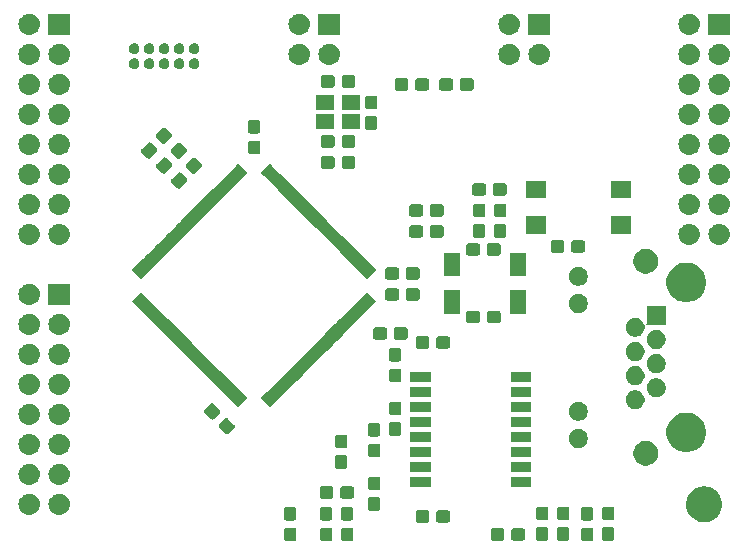
<source format=gbr>
G04 #@! TF.GenerationSoftware,KiCad,Pcbnew,(5.0.2)-1*
G04 #@! TF.CreationDate,2020-03-04T16:34:23-06:00*
G04 #@! TF.ProjectId,TM4C129-Breakout_Hardware,544d3443-3132-4392-9d42-7265616b6f75,rev?*
G04 #@! TF.SameCoordinates,Original*
G04 #@! TF.FileFunction,Soldermask,Top*
G04 #@! TF.FilePolarity,Negative*
%FSLAX46Y46*%
G04 Gerber Fmt 4.6, Leading zero omitted, Abs format (unit mm)*
G04 Created by KiCad (PCBNEW (5.0.2)-1) date 3/4/2020 4:34:23 PM*
%MOMM*%
%LPD*%
G01*
G04 APERTURE LIST*
%ADD10C,0.100000*%
G04 APERTURE END LIST*
D10*
G36*
X177148499Y-128968445D02*
X177185993Y-128979819D01*
X177220557Y-128998294D01*
X177250847Y-129023153D01*
X177275706Y-129053443D01*
X177294181Y-129088007D01*
X177305555Y-129125501D01*
X177310000Y-129170638D01*
X177310000Y-129909362D01*
X177305555Y-129954499D01*
X177294181Y-129991993D01*
X177275706Y-130026557D01*
X177250847Y-130056847D01*
X177220557Y-130081706D01*
X177185993Y-130100181D01*
X177148499Y-130111555D01*
X177103362Y-130116000D01*
X176464638Y-130116000D01*
X176419501Y-130111555D01*
X176382007Y-130100181D01*
X176347443Y-130081706D01*
X176317153Y-130056847D01*
X176292294Y-130026557D01*
X176273819Y-129991993D01*
X176262445Y-129954499D01*
X176258000Y-129909362D01*
X176258000Y-129170638D01*
X176262445Y-129125501D01*
X176273819Y-129088007D01*
X176292294Y-129053443D01*
X176317153Y-129023153D01*
X176347443Y-128998294D01*
X176382007Y-128979819D01*
X176419501Y-128968445D01*
X176464638Y-128964000D01*
X177103362Y-128964000D01*
X177148499Y-128968445D01*
X177148499Y-128968445D01*
G37*
G36*
X156828499Y-128968445D02*
X156865993Y-128979819D01*
X156900557Y-128998294D01*
X156930847Y-129023153D01*
X156955706Y-129053443D01*
X156974181Y-129088007D01*
X156985555Y-129125501D01*
X156990000Y-129170638D01*
X156990000Y-129909362D01*
X156985555Y-129954499D01*
X156974181Y-129991993D01*
X156955706Y-130026557D01*
X156930847Y-130056847D01*
X156900557Y-130081706D01*
X156865993Y-130100181D01*
X156828499Y-130111555D01*
X156783362Y-130116000D01*
X156144638Y-130116000D01*
X156099501Y-130111555D01*
X156062007Y-130100181D01*
X156027443Y-130081706D01*
X155997153Y-130056847D01*
X155972294Y-130026557D01*
X155953819Y-129991993D01*
X155942445Y-129954499D01*
X155938000Y-129909362D01*
X155938000Y-129170638D01*
X155942445Y-129125501D01*
X155953819Y-129088007D01*
X155972294Y-129053443D01*
X155997153Y-129023153D01*
X156027443Y-128998294D01*
X156062007Y-128979819D01*
X156099501Y-128968445D01*
X156144638Y-128964000D01*
X156783362Y-128964000D01*
X156828499Y-128968445D01*
X156828499Y-128968445D01*
G37*
G36*
X152002499Y-128968445D02*
X152039993Y-128979819D01*
X152074557Y-128998294D01*
X152104847Y-129023153D01*
X152129706Y-129053443D01*
X152148181Y-129088007D01*
X152159555Y-129125501D01*
X152164000Y-129170638D01*
X152164000Y-129909362D01*
X152159555Y-129954499D01*
X152148181Y-129991993D01*
X152129706Y-130026557D01*
X152104847Y-130056847D01*
X152074557Y-130081706D01*
X152039993Y-130100181D01*
X152002499Y-130111555D01*
X151957362Y-130116000D01*
X151318638Y-130116000D01*
X151273501Y-130111555D01*
X151236007Y-130100181D01*
X151201443Y-130081706D01*
X151171153Y-130056847D01*
X151146294Y-130026557D01*
X151127819Y-129991993D01*
X151116445Y-129954499D01*
X151112000Y-129909362D01*
X151112000Y-129170638D01*
X151116445Y-129125501D01*
X151127819Y-129088007D01*
X151146294Y-129053443D01*
X151171153Y-129023153D01*
X151201443Y-128998294D01*
X151236007Y-128979819D01*
X151273501Y-128968445D01*
X151318638Y-128964000D01*
X151957362Y-128964000D01*
X152002499Y-128968445D01*
X152002499Y-128968445D01*
G37*
G36*
X155050499Y-128968445D02*
X155087993Y-128979819D01*
X155122557Y-128998294D01*
X155152847Y-129023153D01*
X155177706Y-129053443D01*
X155196181Y-129088007D01*
X155207555Y-129125501D01*
X155212000Y-129170638D01*
X155212000Y-129909362D01*
X155207555Y-129954499D01*
X155196181Y-129991993D01*
X155177706Y-130026557D01*
X155152847Y-130056847D01*
X155122557Y-130081706D01*
X155087993Y-130100181D01*
X155050499Y-130111555D01*
X155005362Y-130116000D01*
X154366638Y-130116000D01*
X154321501Y-130111555D01*
X154284007Y-130100181D01*
X154249443Y-130081706D01*
X154219153Y-130056847D01*
X154194294Y-130026557D01*
X154175819Y-129991993D01*
X154164445Y-129954499D01*
X154160000Y-129909362D01*
X154160000Y-129170638D01*
X154164445Y-129125501D01*
X154175819Y-129088007D01*
X154194294Y-129053443D01*
X154219153Y-129023153D01*
X154249443Y-128998294D01*
X154284007Y-128979819D01*
X154321501Y-128968445D01*
X154366638Y-128964000D01*
X155005362Y-128964000D01*
X155050499Y-128968445D01*
X155050499Y-128968445D01*
G37*
G36*
X175116499Y-128940445D02*
X175153993Y-128951819D01*
X175188557Y-128970294D01*
X175218847Y-128995153D01*
X175243706Y-129025443D01*
X175262181Y-129060007D01*
X175273555Y-129097501D01*
X175278000Y-129142638D01*
X175278000Y-129881362D01*
X175273555Y-129926499D01*
X175262181Y-129963993D01*
X175243706Y-129998557D01*
X175218847Y-130028847D01*
X175188557Y-130053706D01*
X175153993Y-130072181D01*
X175116499Y-130083555D01*
X175071362Y-130088000D01*
X174432638Y-130088000D01*
X174387501Y-130083555D01*
X174350007Y-130072181D01*
X174315443Y-130053706D01*
X174285153Y-130028847D01*
X174260294Y-129998557D01*
X174241819Y-129963993D01*
X174230445Y-129926499D01*
X174226000Y-129881362D01*
X174226000Y-129142638D01*
X174230445Y-129097501D01*
X174241819Y-129060007D01*
X174260294Y-129025443D01*
X174285153Y-128995153D01*
X174315443Y-128970294D01*
X174350007Y-128951819D01*
X174387501Y-128940445D01*
X174432638Y-128936000D01*
X175071362Y-128936000D01*
X175116499Y-128940445D01*
X175116499Y-128940445D01*
G37*
G36*
X178926499Y-128940445D02*
X178963993Y-128951819D01*
X178998557Y-128970294D01*
X179028847Y-128995153D01*
X179053706Y-129025443D01*
X179072181Y-129060007D01*
X179083555Y-129097501D01*
X179088000Y-129142638D01*
X179088000Y-129881362D01*
X179083555Y-129926499D01*
X179072181Y-129963993D01*
X179053706Y-129998557D01*
X179028847Y-130028847D01*
X178998557Y-130053706D01*
X178963993Y-130072181D01*
X178926499Y-130083555D01*
X178881362Y-130088000D01*
X178242638Y-130088000D01*
X178197501Y-130083555D01*
X178160007Y-130072181D01*
X178125443Y-130053706D01*
X178095153Y-130028847D01*
X178070294Y-129998557D01*
X178051819Y-129963993D01*
X178040445Y-129926499D01*
X178036000Y-129881362D01*
X178036000Y-129142638D01*
X178040445Y-129097501D01*
X178051819Y-129060007D01*
X178070294Y-129025443D01*
X178095153Y-128995153D01*
X178125443Y-128970294D01*
X178160007Y-128951819D01*
X178197501Y-128940445D01*
X178242638Y-128936000D01*
X178881362Y-128936000D01*
X178926499Y-128940445D01*
X178926499Y-128940445D01*
G37*
G36*
X173338499Y-128940445D02*
X173375993Y-128951819D01*
X173410557Y-128970294D01*
X173440847Y-128995153D01*
X173465706Y-129025443D01*
X173484181Y-129060007D01*
X173495555Y-129097501D01*
X173500000Y-129142638D01*
X173500000Y-129881362D01*
X173495555Y-129926499D01*
X173484181Y-129963993D01*
X173465706Y-129998557D01*
X173440847Y-130028847D01*
X173410557Y-130053706D01*
X173375993Y-130072181D01*
X173338499Y-130083555D01*
X173293362Y-130088000D01*
X172654638Y-130088000D01*
X172609501Y-130083555D01*
X172572007Y-130072181D01*
X172537443Y-130053706D01*
X172507153Y-130028847D01*
X172482294Y-129998557D01*
X172463819Y-129963993D01*
X172452445Y-129926499D01*
X172448000Y-129881362D01*
X172448000Y-129142638D01*
X172452445Y-129097501D01*
X172463819Y-129060007D01*
X172482294Y-129025443D01*
X172507153Y-128995153D01*
X172537443Y-128970294D01*
X172572007Y-128951819D01*
X172609501Y-128940445D01*
X172654638Y-128936000D01*
X173293362Y-128936000D01*
X173338499Y-128940445D01*
X173338499Y-128940445D01*
G37*
G36*
X171356499Y-129018445D02*
X171393993Y-129029819D01*
X171428557Y-129048294D01*
X171458847Y-129073153D01*
X171483706Y-129103443D01*
X171502181Y-129138007D01*
X171513555Y-129175501D01*
X171518000Y-129220638D01*
X171518000Y-129859362D01*
X171513555Y-129904499D01*
X171502181Y-129941993D01*
X171483706Y-129976557D01*
X171458847Y-130006847D01*
X171428557Y-130031706D01*
X171393993Y-130050181D01*
X171356499Y-130061555D01*
X171311362Y-130066000D01*
X170572638Y-130066000D01*
X170527501Y-130061555D01*
X170490007Y-130050181D01*
X170455443Y-130031706D01*
X170425153Y-130006847D01*
X170400294Y-129976557D01*
X170381819Y-129941993D01*
X170370445Y-129904499D01*
X170366000Y-129859362D01*
X170366000Y-129220638D01*
X170370445Y-129175501D01*
X170381819Y-129138007D01*
X170400294Y-129103443D01*
X170425153Y-129073153D01*
X170455443Y-129048294D01*
X170490007Y-129029819D01*
X170527501Y-129018445D01*
X170572638Y-129014000D01*
X171311362Y-129014000D01*
X171356499Y-129018445D01*
X171356499Y-129018445D01*
G37*
G36*
X169606499Y-129018445D02*
X169643993Y-129029819D01*
X169678557Y-129048294D01*
X169708847Y-129073153D01*
X169733706Y-129103443D01*
X169752181Y-129138007D01*
X169763555Y-129175501D01*
X169768000Y-129220638D01*
X169768000Y-129859362D01*
X169763555Y-129904499D01*
X169752181Y-129941993D01*
X169733706Y-129976557D01*
X169708847Y-130006847D01*
X169678557Y-130031706D01*
X169643993Y-130050181D01*
X169606499Y-130061555D01*
X169561362Y-130066000D01*
X168822638Y-130066000D01*
X168777501Y-130061555D01*
X168740007Y-130050181D01*
X168705443Y-130031706D01*
X168675153Y-130006847D01*
X168650294Y-129976557D01*
X168631819Y-129941993D01*
X168620445Y-129904499D01*
X168616000Y-129859362D01*
X168616000Y-129220638D01*
X168620445Y-129175501D01*
X168631819Y-129138007D01*
X168650294Y-129103443D01*
X168675153Y-129073153D01*
X168705443Y-129048294D01*
X168740007Y-129029819D01*
X168777501Y-129018445D01*
X168822638Y-129014000D01*
X169561362Y-129014000D01*
X169606499Y-129018445D01*
X169606499Y-129018445D01*
G37*
G36*
X163256499Y-127494445D02*
X163293993Y-127505819D01*
X163328557Y-127524294D01*
X163358847Y-127549153D01*
X163383706Y-127579443D01*
X163402181Y-127614007D01*
X163413555Y-127651501D01*
X163418000Y-127696638D01*
X163418000Y-128335362D01*
X163413555Y-128380499D01*
X163402181Y-128417993D01*
X163383706Y-128452557D01*
X163358847Y-128482847D01*
X163328557Y-128507706D01*
X163293993Y-128526181D01*
X163256499Y-128537555D01*
X163211362Y-128542000D01*
X162472638Y-128542000D01*
X162427501Y-128537555D01*
X162390007Y-128526181D01*
X162355443Y-128507706D01*
X162325153Y-128482847D01*
X162300294Y-128452557D01*
X162281819Y-128417993D01*
X162270445Y-128380499D01*
X162266000Y-128335362D01*
X162266000Y-127696638D01*
X162270445Y-127651501D01*
X162281819Y-127614007D01*
X162300294Y-127579443D01*
X162325153Y-127549153D01*
X162355443Y-127524294D01*
X162390007Y-127505819D01*
X162427501Y-127494445D01*
X162472638Y-127490000D01*
X163211362Y-127490000D01*
X163256499Y-127494445D01*
X163256499Y-127494445D01*
G37*
G36*
X165006499Y-127494445D02*
X165043993Y-127505819D01*
X165078557Y-127524294D01*
X165108847Y-127549153D01*
X165133706Y-127579443D01*
X165152181Y-127614007D01*
X165163555Y-127651501D01*
X165168000Y-127696638D01*
X165168000Y-128335362D01*
X165163555Y-128380499D01*
X165152181Y-128417993D01*
X165133706Y-128452557D01*
X165108847Y-128482847D01*
X165078557Y-128507706D01*
X165043993Y-128526181D01*
X165006499Y-128537555D01*
X164961362Y-128542000D01*
X164222638Y-128542000D01*
X164177501Y-128537555D01*
X164140007Y-128526181D01*
X164105443Y-128507706D01*
X164075153Y-128482847D01*
X164050294Y-128452557D01*
X164031819Y-128417993D01*
X164020445Y-128380499D01*
X164016000Y-128335362D01*
X164016000Y-127696638D01*
X164020445Y-127651501D01*
X164031819Y-127614007D01*
X164050294Y-127579443D01*
X164075153Y-127549153D01*
X164105443Y-127524294D01*
X164140007Y-127505819D01*
X164177501Y-127494445D01*
X164222638Y-127490000D01*
X164961362Y-127490000D01*
X165006499Y-127494445D01*
X165006499Y-127494445D01*
G37*
G36*
X186973461Y-125502323D02*
X187134593Y-125534374D01*
X187411979Y-125649271D01*
X187634567Y-125798000D01*
X187661624Y-125816079D01*
X187873921Y-126028376D01*
X187873923Y-126028379D01*
X188040729Y-126278021D01*
X188155626Y-126555407D01*
X188156212Y-126558354D01*
X188214200Y-126849878D01*
X188214200Y-127150122D01*
X188195297Y-127245153D01*
X188155626Y-127444593D01*
X188040729Y-127721979D01*
X187875047Y-127969938D01*
X187873921Y-127971624D01*
X187661624Y-128183921D01*
X187661621Y-128183923D01*
X187411979Y-128350729D01*
X187134593Y-128465626D01*
X187048017Y-128482847D01*
X186840122Y-128524200D01*
X186539878Y-128524200D01*
X186331983Y-128482847D01*
X186245407Y-128465626D01*
X185968021Y-128350729D01*
X185718379Y-128183923D01*
X185718376Y-128183921D01*
X185506079Y-127971624D01*
X185504953Y-127969938D01*
X185339271Y-127721979D01*
X185224374Y-127444593D01*
X185184703Y-127245153D01*
X185165800Y-127150122D01*
X185165800Y-126849878D01*
X185223788Y-126558354D01*
X185224374Y-126555407D01*
X185339271Y-126278021D01*
X185506077Y-126028379D01*
X185506079Y-126028376D01*
X185718376Y-125816079D01*
X185745433Y-125798000D01*
X185968021Y-125649271D01*
X186245407Y-125534374D01*
X186406539Y-125502323D01*
X186539878Y-125475800D01*
X186840122Y-125475800D01*
X186973461Y-125502323D01*
X186973461Y-125502323D01*
G37*
G36*
X152002499Y-127218445D02*
X152039993Y-127229819D01*
X152074557Y-127248294D01*
X152104847Y-127273153D01*
X152129706Y-127303443D01*
X152148181Y-127338007D01*
X152159555Y-127375501D01*
X152164000Y-127420638D01*
X152164000Y-128159362D01*
X152159555Y-128204499D01*
X152148181Y-128241993D01*
X152129706Y-128276557D01*
X152104847Y-128306847D01*
X152074557Y-128331706D01*
X152039993Y-128350181D01*
X152002499Y-128361555D01*
X151957362Y-128366000D01*
X151318638Y-128366000D01*
X151273501Y-128361555D01*
X151236007Y-128350181D01*
X151201443Y-128331706D01*
X151171153Y-128306847D01*
X151146294Y-128276557D01*
X151127819Y-128241993D01*
X151116445Y-128204499D01*
X151112000Y-128159362D01*
X151112000Y-127420638D01*
X151116445Y-127375501D01*
X151127819Y-127338007D01*
X151146294Y-127303443D01*
X151171153Y-127273153D01*
X151201443Y-127248294D01*
X151236007Y-127229819D01*
X151273501Y-127218445D01*
X151318638Y-127214000D01*
X151957362Y-127214000D01*
X152002499Y-127218445D01*
X152002499Y-127218445D01*
G37*
G36*
X155050499Y-127218445D02*
X155087993Y-127229819D01*
X155122557Y-127248294D01*
X155152847Y-127273153D01*
X155177706Y-127303443D01*
X155196181Y-127338007D01*
X155207555Y-127375501D01*
X155212000Y-127420638D01*
X155212000Y-128159362D01*
X155207555Y-128204499D01*
X155196181Y-128241993D01*
X155177706Y-128276557D01*
X155152847Y-128306847D01*
X155122557Y-128331706D01*
X155087993Y-128350181D01*
X155050499Y-128361555D01*
X155005362Y-128366000D01*
X154366638Y-128366000D01*
X154321501Y-128361555D01*
X154284007Y-128350181D01*
X154249443Y-128331706D01*
X154219153Y-128306847D01*
X154194294Y-128276557D01*
X154175819Y-128241993D01*
X154164445Y-128204499D01*
X154160000Y-128159362D01*
X154160000Y-127420638D01*
X154164445Y-127375501D01*
X154175819Y-127338007D01*
X154194294Y-127303443D01*
X154219153Y-127273153D01*
X154249443Y-127248294D01*
X154284007Y-127229819D01*
X154321501Y-127218445D01*
X154366638Y-127214000D01*
X155005362Y-127214000D01*
X155050499Y-127218445D01*
X155050499Y-127218445D01*
G37*
G36*
X156828499Y-127218445D02*
X156865993Y-127229819D01*
X156900557Y-127248294D01*
X156930847Y-127273153D01*
X156955706Y-127303443D01*
X156974181Y-127338007D01*
X156985555Y-127375501D01*
X156990000Y-127420638D01*
X156990000Y-128159362D01*
X156985555Y-128204499D01*
X156974181Y-128241993D01*
X156955706Y-128276557D01*
X156930847Y-128306847D01*
X156900557Y-128331706D01*
X156865993Y-128350181D01*
X156828499Y-128361555D01*
X156783362Y-128366000D01*
X156144638Y-128366000D01*
X156099501Y-128361555D01*
X156062007Y-128350181D01*
X156027443Y-128331706D01*
X155997153Y-128306847D01*
X155972294Y-128276557D01*
X155953819Y-128241993D01*
X155942445Y-128204499D01*
X155938000Y-128159362D01*
X155938000Y-127420638D01*
X155942445Y-127375501D01*
X155953819Y-127338007D01*
X155972294Y-127303443D01*
X155997153Y-127273153D01*
X156027443Y-127248294D01*
X156062007Y-127229819D01*
X156099501Y-127218445D01*
X156144638Y-127214000D01*
X156783362Y-127214000D01*
X156828499Y-127218445D01*
X156828499Y-127218445D01*
G37*
G36*
X177148499Y-127218445D02*
X177185993Y-127229819D01*
X177220557Y-127248294D01*
X177250847Y-127273153D01*
X177275706Y-127303443D01*
X177294181Y-127338007D01*
X177305555Y-127375501D01*
X177310000Y-127420638D01*
X177310000Y-128159362D01*
X177305555Y-128204499D01*
X177294181Y-128241993D01*
X177275706Y-128276557D01*
X177250847Y-128306847D01*
X177220557Y-128331706D01*
X177185993Y-128350181D01*
X177148499Y-128361555D01*
X177103362Y-128366000D01*
X176464638Y-128366000D01*
X176419501Y-128361555D01*
X176382007Y-128350181D01*
X176347443Y-128331706D01*
X176317153Y-128306847D01*
X176292294Y-128276557D01*
X176273819Y-128241993D01*
X176262445Y-128204499D01*
X176258000Y-128159362D01*
X176258000Y-127420638D01*
X176262445Y-127375501D01*
X176273819Y-127338007D01*
X176292294Y-127303443D01*
X176317153Y-127273153D01*
X176347443Y-127248294D01*
X176382007Y-127229819D01*
X176419501Y-127218445D01*
X176464638Y-127214000D01*
X177103362Y-127214000D01*
X177148499Y-127218445D01*
X177148499Y-127218445D01*
G37*
G36*
X178926499Y-127190445D02*
X178963993Y-127201819D01*
X178998557Y-127220294D01*
X179028847Y-127245153D01*
X179053706Y-127275443D01*
X179072181Y-127310007D01*
X179083555Y-127347501D01*
X179088000Y-127392638D01*
X179088000Y-128131362D01*
X179083555Y-128176499D01*
X179072181Y-128213993D01*
X179053706Y-128248557D01*
X179028847Y-128278847D01*
X178998557Y-128303706D01*
X178963993Y-128322181D01*
X178926499Y-128333555D01*
X178881362Y-128338000D01*
X178242638Y-128338000D01*
X178197501Y-128333555D01*
X178160007Y-128322181D01*
X178125443Y-128303706D01*
X178095153Y-128278847D01*
X178070294Y-128248557D01*
X178051819Y-128213993D01*
X178040445Y-128176499D01*
X178036000Y-128131362D01*
X178036000Y-127392638D01*
X178040445Y-127347501D01*
X178051819Y-127310007D01*
X178070294Y-127275443D01*
X178095153Y-127245153D01*
X178125443Y-127220294D01*
X178160007Y-127201819D01*
X178197501Y-127190445D01*
X178242638Y-127186000D01*
X178881362Y-127186000D01*
X178926499Y-127190445D01*
X178926499Y-127190445D01*
G37*
G36*
X175116499Y-127190445D02*
X175153993Y-127201819D01*
X175188557Y-127220294D01*
X175218847Y-127245153D01*
X175243706Y-127275443D01*
X175262181Y-127310007D01*
X175273555Y-127347501D01*
X175278000Y-127392638D01*
X175278000Y-128131362D01*
X175273555Y-128176499D01*
X175262181Y-128213993D01*
X175243706Y-128248557D01*
X175218847Y-128278847D01*
X175188557Y-128303706D01*
X175153993Y-128322181D01*
X175116499Y-128333555D01*
X175071362Y-128338000D01*
X174432638Y-128338000D01*
X174387501Y-128333555D01*
X174350007Y-128322181D01*
X174315443Y-128303706D01*
X174285153Y-128278847D01*
X174260294Y-128248557D01*
X174241819Y-128213993D01*
X174230445Y-128176499D01*
X174226000Y-128131362D01*
X174226000Y-127392638D01*
X174230445Y-127347501D01*
X174241819Y-127310007D01*
X174260294Y-127275443D01*
X174285153Y-127245153D01*
X174315443Y-127220294D01*
X174350007Y-127201819D01*
X174387501Y-127190445D01*
X174432638Y-127186000D01*
X175071362Y-127186000D01*
X175116499Y-127190445D01*
X175116499Y-127190445D01*
G37*
G36*
X173338499Y-127190445D02*
X173375993Y-127201819D01*
X173410557Y-127220294D01*
X173440847Y-127245153D01*
X173465706Y-127275443D01*
X173484181Y-127310007D01*
X173495555Y-127347501D01*
X173500000Y-127392638D01*
X173500000Y-128131362D01*
X173495555Y-128176499D01*
X173484181Y-128213993D01*
X173465706Y-128248557D01*
X173440847Y-128278847D01*
X173410557Y-128303706D01*
X173375993Y-128322181D01*
X173338499Y-128333555D01*
X173293362Y-128338000D01*
X172654638Y-128338000D01*
X172609501Y-128333555D01*
X172572007Y-128322181D01*
X172537443Y-128303706D01*
X172507153Y-128278847D01*
X172482294Y-128248557D01*
X172463819Y-128213993D01*
X172452445Y-128176499D01*
X172448000Y-128131362D01*
X172448000Y-127392638D01*
X172452445Y-127347501D01*
X172463819Y-127310007D01*
X172482294Y-127275443D01*
X172507153Y-127245153D01*
X172537443Y-127220294D01*
X172572007Y-127201819D01*
X172609501Y-127190445D01*
X172654638Y-127186000D01*
X173293362Y-127186000D01*
X173338499Y-127190445D01*
X173338499Y-127190445D01*
G37*
G36*
X132190443Y-126105519D02*
X132256627Y-126112037D01*
X132369853Y-126146384D01*
X132426467Y-126163557D01*
X132565087Y-126237652D01*
X132582991Y-126247222D01*
X132618729Y-126276552D01*
X132720186Y-126359814D01*
X132803448Y-126461271D01*
X132832778Y-126497009D01*
X132832779Y-126497011D01*
X132916443Y-126653533D01*
X132916443Y-126653534D01*
X132967963Y-126823373D01*
X132985359Y-127000000D01*
X132967963Y-127176627D01*
X132935088Y-127285000D01*
X132916443Y-127346467D01*
X132876797Y-127420638D01*
X132832778Y-127502991D01*
X132830457Y-127505819D01*
X132720186Y-127640186D01*
X132620521Y-127721978D01*
X132582991Y-127752778D01*
X132582989Y-127752779D01*
X132426467Y-127836443D01*
X132369853Y-127853616D01*
X132256627Y-127887963D01*
X132190442Y-127894482D01*
X132124260Y-127901000D01*
X132035740Y-127901000D01*
X131969558Y-127894482D01*
X131903373Y-127887963D01*
X131790147Y-127853616D01*
X131733533Y-127836443D01*
X131577011Y-127752779D01*
X131577009Y-127752778D01*
X131539479Y-127721978D01*
X131439814Y-127640186D01*
X131329543Y-127505819D01*
X131327222Y-127502991D01*
X131283203Y-127420638D01*
X131243557Y-127346467D01*
X131224912Y-127285000D01*
X131192037Y-127176627D01*
X131174641Y-127000000D01*
X131192037Y-126823373D01*
X131243557Y-126653534D01*
X131243557Y-126653533D01*
X131327221Y-126497011D01*
X131327222Y-126497009D01*
X131356552Y-126461271D01*
X131439814Y-126359814D01*
X131541271Y-126276552D01*
X131577009Y-126247222D01*
X131594913Y-126237652D01*
X131733533Y-126163557D01*
X131790147Y-126146384D01*
X131903373Y-126112037D01*
X131969557Y-126105519D01*
X132035740Y-126099000D01*
X132124260Y-126099000D01*
X132190443Y-126105519D01*
X132190443Y-126105519D01*
G37*
G36*
X129650443Y-126105519D02*
X129716627Y-126112037D01*
X129829853Y-126146384D01*
X129886467Y-126163557D01*
X130025087Y-126237652D01*
X130042991Y-126247222D01*
X130078729Y-126276552D01*
X130180186Y-126359814D01*
X130263448Y-126461271D01*
X130292778Y-126497009D01*
X130292779Y-126497011D01*
X130376443Y-126653533D01*
X130376443Y-126653534D01*
X130427963Y-126823373D01*
X130445359Y-127000000D01*
X130427963Y-127176627D01*
X130395088Y-127285000D01*
X130376443Y-127346467D01*
X130336797Y-127420638D01*
X130292778Y-127502991D01*
X130290457Y-127505819D01*
X130180186Y-127640186D01*
X130080521Y-127721978D01*
X130042991Y-127752778D01*
X130042989Y-127752779D01*
X129886467Y-127836443D01*
X129829853Y-127853616D01*
X129716627Y-127887963D01*
X129650442Y-127894482D01*
X129584260Y-127901000D01*
X129495740Y-127901000D01*
X129429558Y-127894482D01*
X129363373Y-127887963D01*
X129250147Y-127853616D01*
X129193533Y-127836443D01*
X129037011Y-127752779D01*
X129037009Y-127752778D01*
X128999479Y-127721978D01*
X128899814Y-127640186D01*
X128789543Y-127505819D01*
X128787222Y-127502991D01*
X128743203Y-127420638D01*
X128703557Y-127346467D01*
X128684912Y-127285000D01*
X128652037Y-127176627D01*
X128634641Y-127000000D01*
X128652037Y-126823373D01*
X128703557Y-126653534D01*
X128703557Y-126653533D01*
X128787221Y-126497011D01*
X128787222Y-126497009D01*
X128816552Y-126461271D01*
X128899814Y-126359814D01*
X129001271Y-126276552D01*
X129037009Y-126247222D01*
X129054913Y-126237652D01*
X129193533Y-126163557D01*
X129250147Y-126146384D01*
X129363373Y-126112037D01*
X129429557Y-126105519D01*
X129495740Y-126099000D01*
X129584260Y-126099000D01*
X129650443Y-126105519D01*
X129650443Y-126105519D01*
G37*
G36*
X159114499Y-126400445D02*
X159151993Y-126411819D01*
X159186557Y-126430294D01*
X159216847Y-126455153D01*
X159241706Y-126485443D01*
X159260181Y-126520007D01*
X159271555Y-126557501D01*
X159276000Y-126602638D01*
X159276000Y-127341362D01*
X159271555Y-127386499D01*
X159260181Y-127423993D01*
X159241706Y-127458557D01*
X159216847Y-127488847D01*
X159186557Y-127513706D01*
X159151993Y-127532181D01*
X159114499Y-127543555D01*
X159069362Y-127548000D01*
X158430638Y-127548000D01*
X158385501Y-127543555D01*
X158348007Y-127532181D01*
X158313443Y-127513706D01*
X158283153Y-127488847D01*
X158258294Y-127458557D01*
X158239819Y-127423993D01*
X158228445Y-127386499D01*
X158224000Y-127341362D01*
X158224000Y-126602638D01*
X158228445Y-126557501D01*
X158239819Y-126520007D01*
X158258294Y-126485443D01*
X158283153Y-126455153D01*
X158313443Y-126430294D01*
X158348007Y-126411819D01*
X158385501Y-126400445D01*
X158430638Y-126396000D01*
X159069362Y-126396000D01*
X159114499Y-126400445D01*
X159114499Y-126400445D01*
G37*
G36*
X156878499Y-125462445D02*
X156915993Y-125473819D01*
X156950557Y-125492294D01*
X156980847Y-125517153D01*
X157005706Y-125547443D01*
X157024181Y-125582007D01*
X157035555Y-125619501D01*
X157040000Y-125664638D01*
X157040000Y-126303362D01*
X157035555Y-126348499D01*
X157024181Y-126385993D01*
X157005706Y-126420557D01*
X156980847Y-126450847D01*
X156950557Y-126475706D01*
X156915993Y-126494181D01*
X156878499Y-126505555D01*
X156833362Y-126510000D01*
X156094638Y-126510000D01*
X156049501Y-126505555D01*
X156012007Y-126494181D01*
X155977443Y-126475706D01*
X155947153Y-126450847D01*
X155922294Y-126420557D01*
X155903819Y-126385993D01*
X155892445Y-126348499D01*
X155888000Y-126303362D01*
X155888000Y-125664638D01*
X155892445Y-125619501D01*
X155903819Y-125582007D01*
X155922294Y-125547443D01*
X155947153Y-125517153D01*
X155977443Y-125492294D01*
X156012007Y-125473819D01*
X156049501Y-125462445D01*
X156094638Y-125458000D01*
X156833362Y-125458000D01*
X156878499Y-125462445D01*
X156878499Y-125462445D01*
G37*
G36*
X155128499Y-125462445D02*
X155165993Y-125473819D01*
X155200557Y-125492294D01*
X155230847Y-125517153D01*
X155255706Y-125547443D01*
X155274181Y-125582007D01*
X155285555Y-125619501D01*
X155290000Y-125664638D01*
X155290000Y-126303362D01*
X155285555Y-126348499D01*
X155274181Y-126385993D01*
X155255706Y-126420557D01*
X155230847Y-126450847D01*
X155200557Y-126475706D01*
X155165993Y-126494181D01*
X155128499Y-126505555D01*
X155083362Y-126510000D01*
X154344638Y-126510000D01*
X154299501Y-126505555D01*
X154262007Y-126494181D01*
X154227443Y-126475706D01*
X154197153Y-126450847D01*
X154172294Y-126420557D01*
X154153819Y-126385993D01*
X154142445Y-126348499D01*
X154138000Y-126303362D01*
X154138000Y-125664638D01*
X154142445Y-125619501D01*
X154153819Y-125582007D01*
X154172294Y-125547443D01*
X154197153Y-125517153D01*
X154227443Y-125492294D01*
X154262007Y-125473819D01*
X154299501Y-125462445D01*
X154344638Y-125458000D01*
X155083362Y-125458000D01*
X155128499Y-125462445D01*
X155128499Y-125462445D01*
G37*
G36*
X159114499Y-124650445D02*
X159151993Y-124661819D01*
X159186557Y-124680294D01*
X159216847Y-124705153D01*
X159241706Y-124735443D01*
X159260181Y-124770007D01*
X159271555Y-124807501D01*
X159276000Y-124852638D01*
X159276000Y-125591362D01*
X159271555Y-125636499D01*
X159260181Y-125673993D01*
X159241706Y-125708557D01*
X159216847Y-125738847D01*
X159186557Y-125763706D01*
X159151993Y-125782181D01*
X159114499Y-125793555D01*
X159069362Y-125798000D01*
X158430638Y-125798000D01*
X158385501Y-125793555D01*
X158348007Y-125782181D01*
X158313443Y-125763706D01*
X158283153Y-125738847D01*
X158258294Y-125708557D01*
X158239819Y-125673993D01*
X158228445Y-125636499D01*
X158224000Y-125591362D01*
X158224000Y-124852638D01*
X158228445Y-124807501D01*
X158239819Y-124770007D01*
X158258294Y-124735443D01*
X158283153Y-124705153D01*
X158313443Y-124680294D01*
X158348007Y-124661819D01*
X158385501Y-124650445D01*
X158430638Y-124646000D01*
X159069362Y-124646000D01*
X159114499Y-124650445D01*
X159114499Y-124650445D01*
G37*
G36*
X163563500Y-125527000D02*
X161810500Y-125527000D01*
X161810500Y-124663000D01*
X163563500Y-124663000D01*
X163563500Y-125527000D01*
X163563500Y-125527000D01*
G37*
G36*
X172072500Y-125527000D02*
X170319500Y-125527000D01*
X170319500Y-124663000D01*
X172072500Y-124663000D01*
X172072500Y-125527000D01*
X172072500Y-125527000D01*
G37*
G36*
X129650442Y-123565518D02*
X129716627Y-123572037D01*
X129829853Y-123606384D01*
X129886467Y-123623557D01*
X130019396Y-123694610D01*
X130042991Y-123707222D01*
X130069527Y-123729000D01*
X130180186Y-123819814D01*
X130263448Y-123921271D01*
X130292778Y-123957009D01*
X130300780Y-123971980D01*
X130376443Y-124113533D01*
X130376443Y-124113534D01*
X130427963Y-124283373D01*
X130445359Y-124460000D01*
X130427963Y-124636627D01*
X130393616Y-124749853D01*
X130376443Y-124806467D01*
X130321637Y-124909000D01*
X130292778Y-124962991D01*
X130263448Y-124998729D01*
X130180186Y-125100186D01*
X130078729Y-125183448D01*
X130042991Y-125212778D01*
X130042989Y-125212779D01*
X129886467Y-125296443D01*
X129829853Y-125313616D01*
X129716627Y-125347963D01*
X129650442Y-125354482D01*
X129584260Y-125361000D01*
X129495740Y-125361000D01*
X129429558Y-125354482D01*
X129363373Y-125347963D01*
X129250147Y-125313616D01*
X129193533Y-125296443D01*
X129037011Y-125212779D01*
X129037009Y-125212778D01*
X129001271Y-125183448D01*
X128899814Y-125100186D01*
X128816552Y-124998729D01*
X128787222Y-124962991D01*
X128758363Y-124909000D01*
X128703557Y-124806467D01*
X128686384Y-124749853D01*
X128652037Y-124636627D01*
X128634641Y-124460000D01*
X128652037Y-124283373D01*
X128703557Y-124113534D01*
X128703557Y-124113533D01*
X128779220Y-123971980D01*
X128787222Y-123957009D01*
X128816552Y-123921271D01*
X128899814Y-123819814D01*
X129010473Y-123729000D01*
X129037009Y-123707222D01*
X129060604Y-123694610D01*
X129193533Y-123623557D01*
X129250147Y-123606384D01*
X129363373Y-123572037D01*
X129429558Y-123565518D01*
X129495740Y-123559000D01*
X129584260Y-123559000D01*
X129650442Y-123565518D01*
X129650442Y-123565518D01*
G37*
G36*
X132190442Y-123565518D02*
X132256627Y-123572037D01*
X132369853Y-123606384D01*
X132426467Y-123623557D01*
X132559396Y-123694610D01*
X132582991Y-123707222D01*
X132609527Y-123729000D01*
X132720186Y-123819814D01*
X132803448Y-123921271D01*
X132832778Y-123957009D01*
X132840780Y-123971980D01*
X132916443Y-124113533D01*
X132916443Y-124113534D01*
X132967963Y-124283373D01*
X132985359Y-124460000D01*
X132967963Y-124636627D01*
X132933616Y-124749853D01*
X132916443Y-124806467D01*
X132861637Y-124909000D01*
X132832778Y-124962991D01*
X132803448Y-124998729D01*
X132720186Y-125100186D01*
X132618729Y-125183448D01*
X132582991Y-125212778D01*
X132582989Y-125212779D01*
X132426467Y-125296443D01*
X132369853Y-125313616D01*
X132256627Y-125347963D01*
X132190442Y-125354482D01*
X132124260Y-125361000D01*
X132035740Y-125361000D01*
X131969558Y-125354482D01*
X131903373Y-125347963D01*
X131790147Y-125313616D01*
X131733533Y-125296443D01*
X131577011Y-125212779D01*
X131577009Y-125212778D01*
X131541271Y-125183448D01*
X131439814Y-125100186D01*
X131356552Y-124998729D01*
X131327222Y-124962991D01*
X131298363Y-124909000D01*
X131243557Y-124806467D01*
X131226384Y-124749853D01*
X131192037Y-124636627D01*
X131174641Y-124460000D01*
X131192037Y-124283373D01*
X131243557Y-124113534D01*
X131243557Y-124113533D01*
X131319220Y-123971980D01*
X131327222Y-123957009D01*
X131356552Y-123921271D01*
X131439814Y-123819814D01*
X131550473Y-123729000D01*
X131577009Y-123707222D01*
X131600604Y-123694610D01*
X131733533Y-123623557D01*
X131790147Y-123606384D01*
X131903373Y-123572037D01*
X131969558Y-123565518D01*
X132035740Y-123559000D01*
X132124260Y-123559000D01*
X132190442Y-123565518D01*
X132190442Y-123565518D01*
G37*
G36*
X163563500Y-124257000D02*
X161810500Y-124257000D01*
X161810500Y-123393000D01*
X163563500Y-123393000D01*
X163563500Y-124257000D01*
X163563500Y-124257000D01*
G37*
G36*
X172072500Y-124257000D02*
X170319500Y-124257000D01*
X170319500Y-123393000D01*
X172072500Y-123393000D01*
X172072500Y-124257000D01*
X172072500Y-124257000D01*
G37*
G36*
X156320499Y-122844445D02*
X156357993Y-122855819D01*
X156392557Y-122874294D01*
X156422847Y-122899153D01*
X156447706Y-122929443D01*
X156466181Y-122964007D01*
X156477555Y-123001501D01*
X156482000Y-123046638D01*
X156482000Y-123785362D01*
X156477555Y-123830499D01*
X156466181Y-123867993D01*
X156447706Y-123902557D01*
X156422847Y-123932847D01*
X156392557Y-123957706D01*
X156357993Y-123976181D01*
X156320499Y-123987555D01*
X156275362Y-123992000D01*
X155636638Y-123992000D01*
X155591501Y-123987555D01*
X155554007Y-123976181D01*
X155519443Y-123957706D01*
X155489153Y-123932847D01*
X155464294Y-123902557D01*
X155445819Y-123867993D01*
X155434445Y-123830499D01*
X155430000Y-123785362D01*
X155430000Y-123046638D01*
X155434445Y-123001501D01*
X155445819Y-122964007D01*
X155464294Y-122929443D01*
X155489153Y-122899153D01*
X155519443Y-122874294D01*
X155554007Y-122855819D01*
X155591501Y-122844445D01*
X155636638Y-122840000D01*
X156275362Y-122840000D01*
X156320499Y-122844445D01*
X156320499Y-122844445D01*
G37*
G36*
X182044565Y-121673389D02*
X182235834Y-121752615D01*
X182407976Y-121867637D01*
X182554363Y-122014024D01*
X182669385Y-122186166D01*
X182748611Y-122377435D01*
X182789000Y-122580484D01*
X182789000Y-122787516D01*
X182748611Y-122990565D01*
X182669385Y-123181834D01*
X182554363Y-123353976D01*
X182407976Y-123500363D01*
X182235834Y-123615385D01*
X182044565Y-123694611D01*
X181841516Y-123735000D01*
X181634484Y-123735000D01*
X181431435Y-123694611D01*
X181240166Y-123615385D01*
X181068024Y-123500363D01*
X180921637Y-123353976D01*
X180806615Y-123181834D01*
X180727389Y-122990565D01*
X180687000Y-122787516D01*
X180687000Y-122580484D01*
X180727389Y-122377435D01*
X180806615Y-122186166D01*
X180921637Y-122014024D01*
X181068024Y-121867637D01*
X181240166Y-121752615D01*
X181431435Y-121673389D01*
X181634484Y-121633000D01*
X181841516Y-121633000D01*
X182044565Y-121673389D01*
X182044565Y-121673389D01*
G37*
G36*
X159114499Y-121856445D02*
X159151993Y-121867819D01*
X159186557Y-121886294D01*
X159216847Y-121911153D01*
X159241706Y-121941443D01*
X159260181Y-121976007D01*
X159271555Y-122013501D01*
X159276000Y-122058638D01*
X159276000Y-122797362D01*
X159271555Y-122842499D01*
X159260181Y-122879993D01*
X159241706Y-122914557D01*
X159216847Y-122944847D01*
X159186557Y-122969706D01*
X159151993Y-122988181D01*
X159114499Y-122999555D01*
X159069362Y-123004000D01*
X158430638Y-123004000D01*
X158385501Y-122999555D01*
X158348007Y-122988181D01*
X158313443Y-122969706D01*
X158283153Y-122944847D01*
X158258294Y-122914557D01*
X158239819Y-122879993D01*
X158228445Y-122842499D01*
X158224000Y-122797362D01*
X158224000Y-122058638D01*
X158228445Y-122013501D01*
X158239819Y-121976007D01*
X158258294Y-121941443D01*
X158283153Y-121911153D01*
X158313443Y-121886294D01*
X158348007Y-121867819D01*
X158385501Y-121856445D01*
X158430638Y-121852000D01*
X159069362Y-121852000D01*
X159114499Y-121856445D01*
X159114499Y-121856445D01*
G37*
G36*
X163563500Y-122987000D02*
X161810500Y-122987000D01*
X161810500Y-122123000D01*
X163563500Y-122123000D01*
X163563500Y-122987000D01*
X163563500Y-122987000D01*
G37*
G36*
X172072500Y-122987000D02*
X170319500Y-122987000D01*
X170319500Y-122123000D01*
X172072500Y-122123000D01*
X172072500Y-122987000D01*
X172072500Y-122987000D01*
G37*
G36*
X129648468Y-121025324D02*
X129716627Y-121032037D01*
X129792896Y-121055173D01*
X129886467Y-121083557D01*
X129962679Y-121124294D01*
X130042991Y-121167222D01*
X130061218Y-121182181D01*
X130180186Y-121279814D01*
X130240247Y-121353000D01*
X130292778Y-121417009D01*
X130292779Y-121417011D01*
X130376443Y-121573533D01*
X130376443Y-121573534D01*
X130427963Y-121743373D01*
X130445359Y-121920000D01*
X130427963Y-122096627D01*
X130401392Y-122184219D01*
X130376443Y-122266467D01*
X130317128Y-122377435D01*
X130292778Y-122422991D01*
X130263448Y-122458729D01*
X130180186Y-122560186D01*
X130078729Y-122643448D01*
X130042991Y-122672778D01*
X130042989Y-122672779D01*
X129886467Y-122756443D01*
X129829853Y-122773616D01*
X129716627Y-122807963D01*
X129650443Y-122814481D01*
X129584260Y-122821000D01*
X129495740Y-122821000D01*
X129429557Y-122814481D01*
X129363373Y-122807963D01*
X129250147Y-122773616D01*
X129193533Y-122756443D01*
X129037011Y-122672779D01*
X129037009Y-122672778D01*
X129001271Y-122643448D01*
X128899814Y-122560186D01*
X128816552Y-122458729D01*
X128787222Y-122422991D01*
X128762872Y-122377435D01*
X128703557Y-122266467D01*
X128678608Y-122184219D01*
X128652037Y-122096627D01*
X128634641Y-121920000D01*
X128652037Y-121743373D01*
X128703557Y-121573534D01*
X128703557Y-121573533D01*
X128787221Y-121417011D01*
X128787222Y-121417009D01*
X128839753Y-121353000D01*
X128899814Y-121279814D01*
X129018782Y-121182181D01*
X129037009Y-121167222D01*
X129117321Y-121124294D01*
X129193533Y-121083557D01*
X129287104Y-121055173D01*
X129363373Y-121032037D01*
X129431532Y-121025324D01*
X129495740Y-121019000D01*
X129584260Y-121019000D01*
X129648468Y-121025324D01*
X129648468Y-121025324D01*
G37*
G36*
X132188468Y-121025324D02*
X132256627Y-121032037D01*
X132332896Y-121055173D01*
X132426467Y-121083557D01*
X132502679Y-121124294D01*
X132582991Y-121167222D01*
X132601218Y-121182181D01*
X132720186Y-121279814D01*
X132780247Y-121353000D01*
X132832778Y-121417009D01*
X132832779Y-121417011D01*
X132916443Y-121573533D01*
X132916443Y-121573534D01*
X132967963Y-121743373D01*
X132985359Y-121920000D01*
X132967963Y-122096627D01*
X132941392Y-122184219D01*
X132916443Y-122266467D01*
X132857128Y-122377435D01*
X132832778Y-122422991D01*
X132803448Y-122458729D01*
X132720186Y-122560186D01*
X132618729Y-122643448D01*
X132582991Y-122672778D01*
X132582989Y-122672779D01*
X132426467Y-122756443D01*
X132369853Y-122773616D01*
X132256627Y-122807963D01*
X132190443Y-122814481D01*
X132124260Y-122821000D01*
X132035740Y-122821000D01*
X131969557Y-122814481D01*
X131903373Y-122807963D01*
X131790147Y-122773616D01*
X131733533Y-122756443D01*
X131577011Y-122672779D01*
X131577009Y-122672778D01*
X131541271Y-122643448D01*
X131439814Y-122560186D01*
X131356552Y-122458729D01*
X131327222Y-122422991D01*
X131302872Y-122377435D01*
X131243557Y-122266467D01*
X131218608Y-122184219D01*
X131192037Y-122096627D01*
X131174641Y-121920000D01*
X131192037Y-121743373D01*
X131243557Y-121573534D01*
X131243557Y-121573533D01*
X131327221Y-121417011D01*
X131327222Y-121417009D01*
X131379753Y-121353000D01*
X131439814Y-121279814D01*
X131558782Y-121182181D01*
X131577009Y-121167222D01*
X131657321Y-121124294D01*
X131733533Y-121083557D01*
X131827104Y-121055173D01*
X131903373Y-121032037D01*
X131971532Y-121025324D01*
X132035740Y-121019000D01*
X132124260Y-121019000D01*
X132188468Y-121025324D01*
X132188468Y-121025324D01*
G37*
G36*
X185656871Y-119292408D02*
X185961883Y-119418748D01*
X186088597Y-119503416D01*
X186236390Y-119602168D01*
X186469832Y-119835610D01*
X186469834Y-119835613D01*
X186653252Y-120110117D01*
X186779592Y-120415129D01*
X186844000Y-120738928D01*
X186844000Y-121069072D01*
X186779592Y-121392871D01*
X186653252Y-121697883D01*
X186490510Y-121941443D01*
X186469832Y-121972390D01*
X186236390Y-122205832D01*
X186236387Y-122205834D01*
X185961883Y-122389252D01*
X185656871Y-122515592D01*
X185333072Y-122580000D01*
X185002928Y-122580000D01*
X184679129Y-122515592D01*
X184374117Y-122389252D01*
X184099613Y-122205834D01*
X184099610Y-122205832D01*
X183866168Y-121972390D01*
X183845490Y-121941443D01*
X183682748Y-121697883D01*
X183556408Y-121392871D01*
X183492000Y-121069072D01*
X183492000Y-120738928D01*
X183556408Y-120415129D01*
X183682748Y-120110117D01*
X183866166Y-119835613D01*
X183866168Y-119835610D01*
X184099610Y-119602168D01*
X184247403Y-119503416D01*
X184374117Y-119418748D01*
X184679129Y-119292408D01*
X185002928Y-119228000D01*
X185333072Y-119228000D01*
X185656871Y-119292408D01*
X185656871Y-119292408D01*
G37*
G36*
X156320499Y-121094445D02*
X156357993Y-121105819D01*
X156392557Y-121124294D01*
X156422847Y-121149153D01*
X156447706Y-121179443D01*
X156466181Y-121214007D01*
X156477555Y-121251501D01*
X156482000Y-121296638D01*
X156482000Y-122035362D01*
X156477555Y-122080499D01*
X156466181Y-122117993D01*
X156447706Y-122152557D01*
X156422847Y-122182847D01*
X156392557Y-122207706D01*
X156357993Y-122226181D01*
X156320499Y-122237555D01*
X156275362Y-122242000D01*
X155636638Y-122242000D01*
X155591501Y-122237555D01*
X155554007Y-122226181D01*
X155519443Y-122207706D01*
X155489153Y-122182847D01*
X155464294Y-122152557D01*
X155445819Y-122117993D01*
X155434445Y-122080499D01*
X155430000Y-122035362D01*
X155430000Y-121296638D01*
X155434445Y-121251501D01*
X155445819Y-121214007D01*
X155464294Y-121179443D01*
X155489153Y-121149153D01*
X155519443Y-121124294D01*
X155554007Y-121105819D01*
X155591501Y-121094445D01*
X155636638Y-121090000D01*
X156275362Y-121090000D01*
X156320499Y-121094445D01*
X156320499Y-121094445D01*
G37*
G36*
X176261643Y-120643781D02*
X176407415Y-120704162D01*
X176538611Y-120791824D01*
X176650176Y-120903389D01*
X176737838Y-121034585D01*
X176798219Y-121180357D01*
X176829000Y-121335107D01*
X176829000Y-121492893D01*
X176798219Y-121647643D01*
X176737838Y-121793415D01*
X176650176Y-121924611D01*
X176538611Y-122036176D01*
X176407415Y-122123838D01*
X176261643Y-122184219D01*
X176106893Y-122215000D01*
X175949107Y-122215000D01*
X175794357Y-122184219D01*
X175648585Y-122123838D01*
X175517389Y-122036176D01*
X175405824Y-121924611D01*
X175318162Y-121793415D01*
X175257781Y-121647643D01*
X175227000Y-121492893D01*
X175227000Y-121335107D01*
X175257781Y-121180357D01*
X175318162Y-121034585D01*
X175405824Y-120903389D01*
X175517389Y-120791824D01*
X175648585Y-120704162D01*
X175794357Y-120643781D01*
X175949107Y-120613000D01*
X176106893Y-120613000D01*
X176261643Y-120643781D01*
X176261643Y-120643781D01*
G37*
G36*
X172072500Y-121717000D02*
X170319500Y-121717000D01*
X170319500Y-120853000D01*
X172072500Y-120853000D01*
X172072500Y-121717000D01*
X172072500Y-121717000D01*
G37*
G36*
X163563500Y-121717000D02*
X161810500Y-121717000D01*
X161810500Y-120853000D01*
X163563500Y-120853000D01*
X163563500Y-121717000D01*
X163563500Y-121717000D01*
G37*
G36*
X159114499Y-120106445D02*
X159151993Y-120117819D01*
X159186557Y-120136294D01*
X159216847Y-120161153D01*
X159241706Y-120191443D01*
X159260181Y-120226007D01*
X159271555Y-120263501D01*
X159276000Y-120308638D01*
X159276000Y-121047362D01*
X159271555Y-121092499D01*
X159260181Y-121129993D01*
X159241706Y-121164557D01*
X159216847Y-121194847D01*
X159186557Y-121219706D01*
X159151993Y-121238181D01*
X159114499Y-121249555D01*
X159069362Y-121254000D01*
X158430638Y-121254000D01*
X158385501Y-121249555D01*
X158348007Y-121238181D01*
X158313443Y-121219706D01*
X158283153Y-121194847D01*
X158258294Y-121164557D01*
X158239819Y-121129993D01*
X158228445Y-121092499D01*
X158224000Y-121047362D01*
X158224000Y-120308638D01*
X158228445Y-120263501D01*
X158239819Y-120226007D01*
X158258294Y-120191443D01*
X158283153Y-120161153D01*
X158313443Y-120136294D01*
X158348007Y-120117819D01*
X158385501Y-120106445D01*
X158430638Y-120102000D01*
X159069362Y-120102000D01*
X159114499Y-120106445D01*
X159114499Y-120106445D01*
G37*
G36*
X160892499Y-120050445D02*
X160929993Y-120061819D01*
X160964557Y-120080294D01*
X160994847Y-120105153D01*
X161019706Y-120135443D01*
X161038181Y-120170007D01*
X161049555Y-120207501D01*
X161054000Y-120252638D01*
X161054000Y-120991362D01*
X161049555Y-121036499D01*
X161038181Y-121073993D01*
X161019706Y-121108557D01*
X160994847Y-121138847D01*
X160964557Y-121163706D01*
X160929993Y-121182181D01*
X160892499Y-121193555D01*
X160847362Y-121198000D01*
X160208638Y-121198000D01*
X160163501Y-121193555D01*
X160126007Y-121182181D01*
X160091443Y-121163706D01*
X160061153Y-121138847D01*
X160036294Y-121108557D01*
X160017819Y-121073993D01*
X160006445Y-121036499D01*
X160002000Y-120991362D01*
X160002000Y-120252638D01*
X160006445Y-120207501D01*
X160017819Y-120170007D01*
X160036294Y-120135443D01*
X160061153Y-120105153D01*
X160091443Y-120080294D01*
X160126007Y-120061819D01*
X160163501Y-120050445D01*
X160208638Y-120046000D01*
X160847362Y-120046000D01*
X160892499Y-120050445D01*
X160892499Y-120050445D01*
G37*
G36*
X146275080Y-119671699D02*
X146312574Y-119683073D01*
X146347138Y-119701548D01*
X146382199Y-119730322D01*
X146904550Y-120252673D01*
X146933324Y-120287734D01*
X146951799Y-120322298D01*
X146963173Y-120359792D01*
X146967013Y-120398791D01*
X146963173Y-120437790D01*
X146951799Y-120475284D01*
X146933324Y-120509848D01*
X146904550Y-120544909D01*
X146452909Y-120996550D01*
X146417848Y-121025324D01*
X146383284Y-121043799D01*
X146345790Y-121055173D01*
X146306791Y-121059013D01*
X146267792Y-121055173D01*
X146230298Y-121043799D01*
X146195734Y-121025324D01*
X146160673Y-120996550D01*
X145638322Y-120474199D01*
X145609548Y-120439138D01*
X145591073Y-120404574D01*
X145579699Y-120367080D01*
X145575859Y-120328081D01*
X145579699Y-120289082D01*
X145591073Y-120251588D01*
X145609548Y-120217024D01*
X145638322Y-120181963D01*
X146089963Y-119730322D01*
X146125024Y-119701548D01*
X146159588Y-119683073D01*
X146197082Y-119671699D01*
X146236081Y-119667859D01*
X146275080Y-119671699D01*
X146275080Y-119671699D01*
G37*
G36*
X163563500Y-120447000D02*
X161810500Y-120447000D01*
X161810500Y-119583000D01*
X163563500Y-119583000D01*
X163563500Y-120447000D01*
X163563500Y-120447000D01*
G37*
G36*
X172072500Y-120447000D02*
X170319500Y-120447000D01*
X170319500Y-119583000D01*
X172072500Y-119583000D01*
X172072500Y-120447000D01*
X172072500Y-120447000D01*
G37*
G36*
X132190442Y-118485518D02*
X132256627Y-118492037D01*
X132369853Y-118526384D01*
X132426467Y-118543557D01*
X132557117Y-118613392D01*
X132582991Y-118627222D01*
X132604179Y-118644611D01*
X132720186Y-118739814D01*
X132803448Y-118841271D01*
X132832778Y-118877009D01*
X132832779Y-118877011D01*
X132916443Y-119033533D01*
X132932013Y-119084862D01*
X132967963Y-119203373D01*
X132985359Y-119380000D01*
X132967963Y-119556627D01*
X132954149Y-119602166D01*
X132916443Y-119726467D01*
X132893081Y-119770173D01*
X132832778Y-119882991D01*
X132823564Y-119894218D01*
X132720186Y-120020186D01*
X132620494Y-120102000D01*
X132582991Y-120132778D01*
X132582989Y-120132779D01*
X132426467Y-120216443D01*
X132369853Y-120233616D01*
X132256627Y-120267963D01*
X132190442Y-120274482D01*
X132124260Y-120281000D01*
X132035740Y-120281000D01*
X131969558Y-120274482D01*
X131903373Y-120267963D01*
X131790147Y-120233616D01*
X131733533Y-120216443D01*
X131577011Y-120132779D01*
X131577009Y-120132778D01*
X131539506Y-120102000D01*
X131439814Y-120020186D01*
X131336436Y-119894218D01*
X131327222Y-119882991D01*
X131266919Y-119770173D01*
X131243557Y-119726467D01*
X131205851Y-119602166D01*
X131192037Y-119556627D01*
X131174641Y-119380000D01*
X131192037Y-119203373D01*
X131227987Y-119084862D01*
X131243557Y-119033533D01*
X131327221Y-118877011D01*
X131327222Y-118877009D01*
X131356552Y-118841271D01*
X131439814Y-118739814D01*
X131555821Y-118644611D01*
X131577009Y-118627222D01*
X131602883Y-118613392D01*
X131733533Y-118543557D01*
X131790147Y-118526384D01*
X131903373Y-118492037D01*
X131969558Y-118485518D01*
X132035740Y-118479000D01*
X132124260Y-118479000D01*
X132190442Y-118485518D01*
X132190442Y-118485518D01*
G37*
G36*
X129650442Y-118485518D02*
X129716627Y-118492037D01*
X129829853Y-118526384D01*
X129886467Y-118543557D01*
X130017117Y-118613392D01*
X130042991Y-118627222D01*
X130064179Y-118644611D01*
X130180186Y-118739814D01*
X130263448Y-118841271D01*
X130292778Y-118877009D01*
X130292779Y-118877011D01*
X130376443Y-119033533D01*
X130392013Y-119084862D01*
X130427963Y-119203373D01*
X130445359Y-119380000D01*
X130427963Y-119556627D01*
X130414149Y-119602166D01*
X130376443Y-119726467D01*
X130353081Y-119770173D01*
X130292778Y-119882991D01*
X130283564Y-119894218D01*
X130180186Y-120020186D01*
X130080494Y-120102000D01*
X130042991Y-120132778D01*
X130042989Y-120132779D01*
X129886467Y-120216443D01*
X129829853Y-120233616D01*
X129716627Y-120267963D01*
X129650442Y-120274482D01*
X129584260Y-120281000D01*
X129495740Y-120281000D01*
X129429558Y-120274482D01*
X129363373Y-120267963D01*
X129250147Y-120233616D01*
X129193533Y-120216443D01*
X129037011Y-120132779D01*
X129037009Y-120132778D01*
X128999506Y-120102000D01*
X128899814Y-120020186D01*
X128796436Y-119894218D01*
X128787222Y-119882991D01*
X128726919Y-119770173D01*
X128703557Y-119726467D01*
X128665851Y-119602166D01*
X128652037Y-119556627D01*
X128634641Y-119380000D01*
X128652037Y-119203373D01*
X128687987Y-119084862D01*
X128703557Y-119033533D01*
X128787221Y-118877011D01*
X128787222Y-118877009D01*
X128816552Y-118841271D01*
X128899814Y-118739814D01*
X129015821Y-118644611D01*
X129037009Y-118627222D01*
X129062883Y-118613392D01*
X129193533Y-118543557D01*
X129250147Y-118526384D01*
X129363373Y-118492037D01*
X129429558Y-118485518D01*
X129495740Y-118479000D01*
X129584260Y-118479000D01*
X129650442Y-118485518D01*
X129650442Y-118485518D01*
G37*
G36*
X176261643Y-118353781D02*
X176407415Y-118414162D01*
X176538611Y-118501824D01*
X176650176Y-118613389D01*
X176737838Y-118744585D01*
X176798219Y-118890357D01*
X176829000Y-119045107D01*
X176829000Y-119202893D01*
X176798219Y-119357643D01*
X176737838Y-119503415D01*
X176650176Y-119634611D01*
X176538611Y-119746176D01*
X176407415Y-119833838D01*
X176261643Y-119894219D01*
X176106893Y-119925000D01*
X175949107Y-119925000D01*
X175794357Y-119894219D01*
X175648585Y-119833838D01*
X175517389Y-119746176D01*
X175405824Y-119634611D01*
X175318162Y-119503415D01*
X175257781Y-119357643D01*
X175227000Y-119202893D01*
X175227000Y-119045107D01*
X175257781Y-118890357D01*
X175318162Y-118744585D01*
X175405824Y-118613389D01*
X175517389Y-118501824D01*
X175648585Y-118414162D01*
X175794357Y-118353781D01*
X175949107Y-118323000D01*
X176106893Y-118323000D01*
X176261643Y-118353781D01*
X176261643Y-118353781D01*
G37*
G36*
X145037644Y-118434263D02*
X145075138Y-118445637D01*
X145109702Y-118464112D01*
X145144763Y-118492886D01*
X145667114Y-119015237D01*
X145695888Y-119050298D01*
X145714363Y-119084862D01*
X145725737Y-119122356D01*
X145729577Y-119161355D01*
X145725737Y-119200354D01*
X145714363Y-119237848D01*
X145695888Y-119272412D01*
X145667114Y-119307473D01*
X145215473Y-119759114D01*
X145180412Y-119787888D01*
X145145848Y-119806363D01*
X145108354Y-119817737D01*
X145069355Y-119821577D01*
X145030356Y-119817737D01*
X144992862Y-119806363D01*
X144958298Y-119787888D01*
X144923237Y-119759114D01*
X144400886Y-119236763D01*
X144372112Y-119201702D01*
X144353637Y-119167138D01*
X144342263Y-119129644D01*
X144338423Y-119090645D01*
X144342263Y-119051646D01*
X144353637Y-119014152D01*
X144372112Y-118979588D01*
X144400886Y-118944527D01*
X144852527Y-118492886D01*
X144887588Y-118464112D01*
X144922152Y-118445637D01*
X144959646Y-118434263D01*
X144998645Y-118430423D01*
X145037644Y-118434263D01*
X145037644Y-118434263D01*
G37*
G36*
X160892499Y-118300445D02*
X160929993Y-118311819D01*
X160964557Y-118330294D01*
X160994847Y-118355153D01*
X161019706Y-118385443D01*
X161038181Y-118420007D01*
X161049555Y-118457501D01*
X161054000Y-118502638D01*
X161054000Y-119241362D01*
X161049555Y-119286499D01*
X161038181Y-119323993D01*
X161019706Y-119358557D01*
X160994847Y-119388847D01*
X160964557Y-119413706D01*
X160929993Y-119432181D01*
X160892499Y-119443555D01*
X160847362Y-119448000D01*
X160208638Y-119448000D01*
X160163501Y-119443555D01*
X160126007Y-119432181D01*
X160091443Y-119413706D01*
X160061153Y-119388847D01*
X160036294Y-119358557D01*
X160017819Y-119323993D01*
X160006445Y-119286499D01*
X160002000Y-119241362D01*
X160002000Y-118502638D01*
X160006445Y-118457501D01*
X160017819Y-118420007D01*
X160036294Y-118385443D01*
X160061153Y-118355153D01*
X160091443Y-118330294D01*
X160126007Y-118311819D01*
X160163501Y-118300445D01*
X160208638Y-118296000D01*
X160847362Y-118296000D01*
X160892499Y-118300445D01*
X160892499Y-118300445D01*
G37*
G36*
X163563500Y-119177000D02*
X161810500Y-119177000D01*
X161810500Y-118313000D01*
X163563500Y-118313000D01*
X163563500Y-119177000D01*
X163563500Y-119177000D01*
G37*
G36*
X172072500Y-119177000D02*
X170319500Y-119177000D01*
X170319500Y-118313000D01*
X172072500Y-118313000D01*
X172072500Y-119177000D01*
X172072500Y-119177000D01*
G37*
G36*
X181081643Y-117363781D02*
X181227415Y-117424162D01*
X181358611Y-117511824D01*
X181470176Y-117623389D01*
X181557838Y-117754585D01*
X181618219Y-117900357D01*
X181649000Y-118055107D01*
X181649000Y-118212893D01*
X181618219Y-118367643D01*
X181557838Y-118513415D01*
X181470176Y-118644611D01*
X181358611Y-118756176D01*
X181227415Y-118843838D01*
X181081643Y-118904219D01*
X180926893Y-118935000D01*
X180769107Y-118935000D01*
X180614357Y-118904219D01*
X180468585Y-118843838D01*
X180337389Y-118756176D01*
X180225824Y-118644611D01*
X180138162Y-118513415D01*
X180077781Y-118367643D01*
X180047000Y-118212893D01*
X180047000Y-118055107D01*
X180077781Y-117900357D01*
X180138162Y-117754585D01*
X180225824Y-117623389D01*
X180337389Y-117511824D01*
X180468585Y-117424162D01*
X180614357Y-117363781D01*
X180769107Y-117333000D01*
X180926893Y-117333000D01*
X181081643Y-117363781D01*
X181081643Y-117363781D01*
G37*
G36*
X139356595Y-109334807D02*
X139356600Y-109334813D01*
X139793592Y-109771805D01*
X139793598Y-109771810D01*
X140487966Y-110466178D01*
X140487971Y-110466184D01*
X140642120Y-110620333D01*
X140642126Y-110620338D01*
X141336494Y-111314706D01*
X141336499Y-111314712D01*
X141773491Y-111751704D01*
X141773497Y-111751709D01*
X142467865Y-112446077D01*
X142467870Y-112446083D01*
X142622019Y-112600232D01*
X142622025Y-112600237D01*
X143316393Y-113294605D01*
X143316398Y-113294611D01*
X143753390Y-113731603D01*
X143753396Y-113731608D01*
X144447764Y-114425976D01*
X144447769Y-114425982D01*
X144601918Y-114580131D01*
X144601924Y-114580136D01*
X145296292Y-115274504D01*
X145296297Y-115274510D01*
X145733289Y-115711502D01*
X145733295Y-115711507D01*
X146427663Y-116405875D01*
X146427668Y-116405881D01*
X146581817Y-116560030D01*
X146581823Y-116560035D01*
X147276191Y-117254403D01*
X147276196Y-117254409D01*
X147713188Y-117691401D01*
X147713194Y-117691406D01*
X148036336Y-118014548D01*
X147257104Y-118793780D01*
X147062650Y-118599326D01*
X147062644Y-118599321D01*
X146368276Y-117904953D01*
X146368271Y-117904947D01*
X145931279Y-117467955D01*
X145931273Y-117467950D01*
X145519748Y-117056425D01*
X145519743Y-117056419D01*
X145082751Y-116619427D01*
X145082745Y-116619422D01*
X144388377Y-115925054D01*
X144388372Y-115925048D01*
X143951380Y-115488056D01*
X143951374Y-115488051D01*
X143539849Y-115076526D01*
X143539844Y-115076520D01*
X143102852Y-114639528D01*
X143102846Y-114639523D01*
X142408478Y-113945155D01*
X142408473Y-113945149D01*
X141971481Y-113508157D01*
X141971475Y-113508152D01*
X141559950Y-113096627D01*
X141559945Y-113096621D01*
X141122953Y-112659629D01*
X141122947Y-112659624D01*
X140428579Y-111965256D01*
X140428574Y-111965250D01*
X139991582Y-111528258D01*
X139991576Y-111528253D01*
X139580051Y-111116728D01*
X139580046Y-111116722D01*
X139143054Y-110679730D01*
X139143048Y-110679725D01*
X138448680Y-109985357D01*
X138448675Y-109985351D01*
X138254220Y-109790896D01*
X139033452Y-109011664D01*
X139356595Y-109334807D01*
X139356595Y-109334807D01*
G37*
G36*
X158925780Y-109790896D02*
X158691020Y-110025656D01*
X158642938Y-110073739D01*
X158125335Y-110591342D01*
X158077252Y-110639424D01*
X157559649Y-111157027D01*
X157511567Y-111205110D01*
X157276807Y-111439870D01*
X157228724Y-111487952D01*
X156711121Y-112005555D01*
X156663039Y-112053638D01*
X156145436Y-112571241D01*
X156097353Y-112619323D01*
X155579750Y-113136926D01*
X155531668Y-113185009D01*
X155296908Y-113419769D01*
X155248825Y-113467851D01*
X154731222Y-113985454D01*
X154683140Y-114033537D01*
X154165537Y-114551140D01*
X154117454Y-114599222D01*
X153599851Y-115116825D01*
X153551769Y-115164908D01*
X153317009Y-115399668D01*
X153268926Y-115447750D01*
X152751323Y-115965353D01*
X152703241Y-116013436D01*
X152185638Y-116531039D01*
X152137555Y-116579121D01*
X151619952Y-117096724D01*
X151571870Y-117144807D01*
X151337110Y-117379567D01*
X151289027Y-117427649D01*
X150771424Y-117945252D01*
X150723342Y-117993335D01*
X150205739Y-118510938D01*
X149922896Y-118793780D01*
X149143664Y-118014548D01*
X149466797Y-117691415D01*
X149466803Y-117691410D01*
X149661267Y-117496946D01*
X149661268Y-117496947D01*
X149709351Y-117448864D01*
X149709350Y-117448863D01*
X149903815Y-117254398D01*
X149903820Y-117254392D01*
X150598173Y-116560039D01*
X150598179Y-116560034D01*
X150752338Y-116405875D01*
X150752342Y-116405870D01*
X151446696Y-115711516D01*
X151446702Y-115711511D01*
X151641166Y-115517047D01*
X151641167Y-115517048D01*
X151689250Y-115468965D01*
X151689249Y-115468964D01*
X151883714Y-115274499D01*
X151883719Y-115274493D01*
X152578072Y-114580140D01*
X152578077Y-114580136D01*
X152732237Y-114425976D01*
X152732241Y-114425971D01*
X153426595Y-113731617D01*
X153426601Y-113731612D01*
X153621065Y-113537148D01*
X153621066Y-113537149D01*
X153669149Y-113489066D01*
X153669148Y-113489065D01*
X153863613Y-113294600D01*
X153863618Y-113294594D01*
X154557971Y-112600241D01*
X154557977Y-112600237D01*
X154712136Y-112446077D01*
X154712140Y-112446072D01*
X155406494Y-111751718D01*
X155406500Y-111751713D01*
X155600964Y-111557249D01*
X155600965Y-111557250D01*
X155649048Y-111509167D01*
X155649047Y-111509166D01*
X155843512Y-111314701D01*
X155843517Y-111314695D01*
X156537870Y-110620342D01*
X156537876Y-110620337D01*
X156692035Y-110466178D01*
X156692039Y-110466173D01*
X157386393Y-109771819D01*
X157386399Y-109771814D01*
X157580863Y-109577350D01*
X157580864Y-109577351D01*
X157628947Y-109529268D01*
X157628946Y-109529267D01*
X157823411Y-109334802D01*
X157823416Y-109334796D01*
X158146548Y-109011664D01*
X158925780Y-109790896D01*
X158925780Y-109790896D01*
G37*
G36*
X182861643Y-116343781D02*
X183007415Y-116404162D01*
X183138611Y-116491824D01*
X183250176Y-116603389D01*
X183337838Y-116734585D01*
X183398219Y-116880357D01*
X183429000Y-117035107D01*
X183429000Y-117192893D01*
X183398219Y-117347643D01*
X183337838Y-117493415D01*
X183250176Y-117624611D01*
X183138611Y-117736176D01*
X183007415Y-117823838D01*
X182861643Y-117884219D01*
X182706893Y-117915000D01*
X182549107Y-117915000D01*
X182394357Y-117884219D01*
X182248585Y-117823838D01*
X182117389Y-117736176D01*
X182005824Y-117624611D01*
X181918162Y-117493415D01*
X181857781Y-117347643D01*
X181827000Y-117192893D01*
X181827000Y-117035107D01*
X181857781Y-116880357D01*
X181918162Y-116734585D01*
X182005824Y-116603389D01*
X182117389Y-116491824D01*
X182248585Y-116404162D01*
X182394357Y-116343781D01*
X182549107Y-116313000D01*
X182706893Y-116313000D01*
X182861643Y-116343781D01*
X182861643Y-116343781D01*
G37*
G36*
X172072500Y-117907000D02*
X170319500Y-117907000D01*
X170319500Y-117043000D01*
X172072500Y-117043000D01*
X172072500Y-117907000D01*
X172072500Y-117907000D01*
G37*
G36*
X163563500Y-117907000D02*
X161810500Y-117907000D01*
X161810500Y-117043000D01*
X163563500Y-117043000D01*
X163563500Y-117907000D01*
X163563500Y-117907000D01*
G37*
G36*
X132190442Y-115945518D02*
X132256627Y-115952037D01*
X132369853Y-115986384D01*
X132426467Y-116003557D01*
X132484635Y-116034649D01*
X132582991Y-116087222D01*
X132618729Y-116116552D01*
X132720186Y-116199814D01*
X132759891Y-116248196D01*
X132832778Y-116337009D01*
X132832779Y-116337011D01*
X132916443Y-116493533D01*
X132916443Y-116493534D01*
X132967963Y-116663373D01*
X132985359Y-116840000D01*
X132967963Y-117016627D01*
X132955892Y-117056419D01*
X132916443Y-117186467D01*
X132842348Y-117325087D01*
X132832778Y-117342991D01*
X132828960Y-117347643D01*
X132720186Y-117480186D01*
X132618729Y-117563448D01*
X132582991Y-117592778D01*
X132582989Y-117592779D01*
X132426467Y-117676443D01*
X132377156Y-117691401D01*
X132256627Y-117727963D01*
X132190442Y-117734482D01*
X132124260Y-117741000D01*
X132035740Y-117741000D01*
X131969558Y-117734482D01*
X131903373Y-117727963D01*
X131782844Y-117691401D01*
X131733533Y-117676443D01*
X131577011Y-117592779D01*
X131577009Y-117592778D01*
X131541271Y-117563448D01*
X131439814Y-117480186D01*
X131331040Y-117347643D01*
X131327222Y-117342991D01*
X131317652Y-117325087D01*
X131243557Y-117186467D01*
X131204108Y-117056419D01*
X131192037Y-117016627D01*
X131174641Y-116840000D01*
X131192037Y-116663373D01*
X131243557Y-116493534D01*
X131243557Y-116493533D01*
X131327221Y-116337011D01*
X131327222Y-116337009D01*
X131400109Y-116248196D01*
X131439814Y-116199814D01*
X131541271Y-116116552D01*
X131577009Y-116087222D01*
X131675365Y-116034649D01*
X131733533Y-116003557D01*
X131790147Y-115986384D01*
X131903373Y-115952037D01*
X131969558Y-115945518D01*
X132035740Y-115939000D01*
X132124260Y-115939000D01*
X132190442Y-115945518D01*
X132190442Y-115945518D01*
G37*
G36*
X129650442Y-115945518D02*
X129716627Y-115952037D01*
X129829853Y-115986384D01*
X129886467Y-116003557D01*
X129944635Y-116034649D01*
X130042991Y-116087222D01*
X130078729Y-116116552D01*
X130180186Y-116199814D01*
X130219891Y-116248196D01*
X130292778Y-116337009D01*
X130292779Y-116337011D01*
X130376443Y-116493533D01*
X130376443Y-116493534D01*
X130427963Y-116663373D01*
X130445359Y-116840000D01*
X130427963Y-117016627D01*
X130415892Y-117056419D01*
X130376443Y-117186467D01*
X130302348Y-117325087D01*
X130292778Y-117342991D01*
X130288960Y-117347643D01*
X130180186Y-117480186D01*
X130078729Y-117563448D01*
X130042991Y-117592778D01*
X130042989Y-117592779D01*
X129886467Y-117676443D01*
X129837156Y-117691401D01*
X129716627Y-117727963D01*
X129650442Y-117734482D01*
X129584260Y-117741000D01*
X129495740Y-117741000D01*
X129429558Y-117734482D01*
X129363373Y-117727963D01*
X129242844Y-117691401D01*
X129193533Y-117676443D01*
X129037011Y-117592779D01*
X129037009Y-117592778D01*
X129001271Y-117563448D01*
X128899814Y-117480186D01*
X128791040Y-117347643D01*
X128787222Y-117342991D01*
X128777652Y-117325087D01*
X128703557Y-117186467D01*
X128664108Y-117056419D01*
X128652037Y-117016627D01*
X128634641Y-116840000D01*
X128652037Y-116663373D01*
X128703557Y-116493534D01*
X128703557Y-116493533D01*
X128787221Y-116337011D01*
X128787222Y-116337009D01*
X128860109Y-116248196D01*
X128899814Y-116199814D01*
X129001271Y-116116552D01*
X129037009Y-116087222D01*
X129135365Y-116034649D01*
X129193533Y-116003557D01*
X129250147Y-115986384D01*
X129363373Y-115952037D01*
X129429558Y-115945518D01*
X129495740Y-115939000D01*
X129584260Y-115939000D01*
X129650442Y-115945518D01*
X129650442Y-115945518D01*
G37*
G36*
X181081643Y-115323781D02*
X181227415Y-115384162D01*
X181358611Y-115471824D01*
X181470176Y-115583389D01*
X181557838Y-115714585D01*
X181618219Y-115860357D01*
X181649000Y-116015107D01*
X181649000Y-116172893D01*
X181618219Y-116327643D01*
X181557838Y-116473415D01*
X181470176Y-116604611D01*
X181358611Y-116716176D01*
X181227415Y-116803838D01*
X181081643Y-116864219D01*
X180926893Y-116895000D01*
X180769107Y-116895000D01*
X180614357Y-116864219D01*
X180468585Y-116803838D01*
X180337389Y-116716176D01*
X180225824Y-116604611D01*
X180138162Y-116473415D01*
X180077781Y-116327643D01*
X180047000Y-116172893D01*
X180047000Y-116015107D01*
X180077781Y-115860357D01*
X180138162Y-115714585D01*
X180225824Y-115583389D01*
X180337389Y-115471824D01*
X180468585Y-115384162D01*
X180614357Y-115323781D01*
X180769107Y-115293000D01*
X180926893Y-115293000D01*
X181081643Y-115323781D01*
X181081643Y-115323781D01*
G37*
G36*
X160892499Y-115506445D02*
X160929993Y-115517819D01*
X160964557Y-115536294D01*
X160994847Y-115561153D01*
X161019706Y-115591443D01*
X161038181Y-115626007D01*
X161049555Y-115663501D01*
X161054000Y-115708638D01*
X161054000Y-116447362D01*
X161049555Y-116492499D01*
X161038181Y-116529993D01*
X161019706Y-116564557D01*
X160994847Y-116594847D01*
X160964557Y-116619706D01*
X160929993Y-116638181D01*
X160892499Y-116649555D01*
X160847362Y-116654000D01*
X160208638Y-116654000D01*
X160163501Y-116649555D01*
X160126007Y-116638181D01*
X160091443Y-116619706D01*
X160061153Y-116594847D01*
X160036294Y-116564557D01*
X160017819Y-116529993D01*
X160006445Y-116492499D01*
X160002000Y-116447362D01*
X160002000Y-115708638D01*
X160006445Y-115663501D01*
X160017819Y-115626007D01*
X160036294Y-115591443D01*
X160061153Y-115561153D01*
X160091443Y-115536294D01*
X160126007Y-115517819D01*
X160163501Y-115506445D01*
X160208638Y-115502000D01*
X160847362Y-115502000D01*
X160892499Y-115506445D01*
X160892499Y-115506445D01*
G37*
G36*
X163563500Y-116637000D02*
X161810500Y-116637000D01*
X161810500Y-115773000D01*
X163563500Y-115773000D01*
X163563500Y-116637000D01*
X163563500Y-116637000D01*
G37*
G36*
X172072500Y-116637000D02*
X170319500Y-116637000D01*
X170319500Y-115773000D01*
X172072500Y-115773000D01*
X172072500Y-116637000D01*
X172072500Y-116637000D01*
G37*
G36*
X182861643Y-114303781D02*
X183007415Y-114364162D01*
X183138611Y-114451824D01*
X183250176Y-114563389D01*
X183337838Y-114694585D01*
X183398219Y-114840357D01*
X183429000Y-114995107D01*
X183429000Y-115152893D01*
X183398219Y-115307643D01*
X183337838Y-115453415D01*
X183250176Y-115584611D01*
X183138611Y-115696176D01*
X183007415Y-115783838D01*
X182861643Y-115844219D01*
X182706893Y-115875000D01*
X182549107Y-115875000D01*
X182394357Y-115844219D01*
X182248585Y-115783838D01*
X182117389Y-115696176D01*
X182005824Y-115584611D01*
X181918162Y-115453415D01*
X181857781Y-115307643D01*
X181827000Y-115152893D01*
X181827000Y-114995107D01*
X181857781Y-114840357D01*
X181918162Y-114694585D01*
X182005824Y-114563389D01*
X182117389Y-114451824D01*
X182248585Y-114364162D01*
X182394357Y-114303781D01*
X182549107Y-114273000D01*
X182706893Y-114273000D01*
X182861643Y-114303781D01*
X182861643Y-114303781D01*
G37*
G36*
X129650443Y-113405519D02*
X129716627Y-113412037D01*
X129829853Y-113446384D01*
X129886467Y-113463557D01*
X129969906Y-113508157D01*
X130042991Y-113547222D01*
X130078729Y-113576552D01*
X130180186Y-113659814D01*
X130254768Y-113750694D01*
X130292778Y-113797009D01*
X130292779Y-113797011D01*
X130376443Y-113953533D01*
X130386126Y-113985454D01*
X130427963Y-114123373D01*
X130445359Y-114300000D01*
X130427963Y-114476627D01*
X130405360Y-114551140D01*
X130376443Y-114646467D01*
X130325568Y-114741646D01*
X130292778Y-114802991D01*
X130267344Y-114833982D01*
X130180186Y-114940186D01*
X130113262Y-114995108D01*
X130042991Y-115052778D01*
X130042989Y-115052779D01*
X129886467Y-115136443D01*
X129832241Y-115152892D01*
X129716627Y-115187963D01*
X129650442Y-115194482D01*
X129584260Y-115201000D01*
X129495740Y-115201000D01*
X129429558Y-115194482D01*
X129363373Y-115187963D01*
X129247759Y-115152892D01*
X129193533Y-115136443D01*
X129037011Y-115052779D01*
X129037009Y-115052778D01*
X128966738Y-114995108D01*
X128899814Y-114940186D01*
X128812656Y-114833982D01*
X128787222Y-114802991D01*
X128754432Y-114741646D01*
X128703557Y-114646467D01*
X128674640Y-114551140D01*
X128652037Y-114476627D01*
X128634641Y-114300000D01*
X128652037Y-114123373D01*
X128693874Y-113985454D01*
X128703557Y-113953533D01*
X128787221Y-113797011D01*
X128787222Y-113797009D01*
X128825232Y-113750694D01*
X128899814Y-113659814D01*
X129001271Y-113576552D01*
X129037009Y-113547222D01*
X129110094Y-113508157D01*
X129193533Y-113463557D01*
X129250147Y-113446384D01*
X129363373Y-113412037D01*
X129429557Y-113405519D01*
X129495740Y-113399000D01*
X129584260Y-113399000D01*
X129650443Y-113405519D01*
X129650443Y-113405519D01*
G37*
G36*
X132190443Y-113405519D02*
X132256627Y-113412037D01*
X132369853Y-113446384D01*
X132426467Y-113463557D01*
X132509906Y-113508157D01*
X132582991Y-113547222D01*
X132618729Y-113576552D01*
X132720186Y-113659814D01*
X132794768Y-113750694D01*
X132832778Y-113797009D01*
X132832779Y-113797011D01*
X132916443Y-113953533D01*
X132926126Y-113985454D01*
X132967963Y-114123373D01*
X132985359Y-114300000D01*
X132967963Y-114476627D01*
X132945360Y-114551140D01*
X132916443Y-114646467D01*
X132865568Y-114741646D01*
X132832778Y-114802991D01*
X132807344Y-114833982D01*
X132720186Y-114940186D01*
X132653262Y-114995108D01*
X132582991Y-115052778D01*
X132582989Y-115052779D01*
X132426467Y-115136443D01*
X132372241Y-115152892D01*
X132256627Y-115187963D01*
X132190442Y-115194482D01*
X132124260Y-115201000D01*
X132035740Y-115201000D01*
X131969558Y-115194482D01*
X131903373Y-115187963D01*
X131787759Y-115152892D01*
X131733533Y-115136443D01*
X131577011Y-115052779D01*
X131577009Y-115052778D01*
X131506738Y-114995108D01*
X131439814Y-114940186D01*
X131352656Y-114833982D01*
X131327222Y-114802991D01*
X131294432Y-114741646D01*
X131243557Y-114646467D01*
X131214640Y-114551140D01*
X131192037Y-114476627D01*
X131174641Y-114300000D01*
X131192037Y-114123373D01*
X131233874Y-113985454D01*
X131243557Y-113953533D01*
X131327221Y-113797011D01*
X131327222Y-113797009D01*
X131365232Y-113750694D01*
X131439814Y-113659814D01*
X131541271Y-113576552D01*
X131577009Y-113547222D01*
X131650094Y-113508157D01*
X131733533Y-113463557D01*
X131790147Y-113446384D01*
X131903373Y-113412037D01*
X131969557Y-113405519D01*
X132035740Y-113399000D01*
X132124260Y-113399000D01*
X132190443Y-113405519D01*
X132190443Y-113405519D01*
G37*
G36*
X160892499Y-113756445D02*
X160929993Y-113767819D01*
X160964557Y-113786294D01*
X160994847Y-113811153D01*
X161019706Y-113841443D01*
X161038181Y-113876007D01*
X161049555Y-113913501D01*
X161054000Y-113958638D01*
X161054000Y-114697362D01*
X161049555Y-114742499D01*
X161038181Y-114779993D01*
X161019706Y-114814557D01*
X160994847Y-114844847D01*
X160964557Y-114869706D01*
X160929993Y-114888181D01*
X160892499Y-114899555D01*
X160847362Y-114904000D01*
X160208638Y-114904000D01*
X160163501Y-114899555D01*
X160126007Y-114888181D01*
X160091443Y-114869706D01*
X160061153Y-114844847D01*
X160036294Y-114814557D01*
X160017819Y-114779993D01*
X160006445Y-114742499D01*
X160002000Y-114697362D01*
X160002000Y-113958638D01*
X160006445Y-113913501D01*
X160017819Y-113876007D01*
X160036294Y-113841443D01*
X160061153Y-113811153D01*
X160091443Y-113786294D01*
X160126007Y-113767819D01*
X160163501Y-113756445D01*
X160208638Y-113752000D01*
X160847362Y-113752000D01*
X160892499Y-113756445D01*
X160892499Y-113756445D01*
G37*
G36*
X181081643Y-113283781D02*
X181227415Y-113344162D01*
X181358611Y-113431824D01*
X181470176Y-113543389D01*
X181557838Y-113674585D01*
X181618219Y-113820357D01*
X181649000Y-113975107D01*
X181649000Y-114132893D01*
X181618219Y-114287643D01*
X181557838Y-114433415D01*
X181470176Y-114564611D01*
X181358611Y-114676176D01*
X181227415Y-114763838D01*
X181081643Y-114824219D01*
X180926893Y-114855000D01*
X180769107Y-114855000D01*
X180614357Y-114824219D01*
X180468585Y-114763838D01*
X180337389Y-114676176D01*
X180225824Y-114564611D01*
X180138162Y-114433415D01*
X180077781Y-114287643D01*
X180047000Y-114132893D01*
X180047000Y-113975107D01*
X180077781Y-113820357D01*
X180138162Y-113674585D01*
X180225824Y-113543389D01*
X180337389Y-113431824D01*
X180468585Y-113344162D01*
X180614357Y-113283781D01*
X180769107Y-113253000D01*
X180926893Y-113253000D01*
X181081643Y-113283781D01*
X181081643Y-113283781D01*
G37*
G36*
X182861643Y-112263781D02*
X183007415Y-112324162D01*
X183138611Y-112411824D01*
X183250176Y-112523389D01*
X183337838Y-112654585D01*
X183398219Y-112800357D01*
X183429000Y-112955107D01*
X183429000Y-113112893D01*
X183398219Y-113267643D01*
X183337838Y-113413415D01*
X183250176Y-113544611D01*
X183138611Y-113656176D01*
X183007415Y-113743838D01*
X182861643Y-113804219D01*
X182706893Y-113835000D01*
X182549107Y-113835000D01*
X182394357Y-113804219D01*
X182248585Y-113743838D01*
X182117389Y-113656176D01*
X182005824Y-113544611D01*
X181918162Y-113413415D01*
X181857781Y-113267643D01*
X181827000Y-113112893D01*
X181827000Y-112955107D01*
X181857781Y-112800357D01*
X181918162Y-112654585D01*
X182005824Y-112523389D01*
X182117389Y-112411824D01*
X182248585Y-112324162D01*
X182394357Y-112263781D01*
X182549107Y-112233000D01*
X182706893Y-112233000D01*
X182861643Y-112263781D01*
X182861643Y-112263781D01*
G37*
G36*
X165006499Y-112762445D02*
X165043993Y-112773819D01*
X165078557Y-112792294D01*
X165108847Y-112817153D01*
X165133706Y-112847443D01*
X165152181Y-112882007D01*
X165163555Y-112919501D01*
X165168000Y-112964638D01*
X165168000Y-113603362D01*
X165163555Y-113648499D01*
X165152181Y-113685993D01*
X165133706Y-113720557D01*
X165108847Y-113750847D01*
X165078557Y-113775706D01*
X165043993Y-113794181D01*
X165006499Y-113805555D01*
X164961362Y-113810000D01*
X164222638Y-113810000D01*
X164177501Y-113805555D01*
X164140007Y-113794181D01*
X164105443Y-113775706D01*
X164075153Y-113750847D01*
X164050294Y-113720557D01*
X164031819Y-113685993D01*
X164020445Y-113648499D01*
X164016000Y-113603362D01*
X164016000Y-112964638D01*
X164020445Y-112919501D01*
X164031819Y-112882007D01*
X164050294Y-112847443D01*
X164075153Y-112817153D01*
X164105443Y-112792294D01*
X164140007Y-112773819D01*
X164177501Y-112762445D01*
X164222638Y-112758000D01*
X164961362Y-112758000D01*
X165006499Y-112762445D01*
X165006499Y-112762445D01*
G37*
G36*
X163256499Y-112762445D02*
X163293993Y-112773819D01*
X163328557Y-112792294D01*
X163358847Y-112817153D01*
X163383706Y-112847443D01*
X163402181Y-112882007D01*
X163413555Y-112919501D01*
X163418000Y-112964638D01*
X163418000Y-113603362D01*
X163413555Y-113648499D01*
X163402181Y-113685993D01*
X163383706Y-113720557D01*
X163358847Y-113750847D01*
X163328557Y-113775706D01*
X163293993Y-113794181D01*
X163256499Y-113805555D01*
X163211362Y-113810000D01*
X162472638Y-113810000D01*
X162427501Y-113805555D01*
X162390007Y-113794181D01*
X162355443Y-113775706D01*
X162325153Y-113750847D01*
X162300294Y-113720557D01*
X162281819Y-113685993D01*
X162270445Y-113648499D01*
X162266000Y-113603362D01*
X162266000Y-112964638D01*
X162270445Y-112919501D01*
X162281819Y-112882007D01*
X162300294Y-112847443D01*
X162325153Y-112817153D01*
X162355443Y-112792294D01*
X162390007Y-112773819D01*
X162427501Y-112762445D01*
X162472638Y-112758000D01*
X163211362Y-112758000D01*
X163256499Y-112762445D01*
X163256499Y-112762445D01*
G37*
G36*
X159672499Y-112000445D02*
X159709993Y-112011819D01*
X159744557Y-112030294D01*
X159774847Y-112055153D01*
X159799706Y-112085443D01*
X159818181Y-112120007D01*
X159829555Y-112157501D01*
X159834000Y-112202638D01*
X159834000Y-112841362D01*
X159829555Y-112886499D01*
X159818181Y-112923993D01*
X159799706Y-112958557D01*
X159774847Y-112988847D01*
X159744557Y-113013706D01*
X159709993Y-113032181D01*
X159672499Y-113043555D01*
X159627362Y-113048000D01*
X158888638Y-113048000D01*
X158843501Y-113043555D01*
X158806007Y-113032181D01*
X158771443Y-113013706D01*
X158741153Y-112988847D01*
X158716294Y-112958557D01*
X158697819Y-112923993D01*
X158686445Y-112886499D01*
X158682000Y-112841362D01*
X158682000Y-112202638D01*
X158686445Y-112157501D01*
X158697819Y-112120007D01*
X158716294Y-112085443D01*
X158741153Y-112055153D01*
X158771443Y-112030294D01*
X158806007Y-112011819D01*
X158843501Y-112000445D01*
X158888638Y-111996000D01*
X159627362Y-111996000D01*
X159672499Y-112000445D01*
X159672499Y-112000445D01*
G37*
G36*
X161422499Y-112000445D02*
X161459993Y-112011819D01*
X161494557Y-112030294D01*
X161524847Y-112055153D01*
X161549706Y-112085443D01*
X161568181Y-112120007D01*
X161579555Y-112157501D01*
X161584000Y-112202638D01*
X161584000Y-112841362D01*
X161579555Y-112886499D01*
X161568181Y-112923993D01*
X161549706Y-112958557D01*
X161524847Y-112988847D01*
X161494557Y-113013706D01*
X161459993Y-113032181D01*
X161422499Y-113043555D01*
X161377362Y-113048000D01*
X160638638Y-113048000D01*
X160593501Y-113043555D01*
X160556007Y-113032181D01*
X160521443Y-113013706D01*
X160491153Y-112988847D01*
X160466294Y-112958557D01*
X160447819Y-112923993D01*
X160436445Y-112886499D01*
X160432000Y-112841362D01*
X160432000Y-112202638D01*
X160436445Y-112157501D01*
X160447819Y-112120007D01*
X160466294Y-112085443D01*
X160491153Y-112055153D01*
X160521443Y-112030294D01*
X160556007Y-112011819D01*
X160593501Y-112000445D01*
X160638638Y-111996000D01*
X161377362Y-111996000D01*
X161422499Y-112000445D01*
X161422499Y-112000445D01*
G37*
G36*
X183429000Y-111795000D02*
X181773444Y-111795000D01*
X181749058Y-111797402D01*
X181725609Y-111804515D01*
X181703998Y-111816066D01*
X181685056Y-111831612D01*
X181669510Y-111850554D01*
X181657959Y-111872165D01*
X181650846Y-111895614D01*
X181648444Y-111920000D01*
X181649000Y-111925648D01*
X181649000Y-112092893D01*
X181618219Y-112247643D01*
X181557838Y-112393415D01*
X181470176Y-112524611D01*
X181358611Y-112636176D01*
X181227415Y-112723838D01*
X181081643Y-112784219D01*
X180926893Y-112815000D01*
X180769107Y-112815000D01*
X180614357Y-112784219D01*
X180468585Y-112723838D01*
X180337389Y-112636176D01*
X180225824Y-112524611D01*
X180138162Y-112393415D01*
X180077781Y-112247643D01*
X180047000Y-112092893D01*
X180047000Y-111935107D01*
X180077781Y-111780357D01*
X180138162Y-111634585D01*
X180225824Y-111503389D01*
X180337389Y-111391824D01*
X180468585Y-111304162D01*
X180614357Y-111243781D01*
X180769107Y-111213000D01*
X180926893Y-111213000D01*
X181081643Y-111243781D01*
X181227415Y-111304162D01*
X181358611Y-111391824D01*
X181470176Y-111503389D01*
X181557837Y-111634583D01*
X181586515Y-111703818D01*
X181598066Y-111725428D01*
X181613612Y-111744370D01*
X181632554Y-111759916D01*
X181654165Y-111771467D01*
X181677614Y-111778580D01*
X181702000Y-111780982D01*
X181726386Y-111778580D01*
X181749836Y-111771467D01*
X181771446Y-111759916D01*
X181790388Y-111744370D01*
X181805934Y-111725428D01*
X181817485Y-111703817D01*
X181824598Y-111680368D01*
X181827000Y-111655982D01*
X181827000Y-110193000D01*
X183429000Y-110193000D01*
X183429000Y-111795000D01*
X183429000Y-111795000D01*
G37*
G36*
X132190442Y-110865518D02*
X132256627Y-110872037D01*
X132369853Y-110906384D01*
X132426467Y-110923557D01*
X132553695Y-110991563D01*
X132582991Y-111007222D01*
X132618729Y-111036552D01*
X132720186Y-111119814D01*
X132803448Y-111221271D01*
X132832778Y-111257009D01*
X132832779Y-111257011D01*
X132916443Y-111413533D01*
X132916443Y-111413534D01*
X132967963Y-111583373D01*
X132985359Y-111760000D01*
X132967963Y-111936627D01*
X132947054Y-112005555D01*
X132916443Y-112106467D01*
X132907641Y-112122934D01*
X132832778Y-112262991D01*
X132811927Y-112288398D01*
X132720186Y-112400186D01*
X132618729Y-112483448D01*
X132582991Y-112512778D01*
X132582989Y-112512779D01*
X132426467Y-112596443D01*
X132413946Y-112600241D01*
X132256627Y-112647963D01*
X132190442Y-112654482D01*
X132124260Y-112661000D01*
X132035740Y-112661000D01*
X131969558Y-112654482D01*
X131903373Y-112647963D01*
X131746054Y-112600241D01*
X131733533Y-112596443D01*
X131577011Y-112512779D01*
X131577009Y-112512778D01*
X131541271Y-112483448D01*
X131439814Y-112400186D01*
X131348073Y-112288398D01*
X131327222Y-112262991D01*
X131252359Y-112122934D01*
X131243557Y-112106467D01*
X131212946Y-112005555D01*
X131192037Y-111936627D01*
X131174641Y-111760000D01*
X131192037Y-111583373D01*
X131243557Y-111413534D01*
X131243557Y-111413533D01*
X131327221Y-111257011D01*
X131327222Y-111257009D01*
X131356552Y-111221271D01*
X131439814Y-111119814D01*
X131541271Y-111036552D01*
X131577009Y-111007222D01*
X131606305Y-110991563D01*
X131733533Y-110923557D01*
X131790147Y-110906384D01*
X131903373Y-110872037D01*
X131969558Y-110865518D01*
X132035740Y-110859000D01*
X132124260Y-110859000D01*
X132190442Y-110865518D01*
X132190442Y-110865518D01*
G37*
G36*
X129650442Y-110865518D02*
X129716627Y-110872037D01*
X129829853Y-110906384D01*
X129886467Y-110923557D01*
X130013695Y-110991563D01*
X130042991Y-111007222D01*
X130078729Y-111036552D01*
X130180186Y-111119814D01*
X130263448Y-111221271D01*
X130292778Y-111257009D01*
X130292779Y-111257011D01*
X130376443Y-111413533D01*
X130376443Y-111413534D01*
X130427963Y-111583373D01*
X130445359Y-111760000D01*
X130427963Y-111936627D01*
X130407054Y-112005555D01*
X130376443Y-112106467D01*
X130367641Y-112122934D01*
X130292778Y-112262991D01*
X130271927Y-112288398D01*
X130180186Y-112400186D01*
X130078729Y-112483448D01*
X130042991Y-112512778D01*
X130042989Y-112512779D01*
X129886467Y-112596443D01*
X129873946Y-112600241D01*
X129716627Y-112647963D01*
X129650442Y-112654482D01*
X129584260Y-112661000D01*
X129495740Y-112661000D01*
X129429558Y-112654482D01*
X129363373Y-112647963D01*
X129206054Y-112600241D01*
X129193533Y-112596443D01*
X129037011Y-112512779D01*
X129037009Y-112512778D01*
X129001271Y-112483448D01*
X128899814Y-112400186D01*
X128808073Y-112288398D01*
X128787222Y-112262991D01*
X128712359Y-112122934D01*
X128703557Y-112106467D01*
X128672946Y-112005555D01*
X128652037Y-111936627D01*
X128634641Y-111760000D01*
X128652037Y-111583373D01*
X128703557Y-111413534D01*
X128703557Y-111413533D01*
X128787221Y-111257011D01*
X128787222Y-111257009D01*
X128816552Y-111221271D01*
X128899814Y-111119814D01*
X129001271Y-111036552D01*
X129037009Y-111007222D01*
X129066305Y-110991563D01*
X129193533Y-110923557D01*
X129250147Y-110906384D01*
X129363373Y-110872037D01*
X129429558Y-110865518D01*
X129495740Y-110859000D01*
X129584260Y-110859000D01*
X129650442Y-110865518D01*
X129650442Y-110865518D01*
G37*
G36*
X167546499Y-110603445D02*
X167583993Y-110614819D01*
X167618557Y-110633294D01*
X167648847Y-110658153D01*
X167673706Y-110688443D01*
X167692181Y-110723007D01*
X167703555Y-110760501D01*
X167708000Y-110805638D01*
X167708000Y-111444362D01*
X167703555Y-111489499D01*
X167692181Y-111526993D01*
X167673706Y-111561557D01*
X167648847Y-111591847D01*
X167618557Y-111616706D01*
X167583993Y-111635181D01*
X167546499Y-111646555D01*
X167501362Y-111651000D01*
X166762638Y-111651000D01*
X166717501Y-111646555D01*
X166680007Y-111635181D01*
X166645443Y-111616706D01*
X166615153Y-111591847D01*
X166590294Y-111561557D01*
X166571819Y-111526993D01*
X166560445Y-111489499D01*
X166556000Y-111444362D01*
X166556000Y-110805638D01*
X166560445Y-110760501D01*
X166571819Y-110723007D01*
X166590294Y-110688443D01*
X166615153Y-110658153D01*
X166645443Y-110633294D01*
X166680007Y-110614819D01*
X166717501Y-110603445D01*
X166762638Y-110599000D01*
X167501362Y-110599000D01*
X167546499Y-110603445D01*
X167546499Y-110603445D01*
G37*
G36*
X169296499Y-110603445D02*
X169333993Y-110614819D01*
X169368557Y-110633294D01*
X169398847Y-110658153D01*
X169423706Y-110688443D01*
X169442181Y-110723007D01*
X169453555Y-110760501D01*
X169458000Y-110805638D01*
X169458000Y-111444362D01*
X169453555Y-111489499D01*
X169442181Y-111526993D01*
X169423706Y-111561557D01*
X169398847Y-111591847D01*
X169368557Y-111616706D01*
X169333993Y-111635181D01*
X169296499Y-111646555D01*
X169251362Y-111651000D01*
X168512638Y-111651000D01*
X168467501Y-111646555D01*
X168430007Y-111635181D01*
X168395443Y-111616706D01*
X168365153Y-111591847D01*
X168340294Y-111561557D01*
X168321819Y-111526993D01*
X168310445Y-111489499D01*
X168306000Y-111444362D01*
X168306000Y-110805638D01*
X168310445Y-110760501D01*
X168321819Y-110723007D01*
X168340294Y-110688443D01*
X168365153Y-110658153D01*
X168395443Y-110633294D01*
X168430007Y-110614819D01*
X168467501Y-110603445D01*
X168512638Y-110599000D01*
X169251362Y-110599000D01*
X169296499Y-110603445D01*
X169296499Y-110603445D01*
G37*
G36*
X171628000Y-110858500D02*
X170256000Y-110858500D01*
X170256000Y-108851500D01*
X171628000Y-108851500D01*
X171628000Y-110858500D01*
X171628000Y-110858500D01*
G37*
G36*
X166040000Y-110858500D02*
X164668000Y-110858500D01*
X164668000Y-108851500D01*
X166040000Y-108851500D01*
X166040000Y-110858500D01*
X166040000Y-110858500D01*
G37*
G36*
X176261643Y-109213781D02*
X176407415Y-109274162D01*
X176538611Y-109361824D01*
X176650176Y-109473389D01*
X176737838Y-109604585D01*
X176798219Y-109750357D01*
X176829000Y-109905107D01*
X176829000Y-110062893D01*
X176798219Y-110217643D01*
X176737838Y-110363415D01*
X176650176Y-110494611D01*
X176538611Y-110606176D01*
X176407415Y-110693838D01*
X176261643Y-110754219D01*
X176106893Y-110785000D01*
X175949107Y-110785000D01*
X175794357Y-110754219D01*
X175648585Y-110693838D01*
X175517389Y-110606176D01*
X175405824Y-110494611D01*
X175318162Y-110363415D01*
X175257781Y-110217643D01*
X175227000Y-110062893D01*
X175227000Y-109905107D01*
X175257781Y-109750357D01*
X175318162Y-109604585D01*
X175405824Y-109473389D01*
X175517389Y-109361824D01*
X175648585Y-109274162D01*
X175794357Y-109213781D01*
X175949107Y-109183000D01*
X176106893Y-109183000D01*
X176261643Y-109213781D01*
X176261643Y-109213781D01*
G37*
G36*
X132981000Y-110121000D02*
X131179000Y-110121000D01*
X131179000Y-108319000D01*
X132981000Y-108319000D01*
X132981000Y-110121000D01*
X132981000Y-110121000D01*
G37*
G36*
X129650443Y-108325519D02*
X129716627Y-108332037D01*
X129829853Y-108366384D01*
X129886467Y-108383557D01*
X130025087Y-108457652D01*
X130042991Y-108467222D01*
X130076838Y-108495000D01*
X130180186Y-108579814D01*
X130263448Y-108681271D01*
X130292778Y-108717009D01*
X130292779Y-108717011D01*
X130376443Y-108873533D01*
X130376443Y-108873534D01*
X130427963Y-109043373D01*
X130445359Y-109220000D01*
X130427963Y-109396627D01*
X130394836Y-109505832D01*
X130376443Y-109566467D01*
X130356068Y-109604585D01*
X130292778Y-109722991D01*
X130277543Y-109741555D01*
X130180186Y-109860186D01*
X130078729Y-109943448D01*
X130042991Y-109972778D01*
X130042989Y-109972779D01*
X129886467Y-110056443D01*
X129829853Y-110073616D01*
X129716627Y-110107963D01*
X129650443Y-110114481D01*
X129584260Y-110121000D01*
X129495740Y-110121000D01*
X129429557Y-110114481D01*
X129363373Y-110107963D01*
X129250147Y-110073616D01*
X129193533Y-110056443D01*
X129037011Y-109972779D01*
X129037009Y-109972778D01*
X129001271Y-109943448D01*
X128899814Y-109860186D01*
X128802457Y-109741555D01*
X128787222Y-109722991D01*
X128723932Y-109604585D01*
X128703557Y-109566467D01*
X128685164Y-109505832D01*
X128652037Y-109396627D01*
X128634641Y-109220000D01*
X128652037Y-109043373D01*
X128703557Y-108873534D01*
X128703557Y-108873533D01*
X128787221Y-108717011D01*
X128787222Y-108717009D01*
X128816552Y-108681271D01*
X128899814Y-108579814D01*
X129003162Y-108495000D01*
X129037009Y-108467222D01*
X129054913Y-108457652D01*
X129193533Y-108383557D01*
X129250147Y-108366384D01*
X129363373Y-108332037D01*
X129429557Y-108325519D01*
X129495740Y-108319000D01*
X129584260Y-108319000D01*
X129650443Y-108325519D01*
X129650443Y-108325519D01*
G37*
G36*
X185656871Y-106592408D02*
X185961883Y-106718748D01*
X186146733Y-106842261D01*
X186236390Y-106902168D01*
X186469832Y-107135610D01*
X186469834Y-107135613D01*
X186653252Y-107410117D01*
X186779592Y-107715129D01*
X186844000Y-108038928D01*
X186844000Y-108369072D01*
X186779592Y-108692871D01*
X186653252Y-108997883D01*
X186508993Y-109213781D01*
X186469832Y-109272390D01*
X186236390Y-109505832D01*
X186236387Y-109505834D01*
X185961883Y-109689252D01*
X185837080Y-109740947D01*
X185656871Y-109815592D01*
X185333072Y-109880000D01*
X185002928Y-109880000D01*
X184679129Y-109815592D01*
X184498920Y-109740947D01*
X184374117Y-109689252D01*
X184099613Y-109505834D01*
X184099610Y-109505832D01*
X183866168Y-109272390D01*
X183827007Y-109213781D01*
X183682748Y-108997883D01*
X183556408Y-108692871D01*
X183492000Y-108369072D01*
X183492000Y-108038928D01*
X183556408Y-107715129D01*
X183682748Y-107410117D01*
X183866166Y-107135613D01*
X183866168Y-107135610D01*
X184099610Y-106902168D01*
X184189267Y-106842261D01*
X184374117Y-106718748D01*
X184679129Y-106592408D01*
X185002928Y-106528000D01*
X185333072Y-106528000D01*
X185656871Y-106592408D01*
X185656871Y-106592408D01*
G37*
G36*
X160688499Y-108698445D02*
X160725993Y-108709819D01*
X160760557Y-108728294D01*
X160790847Y-108753153D01*
X160815706Y-108783443D01*
X160834181Y-108818007D01*
X160845555Y-108855501D01*
X160850000Y-108900638D01*
X160850000Y-109539362D01*
X160845555Y-109584499D01*
X160834181Y-109621993D01*
X160815706Y-109656557D01*
X160790847Y-109686847D01*
X160760557Y-109711706D01*
X160725993Y-109730181D01*
X160688499Y-109741555D01*
X160643362Y-109746000D01*
X159904638Y-109746000D01*
X159859501Y-109741555D01*
X159822007Y-109730181D01*
X159787443Y-109711706D01*
X159757153Y-109686847D01*
X159732294Y-109656557D01*
X159713819Y-109621993D01*
X159702445Y-109584499D01*
X159698000Y-109539362D01*
X159698000Y-108900638D01*
X159702445Y-108855501D01*
X159713819Y-108818007D01*
X159732294Y-108783443D01*
X159757153Y-108753153D01*
X159787443Y-108728294D01*
X159822007Y-108709819D01*
X159859501Y-108698445D01*
X159904638Y-108694000D01*
X160643362Y-108694000D01*
X160688499Y-108698445D01*
X160688499Y-108698445D01*
G37*
G36*
X162438499Y-108698445D02*
X162475993Y-108709819D01*
X162510557Y-108728294D01*
X162540847Y-108753153D01*
X162565706Y-108783443D01*
X162584181Y-108818007D01*
X162595555Y-108855501D01*
X162600000Y-108900638D01*
X162600000Y-109539362D01*
X162595555Y-109584499D01*
X162584181Y-109621993D01*
X162565706Y-109656557D01*
X162540847Y-109686847D01*
X162510557Y-109711706D01*
X162475993Y-109730181D01*
X162438499Y-109741555D01*
X162393362Y-109746000D01*
X161654638Y-109746000D01*
X161609501Y-109741555D01*
X161572007Y-109730181D01*
X161537443Y-109711706D01*
X161507153Y-109686847D01*
X161482294Y-109656557D01*
X161463819Y-109621993D01*
X161452445Y-109584499D01*
X161448000Y-109539362D01*
X161448000Y-108900638D01*
X161452445Y-108855501D01*
X161463819Y-108818007D01*
X161482294Y-108783443D01*
X161507153Y-108753153D01*
X161537443Y-108728294D01*
X161572007Y-108709819D01*
X161609501Y-108698445D01*
X161654638Y-108694000D01*
X162393362Y-108694000D01*
X162438499Y-108698445D01*
X162438499Y-108698445D01*
G37*
G36*
X176261643Y-106923781D02*
X176407415Y-106984162D01*
X176538611Y-107071824D01*
X176650176Y-107183389D01*
X176737838Y-107314585D01*
X176798219Y-107460357D01*
X176829000Y-107615107D01*
X176829000Y-107772893D01*
X176798219Y-107927643D01*
X176737838Y-108073415D01*
X176650176Y-108204611D01*
X176538611Y-108316176D01*
X176407415Y-108403838D01*
X176261643Y-108464219D01*
X176106893Y-108495000D01*
X175949107Y-108495000D01*
X175794357Y-108464219D01*
X175648585Y-108403838D01*
X175517389Y-108316176D01*
X175405824Y-108204611D01*
X175318162Y-108073415D01*
X175257781Y-107927643D01*
X175227000Y-107772893D01*
X175227000Y-107615107D01*
X175257781Y-107460357D01*
X175318162Y-107314585D01*
X175405824Y-107183389D01*
X175517389Y-107071824D01*
X175648585Y-106984162D01*
X175794357Y-106923781D01*
X175949107Y-106893000D01*
X176106893Y-106893000D01*
X176261643Y-106923781D01*
X176261643Y-106923781D01*
G37*
G36*
X162438499Y-106920445D02*
X162475993Y-106931819D01*
X162510557Y-106950294D01*
X162540847Y-106975153D01*
X162565706Y-107005443D01*
X162584181Y-107040007D01*
X162595555Y-107077501D01*
X162600000Y-107122638D01*
X162600000Y-107761362D01*
X162595555Y-107806499D01*
X162584181Y-107843993D01*
X162565706Y-107878557D01*
X162540847Y-107908847D01*
X162510557Y-107933706D01*
X162475993Y-107952181D01*
X162438499Y-107963555D01*
X162393362Y-107968000D01*
X161654638Y-107968000D01*
X161609501Y-107963555D01*
X161572007Y-107952181D01*
X161537443Y-107933706D01*
X161507153Y-107908847D01*
X161482294Y-107878557D01*
X161463819Y-107843993D01*
X161452445Y-107806499D01*
X161448000Y-107761362D01*
X161448000Y-107122638D01*
X161452445Y-107077501D01*
X161463819Y-107040007D01*
X161482294Y-107005443D01*
X161507153Y-106975153D01*
X161537443Y-106950294D01*
X161572007Y-106931819D01*
X161609501Y-106920445D01*
X161654638Y-106916000D01*
X162393362Y-106916000D01*
X162438499Y-106920445D01*
X162438499Y-106920445D01*
G37*
G36*
X160688499Y-106920445D02*
X160725993Y-106931819D01*
X160760557Y-106950294D01*
X160790847Y-106975153D01*
X160815706Y-107005443D01*
X160834181Y-107040007D01*
X160845555Y-107077501D01*
X160850000Y-107122638D01*
X160850000Y-107761362D01*
X160845555Y-107806499D01*
X160834181Y-107843993D01*
X160815706Y-107878557D01*
X160790847Y-107908847D01*
X160760557Y-107933706D01*
X160725993Y-107952181D01*
X160688499Y-107963555D01*
X160643362Y-107968000D01*
X159904638Y-107968000D01*
X159859501Y-107963555D01*
X159822007Y-107952181D01*
X159787443Y-107933706D01*
X159757153Y-107908847D01*
X159732294Y-107878557D01*
X159713819Y-107843993D01*
X159702445Y-107806499D01*
X159698000Y-107761362D01*
X159698000Y-107122638D01*
X159702445Y-107077501D01*
X159713819Y-107040007D01*
X159732294Y-107005443D01*
X159757153Y-106975153D01*
X159787443Y-106950294D01*
X159822007Y-106931819D01*
X159859501Y-106920445D01*
X159904638Y-106916000D01*
X160643362Y-106916000D01*
X160688499Y-106920445D01*
X160688499Y-106920445D01*
G37*
G36*
X148036336Y-98901452D02*
X147713188Y-99224600D01*
X147470650Y-99467137D01*
X147235890Y-99701897D01*
X147187808Y-99749980D01*
X146670205Y-100267583D01*
X146622122Y-100315665D01*
X146387362Y-100550425D01*
X146339280Y-100598508D01*
X145821677Y-101116111D01*
X145773594Y-101164193D01*
X145255991Y-101681796D01*
X145207909Y-101729879D01*
X144690306Y-102247482D01*
X144642223Y-102295564D01*
X144407463Y-102530324D01*
X144359381Y-102578407D01*
X143841778Y-103096010D01*
X143793695Y-103144092D01*
X143276092Y-103661695D01*
X143228010Y-103709778D01*
X142710407Y-104227381D01*
X142662324Y-104275463D01*
X142427564Y-104510223D01*
X142379482Y-104558306D01*
X141861879Y-105075909D01*
X141813796Y-105123991D01*
X141296193Y-105641594D01*
X141248111Y-105689677D01*
X140730508Y-106207280D01*
X140682425Y-106255362D01*
X140447665Y-106490122D01*
X140399583Y-106538205D01*
X139881980Y-107055808D01*
X139833897Y-107103890D01*
X139316294Y-107621493D01*
X139268212Y-107669576D01*
X139033452Y-107904336D01*
X138254220Y-107125104D01*
X138448684Y-106930640D01*
X138448689Y-106930634D01*
X139143038Y-106236285D01*
X139143044Y-106236280D01*
X139337508Y-106041816D01*
X139337509Y-106041817D01*
X139385592Y-105993734D01*
X139385591Y-105993733D01*
X139580056Y-105799268D01*
X139580061Y-105799262D01*
X139991566Y-105387757D01*
X139991572Y-105387752D01*
X140186036Y-105193288D01*
X140186037Y-105193289D01*
X140234120Y-105145206D01*
X140234119Y-105145205D01*
X140428584Y-104950740D01*
X140428589Y-104950734D01*
X141122937Y-104256386D01*
X141122943Y-104256381D01*
X141317407Y-104061917D01*
X141317408Y-104061918D01*
X141365491Y-104013835D01*
X141365490Y-104013834D01*
X141559955Y-103819369D01*
X141559960Y-103819363D01*
X141971465Y-103407858D01*
X141971471Y-103407853D01*
X142165935Y-103213389D01*
X142165936Y-103213390D01*
X142214019Y-103165307D01*
X142214018Y-103165306D01*
X142408483Y-102970841D01*
X142408488Y-102970835D01*
X143102836Y-102276487D01*
X143102842Y-102276482D01*
X143297306Y-102082018D01*
X143297307Y-102082019D01*
X143345390Y-102033936D01*
X143345389Y-102033935D01*
X143539854Y-101839470D01*
X143539859Y-101839464D01*
X143951364Y-101427959D01*
X143951370Y-101427954D01*
X144145834Y-101233490D01*
X144145835Y-101233491D01*
X144193918Y-101185408D01*
X144193917Y-101185407D01*
X144388382Y-100990942D01*
X144388387Y-100990936D01*
X145082735Y-100296588D01*
X145082741Y-100296583D01*
X145277205Y-100102119D01*
X145277206Y-100102120D01*
X145325289Y-100054037D01*
X145325288Y-100054036D01*
X145519753Y-99859571D01*
X145519758Y-99859565D01*
X145931263Y-99448060D01*
X145931269Y-99448055D01*
X146125733Y-99253591D01*
X146125734Y-99253592D01*
X146173817Y-99205509D01*
X146173816Y-99205508D01*
X146368281Y-99011043D01*
X146368286Y-99011037D01*
X147062634Y-98316689D01*
X147062640Y-98316684D01*
X147257104Y-98122220D01*
X148036336Y-98901452D01*
X148036336Y-98901452D01*
G37*
G36*
X150117351Y-98316675D02*
X150117357Y-98316680D01*
X150811725Y-99011048D01*
X150811730Y-99011054D01*
X151248722Y-99448046D01*
X151248728Y-99448051D01*
X151660253Y-99859576D01*
X151660258Y-99859582D01*
X152097250Y-100296574D01*
X152097256Y-100296579D01*
X152791624Y-100990947D01*
X152791629Y-100990953D01*
X153228621Y-101427945D01*
X153228627Y-101427950D01*
X153640152Y-101839475D01*
X153640157Y-101839481D01*
X154077149Y-102276473D01*
X154077155Y-102276478D01*
X154771523Y-102970846D01*
X154771528Y-102970852D01*
X155208520Y-103407844D01*
X155208526Y-103407849D01*
X155620051Y-103819374D01*
X155620056Y-103819380D01*
X156057048Y-104256372D01*
X156057054Y-104256377D01*
X156751422Y-104950745D01*
X156751427Y-104950751D01*
X157188419Y-105387743D01*
X157188425Y-105387748D01*
X157599950Y-105799273D01*
X157599955Y-105799279D01*
X158036947Y-106236271D01*
X158036953Y-106236276D01*
X158731321Y-106930644D01*
X158731326Y-106930650D01*
X158925780Y-107125104D01*
X158146548Y-107904336D01*
X157823406Y-107581194D01*
X157823401Y-107581188D01*
X157386409Y-107144196D01*
X157386403Y-107144191D01*
X156692035Y-106449823D01*
X156692030Y-106449817D01*
X156537881Y-106295668D01*
X156537875Y-106295663D01*
X155843507Y-105601295D01*
X155843502Y-105601289D01*
X155406510Y-105164297D01*
X155406504Y-105164292D01*
X154712136Y-104469924D01*
X154712131Y-104469918D01*
X154557982Y-104315769D01*
X154557976Y-104315764D01*
X153863608Y-103621396D01*
X153863603Y-103621390D01*
X153426611Y-103184398D01*
X153426605Y-103184393D01*
X152732237Y-102490025D01*
X152732232Y-102490019D01*
X152578083Y-102335870D01*
X152578077Y-102335865D01*
X151883709Y-101641497D01*
X151883704Y-101641491D01*
X151446712Y-101204499D01*
X151446706Y-101204494D01*
X150752338Y-100510126D01*
X150752333Y-100510120D01*
X150598184Y-100355971D01*
X150598178Y-100355966D01*
X149903810Y-99661598D01*
X149903805Y-99661592D01*
X149466813Y-99224600D01*
X149466807Y-99224595D01*
X149143664Y-98901452D01*
X149922896Y-98122220D01*
X150117351Y-98316675D01*
X150117351Y-98316675D01*
G37*
G36*
X166040000Y-107683500D02*
X164668000Y-107683500D01*
X164668000Y-105676500D01*
X166040000Y-105676500D01*
X166040000Y-107683500D01*
X166040000Y-107683500D01*
G37*
G36*
X171628000Y-107683500D02*
X170256000Y-107683500D01*
X170256000Y-105676500D01*
X171628000Y-105676500D01*
X171628000Y-107683500D01*
X171628000Y-107683500D01*
G37*
G36*
X182044565Y-105413389D02*
X182235834Y-105492615D01*
X182407976Y-105607637D01*
X182554363Y-105754024D01*
X182669385Y-105926166D01*
X182748611Y-106117435D01*
X182789000Y-106320484D01*
X182789000Y-106527516D01*
X182748611Y-106730565D01*
X182669385Y-106921834D01*
X182554363Y-107093976D01*
X182407976Y-107240363D01*
X182235834Y-107355385D01*
X182044565Y-107434611D01*
X181841516Y-107475000D01*
X181634484Y-107475000D01*
X181431435Y-107434611D01*
X181240166Y-107355385D01*
X181068024Y-107240363D01*
X180921637Y-107093976D01*
X180806615Y-106921834D01*
X180727389Y-106730565D01*
X180687000Y-106527516D01*
X180687000Y-106320484D01*
X180727389Y-106117435D01*
X180806615Y-105926166D01*
X180921637Y-105754024D01*
X181068024Y-105607637D01*
X181240166Y-105492615D01*
X181431435Y-105413389D01*
X181634484Y-105373000D01*
X181841516Y-105373000D01*
X182044565Y-105413389D01*
X182044565Y-105413389D01*
G37*
G36*
X167546499Y-104888445D02*
X167583993Y-104899819D01*
X167618557Y-104918294D01*
X167648847Y-104943153D01*
X167673706Y-104973443D01*
X167692181Y-105008007D01*
X167703555Y-105045501D01*
X167708000Y-105090638D01*
X167708000Y-105729362D01*
X167703555Y-105774499D01*
X167692181Y-105811993D01*
X167673706Y-105846557D01*
X167648847Y-105876847D01*
X167618557Y-105901706D01*
X167583993Y-105920181D01*
X167546499Y-105931555D01*
X167501362Y-105936000D01*
X166762638Y-105936000D01*
X166717501Y-105931555D01*
X166680007Y-105920181D01*
X166645443Y-105901706D01*
X166615153Y-105876847D01*
X166590294Y-105846557D01*
X166571819Y-105811993D01*
X166560445Y-105774499D01*
X166556000Y-105729362D01*
X166556000Y-105090638D01*
X166560445Y-105045501D01*
X166571819Y-105008007D01*
X166590294Y-104973443D01*
X166615153Y-104943153D01*
X166645443Y-104918294D01*
X166680007Y-104899819D01*
X166717501Y-104888445D01*
X166762638Y-104884000D01*
X167501362Y-104884000D01*
X167546499Y-104888445D01*
X167546499Y-104888445D01*
G37*
G36*
X169296499Y-104888445D02*
X169333993Y-104899819D01*
X169368557Y-104918294D01*
X169398847Y-104943153D01*
X169423706Y-104973443D01*
X169442181Y-105008007D01*
X169453555Y-105045501D01*
X169458000Y-105090638D01*
X169458000Y-105729362D01*
X169453555Y-105774499D01*
X169442181Y-105811993D01*
X169423706Y-105846557D01*
X169398847Y-105876847D01*
X169368557Y-105901706D01*
X169333993Y-105920181D01*
X169296499Y-105931555D01*
X169251362Y-105936000D01*
X168512638Y-105936000D01*
X168467501Y-105931555D01*
X168430007Y-105920181D01*
X168395443Y-105901706D01*
X168365153Y-105876847D01*
X168340294Y-105846557D01*
X168321819Y-105811993D01*
X168310445Y-105774499D01*
X168306000Y-105729362D01*
X168306000Y-105090638D01*
X168310445Y-105045501D01*
X168321819Y-105008007D01*
X168340294Y-104973443D01*
X168365153Y-104943153D01*
X168395443Y-104918294D01*
X168430007Y-104899819D01*
X168467501Y-104888445D01*
X168512638Y-104884000D01*
X169251362Y-104884000D01*
X169296499Y-104888445D01*
X169296499Y-104888445D01*
G37*
G36*
X174686499Y-104634445D02*
X174723993Y-104645819D01*
X174758557Y-104664294D01*
X174788847Y-104689153D01*
X174813706Y-104719443D01*
X174832181Y-104754007D01*
X174843555Y-104791501D01*
X174848000Y-104836638D01*
X174848000Y-105475362D01*
X174843555Y-105520499D01*
X174832181Y-105557993D01*
X174813706Y-105592557D01*
X174788847Y-105622847D01*
X174758557Y-105647706D01*
X174723993Y-105666181D01*
X174686499Y-105677555D01*
X174641362Y-105682000D01*
X173902638Y-105682000D01*
X173857501Y-105677555D01*
X173820007Y-105666181D01*
X173785443Y-105647706D01*
X173755153Y-105622847D01*
X173730294Y-105592557D01*
X173711819Y-105557993D01*
X173700445Y-105520499D01*
X173696000Y-105475362D01*
X173696000Y-104836638D01*
X173700445Y-104791501D01*
X173711819Y-104754007D01*
X173730294Y-104719443D01*
X173755153Y-104689153D01*
X173785443Y-104664294D01*
X173820007Y-104645819D01*
X173857501Y-104634445D01*
X173902638Y-104630000D01*
X174641362Y-104630000D01*
X174686499Y-104634445D01*
X174686499Y-104634445D01*
G37*
G36*
X176436499Y-104634445D02*
X176473993Y-104645819D01*
X176508557Y-104664294D01*
X176538847Y-104689153D01*
X176563706Y-104719443D01*
X176582181Y-104754007D01*
X176593555Y-104791501D01*
X176598000Y-104836638D01*
X176598000Y-105475362D01*
X176593555Y-105520499D01*
X176582181Y-105557993D01*
X176563706Y-105592557D01*
X176538847Y-105622847D01*
X176508557Y-105647706D01*
X176473993Y-105666181D01*
X176436499Y-105677555D01*
X176391362Y-105682000D01*
X175652638Y-105682000D01*
X175607501Y-105677555D01*
X175570007Y-105666181D01*
X175535443Y-105647706D01*
X175505153Y-105622847D01*
X175480294Y-105592557D01*
X175461819Y-105557993D01*
X175450445Y-105520499D01*
X175446000Y-105475362D01*
X175446000Y-104836638D01*
X175450445Y-104791501D01*
X175461819Y-104754007D01*
X175480294Y-104719443D01*
X175505153Y-104689153D01*
X175535443Y-104664294D01*
X175570007Y-104645819D01*
X175607501Y-104634445D01*
X175652638Y-104630000D01*
X176391362Y-104630000D01*
X176436499Y-104634445D01*
X176436499Y-104634445D01*
G37*
G36*
X185530443Y-103245519D02*
X185596627Y-103252037D01*
X185695402Y-103282000D01*
X185766467Y-103303557D01*
X185836803Y-103341153D01*
X185922991Y-103387222D01*
X185931608Y-103394294D01*
X186060186Y-103499814D01*
X186115026Y-103566638D01*
X186172778Y-103637009D01*
X186172779Y-103637011D01*
X186256443Y-103793533D01*
X186264283Y-103819380D01*
X186307963Y-103963373D01*
X186325359Y-104140000D01*
X186307963Y-104316627D01*
X186282761Y-104399706D01*
X186256443Y-104486467D01*
X186206705Y-104579519D01*
X186172778Y-104642991D01*
X186170457Y-104645819D01*
X186060186Y-104780186D01*
X185960053Y-104862362D01*
X185922991Y-104892778D01*
X185922989Y-104892779D01*
X185766467Y-104976443D01*
X185709853Y-104993616D01*
X185596627Y-105027963D01*
X185530442Y-105034482D01*
X185464260Y-105041000D01*
X185375740Y-105041000D01*
X185309557Y-105034481D01*
X185243373Y-105027963D01*
X185130147Y-104993616D01*
X185073533Y-104976443D01*
X184917011Y-104892779D01*
X184917009Y-104892778D01*
X184879947Y-104862362D01*
X184779814Y-104780186D01*
X184669543Y-104645819D01*
X184667222Y-104642991D01*
X184633295Y-104579519D01*
X184583557Y-104486467D01*
X184557239Y-104399706D01*
X184532037Y-104316627D01*
X184514641Y-104140000D01*
X184532037Y-103963373D01*
X184575717Y-103819380D01*
X184583557Y-103793533D01*
X184667221Y-103637011D01*
X184667222Y-103637009D01*
X184724974Y-103566638D01*
X184779814Y-103499814D01*
X184908392Y-103394294D01*
X184917009Y-103387222D01*
X185003197Y-103341153D01*
X185073533Y-103303557D01*
X185144598Y-103282000D01*
X185243373Y-103252037D01*
X185309558Y-103245518D01*
X185375740Y-103239000D01*
X185464260Y-103239000D01*
X185530443Y-103245519D01*
X185530443Y-103245519D01*
G37*
G36*
X188070443Y-103245519D02*
X188136627Y-103252037D01*
X188235402Y-103282000D01*
X188306467Y-103303557D01*
X188376803Y-103341153D01*
X188462991Y-103387222D01*
X188471608Y-103394294D01*
X188600186Y-103499814D01*
X188655026Y-103566638D01*
X188712778Y-103637009D01*
X188712779Y-103637011D01*
X188796443Y-103793533D01*
X188804283Y-103819380D01*
X188847963Y-103963373D01*
X188865359Y-104140000D01*
X188847963Y-104316627D01*
X188822761Y-104399706D01*
X188796443Y-104486467D01*
X188746705Y-104579519D01*
X188712778Y-104642991D01*
X188710457Y-104645819D01*
X188600186Y-104780186D01*
X188500053Y-104862362D01*
X188462991Y-104892778D01*
X188462989Y-104892779D01*
X188306467Y-104976443D01*
X188249853Y-104993616D01*
X188136627Y-105027963D01*
X188070442Y-105034482D01*
X188004260Y-105041000D01*
X187915740Y-105041000D01*
X187849557Y-105034481D01*
X187783373Y-105027963D01*
X187670147Y-104993616D01*
X187613533Y-104976443D01*
X187457011Y-104892779D01*
X187457009Y-104892778D01*
X187419947Y-104862362D01*
X187319814Y-104780186D01*
X187209543Y-104645819D01*
X187207222Y-104642991D01*
X187173295Y-104579519D01*
X187123557Y-104486467D01*
X187097239Y-104399706D01*
X187072037Y-104316627D01*
X187054641Y-104140000D01*
X187072037Y-103963373D01*
X187115717Y-103819380D01*
X187123557Y-103793533D01*
X187207221Y-103637011D01*
X187207222Y-103637009D01*
X187264974Y-103566638D01*
X187319814Y-103499814D01*
X187448392Y-103394294D01*
X187457009Y-103387222D01*
X187543197Y-103341153D01*
X187613533Y-103303557D01*
X187684598Y-103282000D01*
X187783373Y-103252037D01*
X187849558Y-103245518D01*
X187915740Y-103239000D01*
X188004260Y-103239000D01*
X188070443Y-103245519D01*
X188070443Y-103245519D01*
G37*
G36*
X129650443Y-103245519D02*
X129716627Y-103252037D01*
X129815402Y-103282000D01*
X129886467Y-103303557D01*
X129956803Y-103341153D01*
X130042991Y-103387222D01*
X130051608Y-103394294D01*
X130180186Y-103499814D01*
X130235026Y-103566638D01*
X130292778Y-103637009D01*
X130292779Y-103637011D01*
X130376443Y-103793533D01*
X130384283Y-103819380D01*
X130427963Y-103963373D01*
X130445359Y-104140000D01*
X130427963Y-104316627D01*
X130402761Y-104399706D01*
X130376443Y-104486467D01*
X130326705Y-104579519D01*
X130292778Y-104642991D01*
X130290457Y-104645819D01*
X130180186Y-104780186D01*
X130080053Y-104862362D01*
X130042991Y-104892778D01*
X130042989Y-104892779D01*
X129886467Y-104976443D01*
X129829853Y-104993616D01*
X129716627Y-105027963D01*
X129650442Y-105034482D01*
X129584260Y-105041000D01*
X129495740Y-105041000D01*
X129429557Y-105034481D01*
X129363373Y-105027963D01*
X129250147Y-104993616D01*
X129193533Y-104976443D01*
X129037011Y-104892779D01*
X129037009Y-104892778D01*
X128999947Y-104862362D01*
X128899814Y-104780186D01*
X128789543Y-104645819D01*
X128787222Y-104642991D01*
X128753295Y-104579519D01*
X128703557Y-104486467D01*
X128677239Y-104399706D01*
X128652037Y-104316627D01*
X128634641Y-104140000D01*
X128652037Y-103963373D01*
X128695717Y-103819380D01*
X128703557Y-103793533D01*
X128787221Y-103637011D01*
X128787222Y-103637009D01*
X128844974Y-103566638D01*
X128899814Y-103499814D01*
X129028392Y-103394294D01*
X129037009Y-103387222D01*
X129123197Y-103341153D01*
X129193533Y-103303557D01*
X129264598Y-103282000D01*
X129363373Y-103252037D01*
X129429558Y-103245518D01*
X129495740Y-103239000D01*
X129584260Y-103239000D01*
X129650443Y-103245519D01*
X129650443Y-103245519D01*
G37*
G36*
X132190443Y-103245519D02*
X132256627Y-103252037D01*
X132355402Y-103282000D01*
X132426467Y-103303557D01*
X132496803Y-103341153D01*
X132582991Y-103387222D01*
X132591608Y-103394294D01*
X132720186Y-103499814D01*
X132775026Y-103566638D01*
X132832778Y-103637009D01*
X132832779Y-103637011D01*
X132916443Y-103793533D01*
X132924283Y-103819380D01*
X132967963Y-103963373D01*
X132985359Y-104140000D01*
X132967963Y-104316627D01*
X132942761Y-104399706D01*
X132916443Y-104486467D01*
X132866705Y-104579519D01*
X132832778Y-104642991D01*
X132830457Y-104645819D01*
X132720186Y-104780186D01*
X132620053Y-104862362D01*
X132582991Y-104892778D01*
X132582989Y-104892779D01*
X132426467Y-104976443D01*
X132369853Y-104993616D01*
X132256627Y-105027963D01*
X132190442Y-105034482D01*
X132124260Y-105041000D01*
X132035740Y-105041000D01*
X131969557Y-105034481D01*
X131903373Y-105027963D01*
X131790147Y-104993616D01*
X131733533Y-104976443D01*
X131577011Y-104892779D01*
X131577009Y-104892778D01*
X131539947Y-104862362D01*
X131439814Y-104780186D01*
X131329543Y-104645819D01*
X131327222Y-104642991D01*
X131293295Y-104579519D01*
X131243557Y-104486467D01*
X131217239Y-104399706D01*
X131192037Y-104316627D01*
X131174641Y-104140000D01*
X131192037Y-103963373D01*
X131235717Y-103819380D01*
X131243557Y-103793533D01*
X131327221Y-103637011D01*
X131327222Y-103637009D01*
X131384974Y-103566638D01*
X131439814Y-103499814D01*
X131568392Y-103394294D01*
X131577009Y-103387222D01*
X131663197Y-103341153D01*
X131733533Y-103303557D01*
X131804598Y-103282000D01*
X131903373Y-103252037D01*
X131969558Y-103245518D01*
X132035740Y-103239000D01*
X132124260Y-103239000D01*
X132190443Y-103245519D01*
X132190443Y-103245519D01*
G37*
G36*
X169782499Y-103286445D02*
X169819993Y-103297819D01*
X169854557Y-103316294D01*
X169884847Y-103341153D01*
X169909706Y-103371443D01*
X169928181Y-103406007D01*
X169939555Y-103443501D01*
X169944000Y-103488638D01*
X169944000Y-104227362D01*
X169939555Y-104272499D01*
X169928181Y-104309993D01*
X169909706Y-104344557D01*
X169884847Y-104374847D01*
X169854557Y-104399706D01*
X169819993Y-104418181D01*
X169782499Y-104429555D01*
X169737362Y-104434000D01*
X169098638Y-104434000D01*
X169053501Y-104429555D01*
X169016007Y-104418181D01*
X168981443Y-104399706D01*
X168951153Y-104374847D01*
X168926294Y-104344557D01*
X168907819Y-104309993D01*
X168896445Y-104272499D01*
X168892000Y-104227362D01*
X168892000Y-103488638D01*
X168896445Y-103443501D01*
X168907819Y-103406007D01*
X168926294Y-103371443D01*
X168951153Y-103341153D01*
X168981443Y-103316294D01*
X169016007Y-103297819D01*
X169053501Y-103286445D01*
X169098638Y-103282000D01*
X169737362Y-103282000D01*
X169782499Y-103286445D01*
X169782499Y-103286445D01*
G37*
G36*
X168004499Y-103286445D02*
X168041993Y-103297819D01*
X168076557Y-103316294D01*
X168106847Y-103341153D01*
X168131706Y-103371443D01*
X168150181Y-103406007D01*
X168161555Y-103443501D01*
X168166000Y-103488638D01*
X168166000Y-104227362D01*
X168161555Y-104272499D01*
X168150181Y-104309993D01*
X168131706Y-104344557D01*
X168106847Y-104374847D01*
X168076557Y-104399706D01*
X168041993Y-104418181D01*
X168004499Y-104429555D01*
X167959362Y-104434000D01*
X167320638Y-104434000D01*
X167275501Y-104429555D01*
X167238007Y-104418181D01*
X167203443Y-104399706D01*
X167173153Y-104374847D01*
X167148294Y-104344557D01*
X167129819Y-104309993D01*
X167118445Y-104272499D01*
X167114000Y-104227362D01*
X167114000Y-103488638D01*
X167118445Y-103443501D01*
X167129819Y-103406007D01*
X167148294Y-103371443D01*
X167173153Y-103341153D01*
X167203443Y-103316294D01*
X167238007Y-103297819D01*
X167275501Y-103286445D01*
X167320638Y-103282000D01*
X167959362Y-103282000D01*
X168004499Y-103286445D01*
X168004499Y-103286445D01*
G37*
G36*
X162720499Y-103364445D02*
X162757993Y-103375819D01*
X162792557Y-103394294D01*
X162822847Y-103419153D01*
X162847706Y-103449443D01*
X162866181Y-103484007D01*
X162877555Y-103521501D01*
X162882000Y-103566638D01*
X162882000Y-104205362D01*
X162877555Y-104250499D01*
X162866181Y-104287993D01*
X162847706Y-104322557D01*
X162822847Y-104352847D01*
X162792557Y-104377706D01*
X162757993Y-104396181D01*
X162720499Y-104407555D01*
X162675362Y-104412000D01*
X161936638Y-104412000D01*
X161891501Y-104407555D01*
X161854007Y-104396181D01*
X161819443Y-104377706D01*
X161789153Y-104352847D01*
X161764294Y-104322557D01*
X161745819Y-104287993D01*
X161734445Y-104250499D01*
X161730000Y-104205362D01*
X161730000Y-103566638D01*
X161734445Y-103521501D01*
X161745819Y-103484007D01*
X161764294Y-103449443D01*
X161789153Y-103419153D01*
X161819443Y-103394294D01*
X161854007Y-103375819D01*
X161891501Y-103364445D01*
X161936638Y-103360000D01*
X162675362Y-103360000D01*
X162720499Y-103364445D01*
X162720499Y-103364445D01*
G37*
G36*
X164470499Y-103364445D02*
X164507993Y-103375819D01*
X164542557Y-103394294D01*
X164572847Y-103419153D01*
X164597706Y-103449443D01*
X164616181Y-103484007D01*
X164627555Y-103521501D01*
X164632000Y-103566638D01*
X164632000Y-104205362D01*
X164627555Y-104250499D01*
X164616181Y-104287993D01*
X164597706Y-104322557D01*
X164572847Y-104352847D01*
X164542557Y-104377706D01*
X164507993Y-104396181D01*
X164470499Y-104407555D01*
X164425362Y-104412000D01*
X163686638Y-104412000D01*
X163641501Y-104407555D01*
X163604007Y-104396181D01*
X163569443Y-104377706D01*
X163539153Y-104352847D01*
X163514294Y-104322557D01*
X163495819Y-104287993D01*
X163484445Y-104250499D01*
X163480000Y-104205362D01*
X163480000Y-103566638D01*
X163484445Y-103521501D01*
X163495819Y-103484007D01*
X163514294Y-103449443D01*
X163539153Y-103419153D01*
X163569443Y-103394294D01*
X163604007Y-103375819D01*
X163641501Y-103364445D01*
X163686638Y-103360000D01*
X164425362Y-103360000D01*
X164470499Y-103364445D01*
X164470499Y-103364445D01*
G37*
G36*
X180517000Y-104081000D02*
X178815000Y-104081000D01*
X178815000Y-102579000D01*
X180517000Y-102579000D01*
X180517000Y-104081000D01*
X180517000Y-104081000D01*
G37*
G36*
X173317000Y-104081000D02*
X171615000Y-104081000D01*
X171615000Y-102579000D01*
X173317000Y-102579000D01*
X173317000Y-104081000D01*
X173317000Y-104081000D01*
G37*
G36*
X169782499Y-101536445D02*
X169819993Y-101547819D01*
X169854557Y-101566294D01*
X169884847Y-101591153D01*
X169909706Y-101621443D01*
X169928181Y-101656007D01*
X169939555Y-101693501D01*
X169944000Y-101738638D01*
X169944000Y-102477362D01*
X169939555Y-102522499D01*
X169928181Y-102559993D01*
X169909706Y-102594557D01*
X169884847Y-102624847D01*
X169854557Y-102649706D01*
X169819993Y-102668181D01*
X169782499Y-102679555D01*
X169737362Y-102684000D01*
X169098638Y-102684000D01*
X169053501Y-102679555D01*
X169016007Y-102668181D01*
X168981443Y-102649706D01*
X168951153Y-102624847D01*
X168926294Y-102594557D01*
X168907819Y-102559993D01*
X168896445Y-102522499D01*
X168892000Y-102477362D01*
X168892000Y-101738638D01*
X168896445Y-101693501D01*
X168907819Y-101656007D01*
X168926294Y-101621443D01*
X168951153Y-101591153D01*
X168981443Y-101566294D01*
X169016007Y-101547819D01*
X169053501Y-101536445D01*
X169098638Y-101532000D01*
X169737362Y-101532000D01*
X169782499Y-101536445D01*
X169782499Y-101536445D01*
G37*
G36*
X168004499Y-101536445D02*
X168041993Y-101547819D01*
X168076557Y-101566294D01*
X168106847Y-101591153D01*
X168131706Y-101621443D01*
X168150181Y-101656007D01*
X168161555Y-101693501D01*
X168166000Y-101738638D01*
X168166000Y-102477362D01*
X168161555Y-102522499D01*
X168150181Y-102559993D01*
X168131706Y-102594557D01*
X168106847Y-102624847D01*
X168076557Y-102649706D01*
X168041993Y-102668181D01*
X168004499Y-102679555D01*
X167959362Y-102684000D01*
X167320638Y-102684000D01*
X167275501Y-102679555D01*
X167238007Y-102668181D01*
X167203443Y-102649706D01*
X167173153Y-102624847D01*
X167148294Y-102594557D01*
X167129819Y-102559993D01*
X167118445Y-102522499D01*
X167114000Y-102477362D01*
X167114000Y-101738638D01*
X167118445Y-101693501D01*
X167129819Y-101656007D01*
X167148294Y-101621443D01*
X167173153Y-101591153D01*
X167203443Y-101566294D01*
X167238007Y-101547819D01*
X167275501Y-101536445D01*
X167320638Y-101532000D01*
X167959362Y-101532000D01*
X168004499Y-101536445D01*
X168004499Y-101536445D01*
G37*
G36*
X164470499Y-101586445D02*
X164507993Y-101597819D01*
X164542557Y-101616294D01*
X164572847Y-101641153D01*
X164597706Y-101671443D01*
X164616181Y-101706007D01*
X164627555Y-101743501D01*
X164632000Y-101788638D01*
X164632000Y-102427362D01*
X164627555Y-102472499D01*
X164616181Y-102509993D01*
X164597706Y-102544557D01*
X164572847Y-102574847D01*
X164542557Y-102599706D01*
X164507993Y-102618181D01*
X164470499Y-102629555D01*
X164425362Y-102634000D01*
X163686638Y-102634000D01*
X163641501Y-102629555D01*
X163604007Y-102618181D01*
X163569443Y-102599706D01*
X163539153Y-102574847D01*
X163514294Y-102544557D01*
X163495819Y-102509993D01*
X163484445Y-102472499D01*
X163480000Y-102427362D01*
X163480000Y-101788638D01*
X163484445Y-101743501D01*
X163495819Y-101706007D01*
X163514294Y-101671443D01*
X163539153Y-101641153D01*
X163569443Y-101616294D01*
X163604007Y-101597819D01*
X163641501Y-101586445D01*
X163686638Y-101582000D01*
X164425362Y-101582000D01*
X164470499Y-101586445D01*
X164470499Y-101586445D01*
G37*
G36*
X162720499Y-101586445D02*
X162757993Y-101597819D01*
X162792557Y-101616294D01*
X162822847Y-101641153D01*
X162847706Y-101671443D01*
X162866181Y-101706007D01*
X162877555Y-101743501D01*
X162882000Y-101788638D01*
X162882000Y-102427362D01*
X162877555Y-102472499D01*
X162866181Y-102509993D01*
X162847706Y-102544557D01*
X162822847Y-102574847D01*
X162792557Y-102599706D01*
X162757993Y-102618181D01*
X162720499Y-102629555D01*
X162675362Y-102634000D01*
X161936638Y-102634000D01*
X161891501Y-102629555D01*
X161854007Y-102618181D01*
X161819443Y-102599706D01*
X161789153Y-102574847D01*
X161764294Y-102544557D01*
X161745819Y-102509993D01*
X161734445Y-102472499D01*
X161730000Y-102427362D01*
X161730000Y-101788638D01*
X161734445Y-101743501D01*
X161745819Y-101706007D01*
X161764294Y-101671443D01*
X161789153Y-101641153D01*
X161819443Y-101616294D01*
X161854007Y-101597819D01*
X161891501Y-101586445D01*
X161936638Y-101582000D01*
X162675362Y-101582000D01*
X162720499Y-101586445D01*
X162720499Y-101586445D01*
G37*
G36*
X129650443Y-100705519D02*
X129716627Y-100712037D01*
X129805891Y-100739115D01*
X129886467Y-100763557D01*
X130016885Y-100833268D01*
X130042991Y-100847222D01*
X130078729Y-100876552D01*
X130180186Y-100959814D01*
X130263448Y-101061271D01*
X130292778Y-101097009D01*
X130292779Y-101097011D01*
X130376443Y-101253533D01*
X130376443Y-101253534D01*
X130427963Y-101423373D01*
X130445359Y-101600000D01*
X130427963Y-101776627D01*
X130408898Y-101839475D01*
X130376443Y-101946467D01*
X130303988Y-102082018D01*
X130292778Y-102102991D01*
X130263448Y-102138729D01*
X130180186Y-102240186D01*
X130086857Y-102316778D01*
X130042991Y-102352778D01*
X130042989Y-102352779D01*
X129886467Y-102436443D01*
X129829853Y-102453616D01*
X129716627Y-102487963D01*
X129650442Y-102494482D01*
X129584260Y-102501000D01*
X129495740Y-102501000D01*
X129429558Y-102494482D01*
X129363373Y-102487963D01*
X129250147Y-102453616D01*
X129193533Y-102436443D01*
X129037011Y-102352779D01*
X129037009Y-102352778D01*
X128993143Y-102316778D01*
X128899814Y-102240186D01*
X128816552Y-102138729D01*
X128787222Y-102102991D01*
X128776012Y-102082018D01*
X128703557Y-101946467D01*
X128671102Y-101839475D01*
X128652037Y-101776627D01*
X128634641Y-101600000D01*
X128652037Y-101423373D01*
X128703557Y-101253534D01*
X128703557Y-101253533D01*
X128787221Y-101097011D01*
X128787222Y-101097009D01*
X128816552Y-101061271D01*
X128899814Y-100959814D01*
X129001271Y-100876552D01*
X129037009Y-100847222D01*
X129063115Y-100833268D01*
X129193533Y-100763557D01*
X129274109Y-100739115D01*
X129363373Y-100712037D01*
X129429557Y-100705519D01*
X129495740Y-100699000D01*
X129584260Y-100699000D01*
X129650443Y-100705519D01*
X129650443Y-100705519D01*
G37*
G36*
X188070443Y-100705519D02*
X188136627Y-100712037D01*
X188225891Y-100739115D01*
X188306467Y-100763557D01*
X188436885Y-100833268D01*
X188462991Y-100847222D01*
X188498729Y-100876552D01*
X188600186Y-100959814D01*
X188683448Y-101061271D01*
X188712778Y-101097009D01*
X188712779Y-101097011D01*
X188796443Y-101253533D01*
X188796443Y-101253534D01*
X188847963Y-101423373D01*
X188865359Y-101600000D01*
X188847963Y-101776627D01*
X188828898Y-101839475D01*
X188796443Y-101946467D01*
X188723988Y-102082018D01*
X188712778Y-102102991D01*
X188683448Y-102138729D01*
X188600186Y-102240186D01*
X188506857Y-102316778D01*
X188462991Y-102352778D01*
X188462989Y-102352779D01*
X188306467Y-102436443D01*
X188249853Y-102453616D01*
X188136627Y-102487963D01*
X188070442Y-102494482D01*
X188004260Y-102501000D01*
X187915740Y-102501000D01*
X187849558Y-102494482D01*
X187783373Y-102487963D01*
X187670147Y-102453616D01*
X187613533Y-102436443D01*
X187457011Y-102352779D01*
X187457009Y-102352778D01*
X187413143Y-102316778D01*
X187319814Y-102240186D01*
X187236552Y-102138729D01*
X187207222Y-102102991D01*
X187196012Y-102082018D01*
X187123557Y-101946467D01*
X187091102Y-101839475D01*
X187072037Y-101776627D01*
X187054641Y-101600000D01*
X187072037Y-101423373D01*
X187123557Y-101253534D01*
X187123557Y-101253533D01*
X187207221Y-101097011D01*
X187207222Y-101097009D01*
X187236552Y-101061271D01*
X187319814Y-100959814D01*
X187421271Y-100876552D01*
X187457009Y-100847222D01*
X187483115Y-100833268D01*
X187613533Y-100763557D01*
X187694109Y-100739115D01*
X187783373Y-100712037D01*
X187849557Y-100705519D01*
X187915740Y-100699000D01*
X188004260Y-100699000D01*
X188070443Y-100705519D01*
X188070443Y-100705519D01*
G37*
G36*
X132190443Y-100705519D02*
X132256627Y-100712037D01*
X132345891Y-100739115D01*
X132426467Y-100763557D01*
X132556885Y-100833268D01*
X132582991Y-100847222D01*
X132618729Y-100876552D01*
X132720186Y-100959814D01*
X132803448Y-101061271D01*
X132832778Y-101097009D01*
X132832779Y-101097011D01*
X132916443Y-101253533D01*
X132916443Y-101253534D01*
X132967963Y-101423373D01*
X132985359Y-101600000D01*
X132967963Y-101776627D01*
X132948898Y-101839475D01*
X132916443Y-101946467D01*
X132843988Y-102082018D01*
X132832778Y-102102991D01*
X132803448Y-102138729D01*
X132720186Y-102240186D01*
X132626857Y-102316778D01*
X132582991Y-102352778D01*
X132582989Y-102352779D01*
X132426467Y-102436443D01*
X132369853Y-102453616D01*
X132256627Y-102487963D01*
X132190442Y-102494482D01*
X132124260Y-102501000D01*
X132035740Y-102501000D01*
X131969558Y-102494482D01*
X131903373Y-102487963D01*
X131790147Y-102453616D01*
X131733533Y-102436443D01*
X131577011Y-102352779D01*
X131577009Y-102352778D01*
X131533143Y-102316778D01*
X131439814Y-102240186D01*
X131356552Y-102138729D01*
X131327222Y-102102991D01*
X131316012Y-102082018D01*
X131243557Y-101946467D01*
X131211102Y-101839475D01*
X131192037Y-101776627D01*
X131174641Y-101600000D01*
X131192037Y-101423373D01*
X131243557Y-101253534D01*
X131243557Y-101253533D01*
X131327221Y-101097011D01*
X131327222Y-101097009D01*
X131356552Y-101061271D01*
X131439814Y-100959814D01*
X131541271Y-100876552D01*
X131577009Y-100847222D01*
X131603115Y-100833268D01*
X131733533Y-100763557D01*
X131814109Y-100739115D01*
X131903373Y-100712037D01*
X131969557Y-100705519D01*
X132035740Y-100699000D01*
X132124260Y-100699000D01*
X132190443Y-100705519D01*
X132190443Y-100705519D01*
G37*
G36*
X185530443Y-100705519D02*
X185596627Y-100712037D01*
X185685891Y-100739115D01*
X185766467Y-100763557D01*
X185896885Y-100833268D01*
X185922991Y-100847222D01*
X185958729Y-100876552D01*
X186060186Y-100959814D01*
X186143448Y-101061271D01*
X186172778Y-101097009D01*
X186172779Y-101097011D01*
X186256443Y-101253533D01*
X186256443Y-101253534D01*
X186307963Y-101423373D01*
X186325359Y-101600000D01*
X186307963Y-101776627D01*
X186288898Y-101839475D01*
X186256443Y-101946467D01*
X186183988Y-102082018D01*
X186172778Y-102102991D01*
X186143448Y-102138729D01*
X186060186Y-102240186D01*
X185966857Y-102316778D01*
X185922991Y-102352778D01*
X185922989Y-102352779D01*
X185766467Y-102436443D01*
X185709853Y-102453616D01*
X185596627Y-102487963D01*
X185530442Y-102494482D01*
X185464260Y-102501000D01*
X185375740Y-102501000D01*
X185309558Y-102494482D01*
X185243373Y-102487963D01*
X185130147Y-102453616D01*
X185073533Y-102436443D01*
X184917011Y-102352779D01*
X184917009Y-102352778D01*
X184873143Y-102316778D01*
X184779814Y-102240186D01*
X184696552Y-102138729D01*
X184667222Y-102102991D01*
X184656012Y-102082018D01*
X184583557Y-101946467D01*
X184551102Y-101839475D01*
X184532037Y-101776627D01*
X184514641Y-101600000D01*
X184532037Y-101423373D01*
X184583557Y-101253534D01*
X184583557Y-101253533D01*
X184667221Y-101097011D01*
X184667222Y-101097009D01*
X184696552Y-101061271D01*
X184779814Y-100959814D01*
X184881271Y-100876552D01*
X184917009Y-100847222D01*
X184943115Y-100833268D01*
X185073533Y-100763557D01*
X185154109Y-100739115D01*
X185243373Y-100712037D01*
X185309557Y-100705519D01*
X185375740Y-100699000D01*
X185464260Y-100699000D01*
X185530443Y-100705519D01*
X185530443Y-100705519D01*
G37*
G36*
X180517000Y-101081000D02*
X178815000Y-101081000D01*
X178815000Y-99579000D01*
X180517000Y-99579000D01*
X180517000Y-101081000D01*
X180517000Y-101081000D01*
G37*
G36*
X173317000Y-101081000D02*
X171615000Y-101081000D01*
X171615000Y-99579000D01*
X173317000Y-99579000D01*
X173317000Y-101081000D01*
X173317000Y-101081000D01*
G37*
G36*
X169804499Y-99808445D02*
X169841993Y-99819819D01*
X169876557Y-99838294D01*
X169906847Y-99863153D01*
X169931706Y-99893443D01*
X169950181Y-99928007D01*
X169961555Y-99965501D01*
X169966000Y-100010638D01*
X169966000Y-100649362D01*
X169961555Y-100694499D01*
X169950181Y-100731993D01*
X169931706Y-100766557D01*
X169906847Y-100796847D01*
X169876557Y-100821706D01*
X169841993Y-100840181D01*
X169804499Y-100851555D01*
X169759362Y-100856000D01*
X169020638Y-100856000D01*
X168975501Y-100851555D01*
X168938007Y-100840181D01*
X168903443Y-100821706D01*
X168873153Y-100796847D01*
X168848294Y-100766557D01*
X168829819Y-100731993D01*
X168818445Y-100694499D01*
X168814000Y-100649362D01*
X168814000Y-100010638D01*
X168818445Y-99965501D01*
X168829819Y-99928007D01*
X168848294Y-99893443D01*
X168873153Y-99863153D01*
X168903443Y-99838294D01*
X168938007Y-99819819D01*
X168975501Y-99808445D01*
X169020638Y-99804000D01*
X169759362Y-99804000D01*
X169804499Y-99808445D01*
X169804499Y-99808445D01*
G37*
G36*
X168054499Y-99808445D02*
X168091993Y-99819819D01*
X168126557Y-99838294D01*
X168156847Y-99863153D01*
X168181706Y-99893443D01*
X168200181Y-99928007D01*
X168211555Y-99965501D01*
X168216000Y-100010638D01*
X168216000Y-100649362D01*
X168211555Y-100694499D01*
X168200181Y-100731993D01*
X168181706Y-100766557D01*
X168156847Y-100796847D01*
X168126557Y-100821706D01*
X168091993Y-100840181D01*
X168054499Y-100851555D01*
X168009362Y-100856000D01*
X167270638Y-100856000D01*
X167225501Y-100851555D01*
X167188007Y-100840181D01*
X167153443Y-100821706D01*
X167123153Y-100796847D01*
X167098294Y-100766557D01*
X167079819Y-100731993D01*
X167068445Y-100694499D01*
X167064000Y-100649362D01*
X167064000Y-100010638D01*
X167068445Y-99965501D01*
X167079819Y-99928007D01*
X167098294Y-99893443D01*
X167123153Y-99863153D01*
X167153443Y-99838294D01*
X167188007Y-99819819D01*
X167225501Y-99808445D01*
X167270638Y-99804000D01*
X168009362Y-99804000D01*
X168054499Y-99808445D01*
X168054499Y-99808445D01*
G37*
G36*
X142314354Y-98876263D02*
X142351848Y-98887637D01*
X142386412Y-98906112D01*
X142421473Y-98934886D01*
X142873114Y-99386527D01*
X142901888Y-99421588D01*
X142920363Y-99456152D01*
X142931737Y-99493646D01*
X142935577Y-99532645D01*
X142931737Y-99571644D01*
X142920363Y-99609138D01*
X142901888Y-99643702D01*
X142873114Y-99678763D01*
X142350763Y-100201114D01*
X142315702Y-100229888D01*
X142281138Y-100248363D01*
X142243644Y-100259737D01*
X142204645Y-100263577D01*
X142165646Y-100259737D01*
X142128152Y-100248363D01*
X142093588Y-100229888D01*
X142058527Y-100201114D01*
X141606886Y-99749473D01*
X141578112Y-99714412D01*
X141559637Y-99679848D01*
X141548263Y-99642354D01*
X141544423Y-99603355D01*
X141548263Y-99564356D01*
X141559637Y-99526862D01*
X141578112Y-99492298D01*
X141606886Y-99457237D01*
X142129237Y-98934886D01*
X142164298Y-98906112D01*
X142198862Y-98887637D01*
X142236356Y-98876263D01*
X142275355Y-98872423D01*
X142314354Y-98876263D01*
X142314354Y-98876263D01*
G37*
G36*
X188070443Y-98165519D02*
X188136627Y-98172037D01*
X188210885Y-98194563D01*
X188306467Y-98223557D01*
X188429697Y-98289426D01*
X188462991Y-98307222D01*
X188474526Y-98316689D01*
X188600186Y-98419814D01*
X188674894Y-98510847D01*
X188712778Y-98557009D01*
X188712779Y-98557011D01*
X188796443Y-98713533D01*
X188796443Y-98713534D01*
X188847963Y-98883373D01*
X188865359Y-99060000D01*
X188847963Y-99236627D01*
X188842817Y-99253591D01*
X188796443Y-99406467D01*
X188749844Y-99493646D01*
X188712778Y-99562991D01*
X188695574Y-99583954D01*
X188600186Y-99700186D01*
X188513662Y-99771193D01*
X188462991Y-99812778D01*
X188462989Y-99812779D01*
X188306467Y-99896443D01*
X188249853Y-99913616D01*
X188136627Y-99947963D01*
X188070443Y-99954481D01*
X188004260Y-99961000D01*
X187915740Y-99961000D01*
X187849557Y-99954481D01*
X187783373Y-99947963D01*
X187670147Y-99913616D01*
X187613533Y-99896443D01*
X187457011Y-99812779D01*
X187457009Y-99812778D01*
X187406338Y-99771193D01*
X187319814Y-99700186D01*
X187224426Y-99583954D01*
X187207222Y-99562991D01*
X187170156Y-99493646D01*
X187123557Y-99406467D01*
X187077183Y-99253591D01*
X187072037Y-99236627D01*
X187054641Y-99060000D01*
X187072037Y-98883373D01*
X187123557Y-98713534D01*
X187123557Y-98713533D01*
X187207221Y-98557011D01*
X187207222Y-98557009D01*
X187245106Y-98510847D01*
X187319814Y-98419814D01*
X187445474Y-98316689D01*
X187457009Y-98307222D01*
X187490303Y-98289426D01*
X187613533Y-98223557D01*
X187709115Y-98194563D01*
X187783373Y-98172037D01*
X187849557Y-98165519D01*
X187915740Y-98159000D01*
X188004260Y-98159000D01*
X188070443Y-98165519D01*
X188070443Y-98165519D01*
G37*
G36*
X185530443Y-98165519D02*
X185596627Y-98172037D01*
X185670885Y-98194563D01*
X185766467Y-98223557D01*
X185889697Y-98289426D01*
X185922991Y-98307222D01*
X185934526Y-98316689D01*
X186060186Y-98419814D01*
X186134894Y-98510847D01*
X186172778Y-98557009D01*
X186172779Y-98557011D01*
X186256443Y-98713533D01*
X186256443Y-98713534D01*
X186307963Y-98883373D01*
X186325359Y-99060000D01*
X186307963Y-99236627D01*
X186302817Y-99253591D01*
X186256443Y-99406467D01*
X186209844Y-99493646D01*
X186172778Y-99562991D01*
X186155574Y-99583954D01*
X186060186Y-99700186D01*
X185973662Y-99771193D01*
X185922991Y-99812778D01*
X185922989Y-99812779D01*
X185766467Y-99896443D01*
X185709853Y-99913616D01*
X185596627Y-99947963D01*
X185530443Y-99954481D01*
X185464260Y-99961000D01*
X185375740Y-99961000D01*
X185309557Y-99954481D01*
X185243373Y-99947963D01*
X185130147Y-99913616D01*
X185073533Y-99896443D01*
X184917011Y-99812779D01*
X184917009Y-99812778D01*
X184866338Y-99771193D01*
X184779814Y-99700186D01*
X184684426Y-99583954D01*
X184667222Y-99562991D01*
X184630156Y-99493646D01*
X184583557Y-99406467D01*
X184537183Y-99253591D01*
X184532037Y-99236627D01*
X184514641Y-99060000D01*
X184532037Y-98883373D01*
X184583557Y-98713534D01*
X184583557Y-98713533D01*
X184667221Y-98557011D01*
X184667222Y-98557009D01*
X184705106Y-98510847D01*
X184779814Y-98419814D01*
X184905474Y-98316689D01*
X184917009Y-98307222D01*
X184950303Y-98289426D01*
X185073533Y-98223557D01*
X185169115Y-98194563D01*
X185243373Y-98172037D01*
X185309557Y-98165519D01*
X185375740Y-98159000D01*
X185464260Y-98159000D01*
X185530443Y-98165519D01*
X185530443Y-98165519D01*
G37*
G36*
X132190443Y-98165519D02*
X132256627Y-98172037D01*
X132330885Y-98194563D01*
X132426467Y-98223557D01*
X132549697Y-98289426D01*
X132582991Y-98307222D01*
X132594526Y-98316689D01*
X132720186Y-98419814D01*
X132794894Y-98510847D01*
X132832778Y-98557009D01*
X132832779Y-98557011D01*
X132916443Y-98713533D01*
X132916443Y-98713534D01*
X132967963Y-98883373D01*
X132985359Y-99060000D01*
X132967963Y-99236627D01*
X132962817Y-99253591D01*
X132916443Y-99406467D01*
X132869844Y-99493646D01*
X132832778Y-99562991D01*
X132815574Y-99583954D01*
X132720186Y-99700186D01*
X132633662Y-99771193D01*
X132582991Y-99812778D01*
X132582989Y-99812779D01*
X132426467Y-99896443D01*
X132369853Y-99913616D01*
X132256627Y-99947963D01*
X132190443Y-99954481D01*
X132124260Y-99961000D01*
X132035740Y-99961000D01*
X131969557Y-99954481D01*
X131903373Y-99947963D01*
X131790147Y-99913616D01*
X131733533Y-99896443D01*
X131577011Y-99812779D01*
X131577009Y-99812778D01*
X131526338Y-99771193D01*
X131439814Y-99700186D01*
X131344426Y-99583954D01*
X131327222Y-99562991D01*
X131290156Y-99493646D01*
X131243557Y-99406467D01*
X131197183Y-99253591D01*
X131192037Y-99236627D01*
X131174641Y-99060000D01*
X131192037Y-98883373D01*
X131243557Y-98713534D01*
X131243557Y-98713533D01*
X131327221Y-98557011D01*
X131327222Y-98557009D01*
X131365106Y-98510847D01*
X131439814Y-98419814D01*
X131565474Y-98316689D01*
X131577009Y-98307222D01*
X131610303Y-98289426D01*
X131733533Y-98223557D01*
X131829115Y-98194563D01*
X131903373Y-98172037D01*
X131969557Y-98165519D01*
X132035740Y-98159000D01*
X132124260Y-98159000D01*
X132190443Y-98165519D01*
X132190443Y-98165519D01*
G37*
G36*
X129650443Y-98165519D02*
X129716627Y-98172037D01*
X129790885Y-98194563D01*
X129886467Y-98223557D01*
X130009697Y-98289426D01*
X130042991Y-98307222D01*
X130054526Y-98316689D01*
X130180186Y-98419814D01*
X130254894Y-98510847D01*
X130292778Y-98557009D01*
X130292779Y-98557011D01*
X130376443Y-98713533D01*
X130376443Y-98713534D01*
X130427963Y-98883373D01*
X130445359Y-99060000D01*
X130427963Y-99236627D01*
X130422817Y-99253591D01*
X130376443Y-99406467D01*
X130329844Y-99493646D01*
X130292778Y-99562991D01*
X130275574Y-99583954D01*
X130180186Y-99700186D01*
X130093662Y-99771193D01*
X130042991Y-99812778D01*
X130042989Y-99812779D01*
X129886467Y-99896443D01*
X129829853Y-99913616D01*
X129716627Y-99947963D01*
X129650443Y-99954481D01*
X129584260Y-99961000D01*
X129495740Y-99961000D01*
X129429557Y-99954481D01*
X129363373Y-99947963D01*
X129250147Y-99913616D01*
X129193533Y-99896443D01*
X129037011Y-99812779D01*
X129037009Y-99812778D01*
X128986338Y-99771193D01*
X128899814Y-99700186D01*
X128804426Y-99583954D01*
X128787222Y-99562991D01*
X128750156Y-99493646D01*
X128703557Y-99406467D01*
X128657183Y-99253591D01*
X128652037Y-99236627D01*
X128634641Y-99060000D01*
X128652037Y-98883373D01*
X128703557Y-98713534D01*
X128703557Y-98713533D01*
X128787221Y-98557011D01*
X128787222Y-98557009D01*
X128825106Y-98510847D01*
X128899814Y-98419814D01*
X129025474Y-98316689D01*
X129037009Y-98307222D01*
X129070303Y-98289426D01*
X129193533Y-98223557D01*
X129289115Y-98194563D01*
X129363373Y-98172037D01*
X129429557Y-98165519D01*
X129495740Y-98159000D01*
X129584260Y-98159000D01*
X129650443Y-98165519D01*
X129650443Y-98165519D01*
G37*
G36*
X143551790Y-97638827D02*
X143589284Y-97650201D01*
X143623848Y-97668676D01*
X143658909Y-97697450D01*
X144110550Y-98149091D01*
X144139324Y-98184152D01*
X144157799Y-98218716D01*
X144169173Y-98256210D01*
X144173013Y-98295209D01*
X144169173Y-98334208D01*
X144157799Y-98371702D01*
X144139324Y-98406266D01*
X144110550Y-98441327D01*
X143588199Y-98963678D01*
X143553138Y-98992452D01*
X143518574Y-99010927D01*
X143481080Y-99022301D01*
X143442081Y-99026141D01*
X143403082Y-99022301D01*
X143365588Y-99010927D01*
X143331024Y-98992452D01*
X143295963Y-98963678D01*
X142844322Y-98512037D01*
X142815548Y-98476976D01*
X142797073Y-98442412D01*
X142785699Y-98404918D01*
X142781859Y-98365919D01*
X142785699Y-98326920D01*
X142797073Y-98289426D01*
X142815548Y-98254862D01*
X142844322Y-98219801D01*
X143366673Y-97697450D01*
X143401734Y-97668676D01*
X143436298Y-97650201D01*
X143473792Y-97638827D01*
X143512791Y-97634987D01*
X143551790Y-97638827D01*
X143551790Y-97638827D01*
G37*
G36*
X141044354Y-97606263D02*
X141081848Y-97617637D01*
X141116412Y-97636112D01*
X141151473Y-97664886D01*
X141603114Y-98116527D01*
X141631888Y-98151588D01*
X141650363Y-98186152D01*
X141661737Y-98223646D01*
X141665577Y-98262645D01*
X141661737Y-98301644D01*
X141650363Y-98339138D01*
X141631888Y-98373702D01*
X141603114Y-98408763D01*
X141080763Y-98931114D01*
X141045702Y-98959888D01*
X141011138Y-98978363D01*
X140973644Y-98989737D01*
X140934645Y-98993577D01*
X140895646Y-98989737D01*
X140858152Y-98978363D01*
X140823588Y-98959888D01*
X140788527Y-98931114D01*
X140336886Y-98479473D01*
X140308112Y-98444412D01*
X140289637Y-98409848D01*
X140278263Y-98372354D01*
X140274423Y-98333355D01*
X140278263Y-98294356D01*
X140289637Y-98256862D01*
X140308112Y-98222298D01*
X140336886Y-98187237D01*
X140859237Y-97664886D01*
X140894298Y-97636112D01*
X140928862Y-97617637D01*
X140966356Y-97606263D01*
X141005355Y-97602423D01*
X141044354Y-97606263D01*
X141044354Y-97606263D01*
G37*
G36*
X155241500Y-97522445D02*
X155278994Y-97533819D01*
X155313558Y-97552294D01*
X155343848Y-97577153D01*
X155368707Y-97607443D01*
X155387182Y-97642007D01*
X155398556Y-97679501D01*
X155403001Y-97724638D01*
X155403001Y-98363362D01*
X155398556Y-98408499D01*
X155387182Y-98445993D01*
X155368707Y-98480557D01*
X155343848Y-98510847D01*
X155313558Y-98535706D01*
X155278994Y-98554181D01*
X155241500Y-98565555D01*
X155196363Y-98570000D01*
X154457639Y-98570000D01*
X154412502Y-98565555D01*
X154375008Y-98554181D01*
X154340444Y-98535706D01*
X154310154Y-98510847D01*
X154285295Y-98480557D01*
X154266820Y-98445993D01*
X154255446Y-98408499D01*
X154251001Y-98363362D01*
X154251001Y-97724638D01*
X154255446Y-97679501D01*
X154266820Y-97642007D01*
X154285295Y-97607443D01*
X154310154Y-97577153D01*
X154340444Y-97552294D01*
X154375008Y-97533819D01*
X154412502Y-97522445D01*
X154457639Y-97518000D01*
X155196363Y-97518000D01*
X155241500Y-97522445D01*
X155241500Y-97522445D01*
G37*
G36*
X156991498Y-97522445D02*
X157028992Y-97533819D01*
X157063556Y-97552294D01*
X157093846Y-97577153D01*
X157118705Y-97607443D01*
X157137180Y-97642007D01*
X157148554Y-97679501D01*
X157152999Y-97724638D01*
X157152999Y-98363362D01*
X157148554Y-98408499D01*
X157137180Y-98445993D01*
X157118705Y-98480557D01*
X157093846Y-98510847D01*
X157063556Y-98535706D01*
X157028992Y-98554181D01*
X156991498Y-98565555D01*
X156946361Y-98570000D01*
X156207637Y-98570000D01*
X156162500Y-98565555D01*
X156125006Y-98554181D01*
X156090442Y-98535706D01*
X156060152Y-98510847D01*
X156035293Y-98480557D01*
X156016818Y-98445993D01*
X156005444Y-98408499D01*
X156000999Y-98363362D01*
X156000999Y-97724638D01*
X156005444Y-97679501D01*
X156016818Y-97642007D01*
X156035293Y-97607443D01*
X156060152Y-97577153D01*
X156090442Y-97552294D01*
X156125006Y-97533819D01*
X156162500Y-97522445D01*
X156207637Y-97518000D01*
X156946361Y-97518000D01*
X156991498Y-97522445D01*
X156991498Y-97522445D01*
G37*
G36*
X142281790Y-96368827D02*
X142319284Y-96380201D01*
X142353848Y-96398676D01*
X142388909Y-96427450D01*
X142840550Y-96879091D01*
X142869324Y-96914152D01*
X142887799Y-96948716D01*
X142899173Y-96986210D01*
X142903013Y-97025209D01*
X142899173Y-97064208D01*
X142887799Y-97101702D01*
X142869324Y-97136266D01*
X142840550Y-97171327D01*
X142318199Y-97693678D01*
X142283138Y-97722452D01*
X142248574Y-97740927D01*
X142211080Y-97752301D01*
X142172081Y-97756141D01*
X142133082Y-97752301D01*
X142095588Y-97740927D01*
X142061024Y-97722452D01*
X142025963Y-97693678D01*
X141574322Y-97242037D01*
X141545548Y-97206976D01*
X141527073Y-97172412D01*
X141515699Y-97134918D01*
X141511859Y-97095919D01*
X141515699Y-97056920D01*
X141527073Y-97019426D01*
X141545548Y-96984862D01*
X141574322Y-96949801D01*
X142096673Y-96427450D01*
X142131734Y-96398676D01*
X142166298Y-96380201D01*
X142203792Y-96368827D01*
X142242791Y-96364987D01*
X142281790Y-96368827D01*
X142281790Y-96368827D01*
G37*
G36*
X139774354Y-96336263D02*
X139811848Y-96347637D01*
X139846412Y-96366112D01*
X139881473Y-96394886D01*
X140333114Y-96846527D01*
X140361888Y-96881588D01*
X140380363Y-96916152D01*
X140391737Y-96953646D01*
X140395577Y-96992645D01*
X140391737Y-97031644D01*
X140380363Y-97069138D01*
X140361888Y-97103702D01*
X140333114Y-97138763D01*
X139810763Y-97661114D01*
X139775702Y-97689888D01*
X139741138Y-97708363D01*
X139703644Y-97719737D01*
X139664645Y-97723577D01*
X139625646Y-97719737D01*
X139588152Y-97708363D01*
X139553588Y-97689888D01*
X139518527Y-97661114D01*
X139066886Y-97209473D01*
X139038112Y-97174412D01*
X139019637Y-97139848D01*
X139008263Y-97102354D01*
X139004423Y-97063355D01*
X139008263Y-97024356D01*
X139019637Y-96986862D01*
X139038112Y-96952298D01*
X139066886Y-96917237D01*
X139589237Y-96394886D01*
X139624298Y-96366112D01*
X139658862Y-96347637D01*
X139696356Y-96336263D01*
X139735355Y-96332423D01*
X139774354Y-96336263D01*
X139774354Y-96336263D01*
G37*
G36*
X185530442Y-95625518D02*
X185596627Y-95632037D01*
X185670885Y-95654563D01*
X185766467Y-95683557D01*
X185844511Y-95725273D01*
X185922991Y-95767222D01*
X185931608Y-95774294D01*
X186060186Y-95879814D01*
X186110545Y-95941178D01*
X186172778Y-96017009D01*
X186172779Y-96017011D01*
X186256443Y-96173533D01*
X186268663Y-96213819D01*
X186307963Y-96343373D01*
X186325359Y-96520000D01*
X186307963Y-96696627D01*
X186280565Y-96786947D01*
X186256443Y-96866467D01*
X186209844Y-96953646D01*
X186172778Y-97022991D01*
X186144933Y-97056920D01*
X186060186Y-97160186D01*
X185971320Y-97233115D01*
X185922991Y-97272778D01*
X185922989Y-97272779D01*
X185766467Y-97356443D01*
X185709853Y-97373616D01*
X185596627Y-97407963D01*
X185530442Y-97414482D01*
X185464260Y-97421000D01*
X185375740Y-97421000D01*
X185309558Y-97414482D01*
X185243373Y-97407963D01*
X185130147Y-97373616D01*
X185073533Y-97356443D01*
X184917011Y-97272779D01*
X184917009Y-97272778D01*
X184868680Y-97233115D01*
X184779814Y-97160186D01*
X184695067Y-97056920D01*
X184667222Y-97022991D01*
X184630156Y-96953646D01*
X184583557Y-96866467D01*
X184559435Y-96786947D01*
X184532037Y-96696627D01*
X184514641Y-96520000D01*
X184532037Y-96343373D01*
X184571337Y-96213819D01*
X184583557Y-96173533D01*
X184667221Y-96017011D01*
X184667222Y-96017009D01*
X184729455Y-95941178D01*
X184779814Y-95879814D01*
X184908392Y-95774294D01*
X184917009Y-95767222D01*
X184995489Y-95725273D01*
X185073533Y-95683557D01*
X185169115Y-95654563D01*
X185243373Y-95632037D01*
X185309558Y-95625518D01*
X185375740Y-95619000D01*
X185464260Y-95619000D01*
X185530442Y-95625518D01*
X185530442Y-95625518D01*
G37*
G36*
X132190442Y-95625518D02*
X132256627Y-95632037D01*
X132330885Y-95654563D01*
X132426467Y-95683557D01*
X132504511Y-95725273D01*
X132582991Y-95767222D01*
X132591608Y-95774294D01*
X132720186Y-95879814D01*
X132770545Y-95941178D01*
X132832778Y-96017009D01*
X132832779Y-96017011D01*
X132916443Y-96173533D01*
X132928663Y-96213819D01*
X132967963Y-96343373D01*
X132985359Y-96520000D01*
X132967963Y-96696627D01*
X132940565Y-96786947D01*
X132916443Y-96866467D01*
X132869844Y-96953646D01*
X132832778Y-97022991D01*
X132804933Y-97056920D01*
X132720186Y-97160186D01*
X132631320Y-97233115D01*
X132582991Y-97272778D01*
X132582989Y-97272779D01*
X132426467Y-97356443D01*
X132369853Y-97373616D01*
X132256627Y-97407963D01*
X132190442Y-97414482D01*
X132124260Y-97421000D01*
X132035740Y-97421000D01*
X131969558Y-97414482D01*
X131903373Y-97407963D01*
X131790147Y-97373616D01*
X131733533Y-97356443D01*
X131577011Y-97272779D01*
X131577009Y-97272778D01*
X131528680Y-97233115D01*
X131439814Y-97160186D01*
X131355067Y-97056920D01*
X131327222Y-97022991D01*
X131290156Y-96953646D01*
X131243557Y-96866467D01*
X131219435Y-96786947D01*
X131192037Y-96696627D01*
X131174641Y-96520000D01*
X131192037Y-96343373D01*
X131231337Y-96213819D01*
X131243557Y-96173533D01*
X131327221Y-96017011D01*
X131327222Y-96017009D01*
X131389455Y-95941178D01*
X131439814Y-95879814D01*
X131568392Y-95774294D01*
X131577009Y-95767222D01*
X131655489Y-95725273D01*
X131733533Y-95683557D01*
X131829115Y-95654563D01*
X131903373Y-95632037D01*
X131969558Y-95625518D01*
X132035740Y-95619000D01*
X132124260Y-95619000D01*
X132190442Y-95625518D01*
X132190442Y-95625518D01*
G37*
G36*
X129650442Y-95625518D02*
X129716627Y-95632037D01*
X129790885Y-95654563D01*
X129886467Y-95683557D01*
X129964511Y-95725273D01*
X130042991Y-95767222D01*
X130051608Y-95774294D01*
X130180186Y-95879814D01*
X130230545Y-95941178D01*
X130292778Y-96017009D01*
X130292779Y-96017011D01*
X130376443Y-96173533D01*
X130388663Y-96213819D01*
X130427963Y-96343373D01*
X130445359Y-96520000D01*
X130427963Y-96696627D01*
X130400565Y-96786947D01*
X130376443Y-96866467D01*
X130329844Y-96953646D01*
X130292778Y-97022991D01*
X130264933Y-97056920D01*
X130180186Y-97160186D01*
X130091320Y-97233115D01*
X130042991Y-97272778D01*
X130042989Y-97272779D01*
X129886467Y-97356443D01*
X129829853Y-97373616D01*
X129716627Y-97407963D01*
X129650442Y-97414482D01*
X129584260Y-97421000D01*
X129495740Y-97421000D01*
X129429558Y-97414482D01*
X129363373Y-97407963D01*
X129250147Y-97373616D01*
X129193533Y-97356443D01*
X129037011Y-97272779D01*
X129037009Y-97272778D01*
X128988680Y-97233115D01*
X128899814Y-97160186D01*
X128815067Y-97056920D01*
X128787222Y-97022991D01*
X128750156Y-96953646D01*
X128703557Y-96866467D01*
X128679435Y-96786947D01*
X128652037Y-96696627D01*
X128634641Y-96520000D01*
X128652037Y-96343373D01*
X128691337Y-96213819D01*
X128703557Y-96173533D01*
X128787221Y-96017011D01*
X128787222Y-96017009D01*
X128849455Y-95941178D01*
X128899814Y-95879814D01*
X129028392Y-95774294D01*
X129037009Y-95767222D01*
X129115489Y-95725273D01*
X129193533Y-95683557D01*
X129289115Y-95654563D01*
X129363373Y-95632037D01*
X129429558Y-95625518D01*
X129495740Y-95619000D01*
X129584260Y-95619000D01*
X129650442Y-95625518D01*
X129650442Y-95625518D01*
G37*
G36*
X188070442Y-95625518D02*
X188136627Y-95632037D01*
X188210885Y-95654563D01*
X188306467Y-95683557D01*
X188384511Y-95725273D01*
X188462991Y-95767222D01*
X188471608Y-95774294D01*
X188600186Y-95879814D01*
X188650545Y-95941178D01*
X188712778Y-96017009D01*
X188712779Y-96017011D01*
X188796443Y-96173533D01*
X188808663Y-96213819D01*
X188847963Y-96343373D01*
X188865359Y-96520000D01*
X188847963Y-96696627D01*
X188820565Y-96786947D01*
X188796443Y-96866467D01*
X188749844Y-96953646D01*
X188712778Y-97022991D01*
X188684933Y-97056920D01*
X188600186Y-97160186D01*
X188511320Y-97233115D01*
X188462991Y-97272778D01*
X188462989Y-97272779D01*
X188306467Y-97356443D01*
X188249853Y-97373616D01*
X188136627Y-97407963D01*
X188070442Y-97414482D01*
X188004260Y-97421000D01*
X187915740Y-97421000D01*
X187849558Y-97414482D01*
X187783373Y-97407963D01*
X187670147Y-97373616D01*
X187613533Y-97356443D01*
X187457011Y-97272779D01*
X187457009Y-97272778D01*
X187408680Y-97233115D01*
X187319814Y-97160186D01*
X187235067Y-97056920D01*
X187207222Y-97022991D01*
X187170156Y-96953646D01*
X187123557Y-96866467D01*
X187099435Y-96786947D01*
X187072037Y-96696627D01*
X187054641Y-96520000D01*
X187072037Y-96343373D01*
X187111337Y-96213819D01*
X187123557Y-96173533D01*
X187207221Y-96017011D01*
X187207222Y-96017009D01*
X187269455Y-95941178D01*
X187319814Y-95879814D01*
X187448392Y-95774294D01*
X187457009Y-95767222D01*
X187535489Y-95725273D01*
X187613533Y-95683557D01*
X187709115Y-95654563D01*
X187783373Y-95632037D01*
X187849558Y-95625518D01*
X187915740Y-95619000D01*
X188004260Y-95619000D01*
X188070442Y-95625518D01*
X188070442Y-95625518D01*
G37*
G36*
X148954499Y-96202445D02*
X148991993Y-96213819D01*
X149026557Y-96232294D01*
X149056847Y-96257153D01*
X149081706Y-96287443D01*
X149100181Y-96322007D01*
X149111555Y-96359501D01*
X149116000Y-96404638D01*
X149116000Y-97143362D01*
X149111555Y-97188499D01*
X149100181Y-97225993D01*
X149081706Y-97260557D01*
X149056847Y-97290847D01*
X149026557Y-97315706D01*
X148991993Y-97334181D01*
X148954499Y-97345555D01*
X148909362Y-97350000D01*
X148270638Y-97350000D01*
X148225501Y-97345555D01*
X148188007Y-97334181D01*
X148153443Y-97315706D01*
X148123153Y-97290847D01*
X148098294Y-97260557D01*
X148079819Y-97225993D01*
X148068445Y-97188499D01*
X148064000Y-97143362D01*
X148064000Y-96404638D01*
X148068445Y-96359501D01*
X148079819Y-96322007D01*
X148098294Y-96287443D01*
X148123153Y-96257153D01*
X148153443Y-96232294D01*
X148188007Y-96213819D01*
X148225501Y-96202445D01*
X148270638Y-96198000D01*
X148909362Y-96198000D01*
X148954499Y-96202445D01*
X148954499Y-96202445D01*
G37*
G36*
X156991499Y-95744445D02*
X157028993Y-95755819D01*
X157063557Y-95774294D01*
X157093847Y-95799153D01*
X157118706Y-95829443D01*
X157137181Y-95864007D01*
X157148555Y-95901501D01*
X157153000Y-95946638D01*
X157153000Y-96585362D01*
X157148555Y-96630499D01*
X157137181Y-96667993D01*
X157118706Y-96702557D01*
X157093847Y-96732847D01*
X157063557Y-96757706D01*
X157028993Y-96776181D01*
X156991499Y-96787555D01*
X156946362Y-96792000D01*
X156207638Y-96792000D01*
X156162501Y-96787555D01*
X156125007Y-96776181D01*
X156090443Y-96757706D01*
X156060153Y-96732847D01*
X156035294Y-96702557D01*
X156016819Y-96667993D01*
X156005445Y-96630499D01*
X156001000Y-96585362D01*
X156001000Y-95946638D01*
X156005445Y-95901501D01*
X156016819Y-95864007D01*
X156035294Y-95829443D01*
X156060153Y-95799153D01*
X156090443Y-95774294D01*
X156125007Y-95755819D01*
X156162501Y-95744445D01*
X156207638Y-95740000D01*
X156946362Y-95740000D01*
X156991499Y-95744445D01*
X156991499Y-95744445D01*
G37*
G36*
X155241499Y-95744445D02*
X155278993Y-95755819D01*
X155313557Y-95774294D01*
X155343847Y-95799153D01*
X155368706Y-95829443D01*
X155387181Y-95864007D01*
X155398555Y-95901501D01*
X155403000Y-95946638D01*
X155403000Y-96585362D01*
X155398555Y-96630499D01*
X155387181Y-96667993D01*
X155368706Y-96702557D01*
X155343847Y-96732847D01*
X155313557Y-96757706D01*
X155278993Y-96776181D01*
X155241499Y-96787555D01*
X155196362Y-96792000D01*
X154457638Y-96792000D01*
X154412501Y-96787555D01*
X154375007Y-96776181D01*
X154340443Y-96757706D01*
X154310153Y-96732847D01*
X154285294Y-96702557D01*
X154266819Y-96667993D01*
X154255445Y-96630499D01*
X154251000Y-96585362D01*
X154251000Y-95946638D01*
X154255445Y-95901501D01*
X154266819Y-95864007D01*
X154285294Y-95829443D01*
X154310153Y-95799153D01*
X154340443Y-95774294D01*
X154375007Y-95755819D01*
X154412501Y-95744445D01*
X154457638Y-95740000D01*
X155196362Y-95740000D01*
X155241499Y-95744445D01*
X155241499Y-95744445D01*
G37*
G36*
X141011790Y-95098827D02*
X141049284Y-95110201D01*
X141083848Y-95128676D01*
X141118909Y-95157450D01*
X141570550Y-95609091D01*
X141599324Y-95644152D01*
X141617799Y-95678716D01*
X141629173Y-95716210D01*
X141633013Y-95755209D01*
X141629173Y-95794208D01*
X141617799Y-95831702D01*
X141599324Y-95866266D01*
X141570550Y-95901327D01*
X141048199Y-96423678D01*
X141013138Y-96452452D01*
X140978574Y-96470927D01*
X140941080Y-96482301D01*
X140902081Y-96486141D01*
X140863082Y-96482301D01*
X140825588Y-96470927D01*
X140791024Y-96452452D01*
X140755963Y-96423678D01*
X140304322Y-95972037D01*
X140275548Y-95936976D01*
X140257073Y-95902412D01*
X140245699Y-95864918D01*
X140241859Y-95825919D01*
X140245699Y-95786920D01*
X140257073Y-95749426D01*
X140275548Y-95714862D01*
X140304322Y-95679801D01*
X140826673Y-95157450D01*
X140861734Y-95128676D01*
X140896298Y-95110201D01*
X140933792Y-95098827D01*
X140972791Y-95094987D01*
X141011790Y-95098827D01*
X141011790Y-95098827D01*
G37*
G36*
X148954499Y-94452445D02*
X148991993Y-94463819D01*
X149026557Y-94482294D01*
X149056847Y-94507153D01*
X149081706Y-94537443D01*
X149100181Y-94572007D01*
X149111555Y-94609501D01*
X149116000Y-94654638D01*
X149116000Y-95393362D01*
X149111555Y-95438499D01*
X149100181Y-95475993D01*
X149081706Y-95510557D01*
X149056847Y-95540847D01*
X149026557Y-95565706D01*
X148991993Y-95584181D01*
X148954499Y-95595555D01*
X148909362Y-95600000D01*
X148270638Y-95600000D01*
X148225501Y-95595555D01*
X148188007Y-95584181D01*
X148153443Y-95565706D01*
X148123153Y-95540847D01*
X148098294Y-95510557D01*
X148079819Y-95475993D01*
X148068445Y-95438499D01*
X148064000Y-95393362D01*
X148064000Y-94654638D01*
X148068445Y-94609501D01*
X148079819Y-94572007D01*
X148098294Y-94537443D01*
X148123153Y-94507153D01*
X148153443Y-94482294D01*
X148188007Y-94463819D01*
X148225501Y-94452445D01*
X148270638Y-94448000D01*
X148909362Y-94448000D01*
X148954499Y-94452445D01*
X148954499Y-94452445D01*
G37*
G36*
X158860499Y-94142445D02*
X158897993Y-94153819D01*
X158932557Y-94172294D01*
X158962847Y-94197153D01*
X158987706Y-94227443D01*
X159006181Y-94262007D01*
X159017555Y-94299501D01*
X159022000Y-94344638D01*
X159022000Y-95083362D01*
X159017555Y-95128499D01*
X159006181Y-95165993D01*
X158987706Y-95200557D01*
X158962847Y-95230847D01*
X158932557Y-95255706D01*
X158897993Y-95274181D01*
X158860499Y-95285555D01*
X158815362Y-95290000D01*
X158176638Y-95290000D01*
X158131501Y-95285555D01*
X158094007Y-95274181D01*
X158059443Y-95255706D01*
X158029153Y-95230847D01*
X158004294Y-95200557D01*
X157985819Y-95165993D01*
X157974445Y-95128499D01*
X157970000Y-95083362D01*
X157970000Y-94344638D01*
X157974445Y-94299501D01*
X157985819Y-94262007D01*
X158004294Y-94227443D01*
X158029153Y-94197153D01*
X158059443Y-94172294D01*
X158094007Y-94153819D01*
X158131501Y-94142445D01*
X158176638Y-94138000D01*
X158815362Y-94138000D01*
X158860499Y-94142445D01*
X158860499Y-94142445D01*
G37*
G36*
X157545200Y-95215000D02*
X156043200Y-95215000D01*
X156043200Y-93913000D01*
X157545200Y-93913000D01*
X157545200Y-95215000D01*
X157545200Y-95215000D01*
G37*
G36*
X155345200Y-95215000D02*
X153843200Y-95215000D01*
X153843200Y-93913000D01*
X155345200Y-93913000D01*
X155345200Y-95215000D01*
X155345200Y-95215000D01*
G37*
G36*
X185530443Y-93085519D02*
X185596627Y-93092037D01*
X185709853Y-93126384D01*
X185766467Y-93143557D01*
X185905087Y-93217652D01*
X185922991Y-93227222D01*
X185958729Y-93256552D01*
X186060186Y-93339814D01*
X186128548Y-93423115D01*
X186172778Y-93477009D01*
X186172779Y-93477011D01*
X186256443Y-93633533D01*
X186256443Y-93633534D01*
X186307963Y-93803373D01*
X186325359Y-93980000D01*
X186307963Y-94156627D01*
X186290246Y-94215031D01*
X186256443Y-94326467D01*
X186191481Y-94448000D01*
X186172778Y-94482991D01*
X186143448Y-94518729D01*
X186060186Y-94620186D01*
X185958729Y-94703448D01*
X185922991Y-94732778D01*
X185922989Y-94732779D01*
X185766467Y-94816443D01*
X185709853Y-94833616D01*
X185596627Y-94867963D01*
X185530443Y-94874481D01*
X185464260Y-94881000D01*
X185375740Y-94881000D01*
X185309557Y-94874481D01*
X185243373Y-94867963D01*
X185130147Y-94833616D01*
X185073533Y-94816443D01*
X184917011Y-94732779D01*
X184917009Y-94732778D01*
X184881271Y-94703448D01*
X184779814Y-94620186D01*
X184696552Y-94518729D01*
X184667222Y-94482991D01*
X184648519Y-94448000D01*
X184583557Y-94326467D01*
X184549754Y-94215031D01*
X184532037Y-94156627D01*
X184514641Y-93980000D01*
X184532037Y-93803373D01*
X184583557Y-93633534D01*
X184583557Y-93633533D01*
X184667221Y-93477011D01*
X184667222Y-93477009D01*
X184711452Y-93423115D01*
X184779814Y-93339814D01*
X184881271Y-93256552D01*
X184917009Y-93227222D01*
X184934913Y-93217652D01*
X185073533Y-93143557D01*
X185130147Y-93126384D01*
X185243373Y-93092037D01*
X185309557Y-93085519D01*
X185375740Y-93079000D01*
X185464260Y-93079000D01*
X185530443Y-93085519D01*
X185530443Y-93085519D01*
G37*
G36*
X132190443Y-93085519D02*
X132256627Y-93092037D01*
X132369853Y-93126384D01*
X132426467Y-93143557D01*
X132565087Y-93217652D01*
X132582991Y-93227222D01*
X132618729Y-93256552D01*
X132720186Y-93339814D01*
X132788548Y-93423115D01*
X132832778Y-93477009D01*
X132832779Y-93477011D01*
X132916443Y-93633533D01*
X132916443Y-93633534D01*
X132967963Y-93803373D01*
X132985359Y-93980000D01*
X132967963Y-94156627D01*
X132950246Y-94215031D01*
X132916443Y-94326467D01*
X132851481Y-94448000D01*
X132832778Y-94482991D01*
X132803448Y-94518729D01*
X132720186Y-94620186D01*
X132618729Y-94703448D01*
X132582991Y-94732778D01*
X132582989Y-94732779D01*
X132426467Y-94816443D01*
X132369853Y-94833616D01*
X132256627Y-94867963D01*
X132190443Y-94874481D01*
X132124260Y-94881000D01*
X132035740Y-94881000D01*
X131969557Y-94874481D01*
X131903373Y-94867963D01*
X131790147Y-94833616D01*
X131733533Y-94816443D01*
X131577011Y-94732779D01*
X131577009Y-94732778D01*
X131541271Y-94703448D01*
X131439814Y-94620186D01*
X131356552Y-94518729D01*
X131327222Y-94482991D01*
X131308519Y-94448000D01*
X131243557Y-94326467D01*
X131209754Y-94215031D01*
X131192037Y-94156627D01*
X131174641Y-93980000D01*
X131192037Y-93803373D01*
X131243557Y-93633534D01*
X131243557Y-93633533D01*
X131327221Y-93477011D01*
X131327222Y-93477009D01*
X131371452Y-93423115D01*
X131439814Y-93339814D01*
X131541271Y-93256552D01*
X131577009Y-93227222D01*
X131594913Y-93217652D01*
X131733533Y-93143557D01*
X131790147Y-93126384D01*
X131903373Y-93092037D01*
X131969557Y-93085519D01*
X132035740Y-93079000D01*
X132124260Y-93079000D01*
X132190443Y-93085519D01*
X132190443Y-93085519D01*
G37*
G36*
X129650443Y-93085519D02*
X129716627Y-93092037D01*
X129829853Y-93126384D01*
X129886467Y-93143557D01*
X130025087Y-93217652D01*
X130042991Y-93227222D01*
X130078729Y-93256552D01*
X130180186Y-93339814D01*
X130248548Y-93423115D01*
X130292778Y-93477009D01*
X130292779Y-93477011D01*
X130376443Y-93633533D01*
X130376443Y-93633534D01*
X130427963Y-93803373D01*
X130445359Y-93980000D01*
X130427963Y-94156627D01*
X130410246Y-94215031D01*
X130376443Y-94326467D01*
X130311481Y-94448000D01*
X130292778Y-94482991D01*
X130263448Y-94518729D01*
X130180186Y-94620186D01*
X130078729Y-94703448D01*
X130042991Y-94732778D01*
X130042989Y-94732779D01*
X129886467Y-94816443D01*
X129829853Y-94833616D01*
X129716627Y-94867963D01*
X129650443Y-94874481D01*
X129584260Y-94881000D01*
X129495740Y-94881000D01*
X129429557Y-94874481D01*
X129363373Y-94867963D01*
X129250147Y-94833616D01*
X129193533Y-94816443D01*
X129037011Y-94732779D01*
X129037009Y-94732778D01*
X129001271Y-94703448D01*
X128899814Y-94620186D01*
X128816552Y-94518729D01*
X128787222Y-94482991D01*
X128768519Y-94448000D01*
X128703557Y-94326467D01*
X128669754Y-94215031D01*
X128652037Y-94156627D01*
X128634641Y-93980000D01*
X128652037Y-93803373D01*
X128703557Y-93633534D01*
X128703557Y-93633533D01*
X128787221Y-93477011D01*
X128787222Y-93477009D01*
X128831452Y-93423115D01*
X128899814Y-93339814D01*
X129001271Y-93256552D01*
X129037009Y-93227222D01*
X129054913Y-93217652D01*
X129193533Y-93143557D01*
X129250147Y-93126384D01*
X129363373Y-93092037D01*
X129429557Y-93085519D01*
X129495740Y-93079000D01*
X129584260Y-93079000D01*
X129650443Y-93085519D01*
X129650443Y-93085519D01*
G37*
G36*
X188070443Y-93085519D02*
X188136627Y-93092037D01*
X188249853Y-93126384D01*
X188306467Y-93143557D01*
X188445087Y-93217652D01*
X188462991Y-93227222D01*
X188498729Y-93256552D01*
X188600186Y-93339814D01*
X188668548Y-93423115D01*
X188712778Y-93477009D01*
X188712779Y-93477011D01*
X188796443Y-93633533D01*
X188796443Y-93633534D01*
X188847963Y-93803373D01*
X188865359Y-93980000D01*
X188847963Y-94156627D01*
X188830246Y-94215031D01*
X188796443Y-94326467D01*
X188731481Y-94448000D01*
X188712778Y-94482991D01*
X188683448Y-94518729D01*
X188600186Y-94620186D01*
X188498729Y-94703448D01*
X188462991Y-94732778D01*
X188462989Y-94732779D01*
X188306467Y-94816443D01*
X188249853Y-94833616D01*
X188136627Y-94867963D01*
X188070443Y-94874481D01*
X188004260Y-94881000D01*
X187915740Y-94881000D01*
X187849557Y-94874481D01*
X187783373Y-94867963D01*
X187670147Y-94833616D01*
X187613533Y-94816443D01*
X187457011Y-94732779D01*
X187457009Y-94732778D01*
X187421271Y-94703448D01*
X187319814Y-94620186D01*
X187236552Y-94518729D01*
X187207222Y-94482991D01*
X187188519Y-94448000D01*
X187123557Y-94326467D01*
X187089754Y-94215031D01*
X187072037Y-94156627D01*
X187054641Y-93980000D01*
X187072037Y-93803373D01*
X187123557Y-93633534D01*
X187123557Y-93633533D01*
X187207221Y-93477011D01*
X187207222Y-93477009D01*
X187251452Y-93423115D01*
X187319814Y-93339814D01*
X187421271Y-93256552D01*
X187457009Y-93227222D01*
X187474913Y-93217652D01*
X187613533Y-93143557D01*
X187670147Y-93126384D01*
X187783373Y-93092037D01*
X187849557Y-93085519D01*
X187915740Y-93079000D01*
X188004260Y-93079000D01*
X188070443Y-93085519D01*
X188070443Y-93085519D01*
G37*
G36*
X157545200Y-93615000D02*
X156043200Y-93615000D01*
X156043200Y-92313000D01*
X157545200Y-92313000D01*
X157545200Y-93615000D01*
X157545200Y-93615000D01*
G37*
G36*
X155345200Y-93615000D02*
X153843200Y-93615000D01*
X153843200Y-92313000D01*
X155345200Y-92313000D01*
X155345200Y-93615000D01*
X155345200Y-93615000D01*
G37*
G36*
X158860499Y-92392445D02*
X158897993Y-92403819D01*
X158932557Y-92422294D01*
X158962847Y-92447153D01*
X158987706Y-92477443D01*
X159006181Y-92512007D01*
X159017555Y-92549501D01*
X159022000Y-92594638D01*
X159022000Y-93333362D01*
X159017555Y-93378499D01*
X159006181Y-93415993D01*
X158987706Y-93450557D01*
X158962847Y-93480847D01*
X158932557Y-93505706D01*
X158897993Y-93524181D01*
X158860499Y-93535555D01*
X158815362Y-93540000D01*
X158176638Y-93540000D01*
X158131501Y-93535555D01*
X158094007Y-93524181D01*
X158059443Y-93505706D01*
X158029153Y-93480847D01*
X158004294Y-93450557D01*
X157985819Y-93415993D01*
X157974445Y-93378499D01*
X157970000Y-93333362D01*
X157970000Y-92594638D01*
X157974445Y-92549501D01*
X157985819Y-92512007D01*
X158004294Y-92477443D01*
X158029153Y-92447153D01*
X158059443Y-92422294D01*
X158094007Y-92403819D01*
X158131501Y-92392445D01*
X158176638Y-92388000D01*
X158815362Y-92388000D01*
X158860499Y-92392445D01*
X158860499Y-92392445D01*
G37*
G36*
X185530443Y-90545519D02*
X185596627Y-90552037D01*
X185709853Y-90586384D01*
X185766467Y-90603557D01*
X185872063Y-90660000D01*
X185922991Y-90687222D01*
X185931608Y-90694294D01*
X186060186Y-90799814D01*
X186115026Y-90866638D01*
X186172778Y-90937009D01*
X186172779Y-90937011D01*
X186256443Y-91093533D01*
X186256443Y-91093534D01*
X186307963Y-91263373D01*
X186325359Y-91440000D01*
X186307963Y-91616627D01*
X186281762Y-91703000D01*
X186256443Y-91786467D01*
X186226763Y-91841993D01*
X186172778Y-91942991D01*
X186157543Y-91961555D01*
X186060186Y-92080186D01*
X185958729Y-92163448D01*
X185922991Y-92192778D01*
X185922989Y-92192779D01*
X185766467Y-92276443D01*
X185709853Y-92293616D01*
X185596627Y-92327963D01*
X185530443Y-92334481D01*
X185464260Y-92341000D01*
X185375740Y-92341000D01*
X185309557Y-92334481D01*
X185243373Y-92327963D01*
X185130147Y-92293616D01*
X185073533Y-92276443D01*
X184917011Y-92192779D01*
X184917009Y-92192778D01*
X184881271Y-92163448D01*
X184779814Y-92080186D01*
X184682457Y-91961555D01*
X184667222Y-91942991D01*
X184613237Y-91841993D01*
X184583557Y-91786467D01*
X184558238Y-91703000D01*
X184532037Y-91616627D01*
X184514641Y-91440000D01*
X184532037Y-91263373D01*
X184583557Y-91093534D01*
X184583557Y-91093533D01*
X184667221Y-90937011D01*
X184667222Y-90937009D01*
X184724974Y-90866638D01*
X184779814Y-90799814D01*
X184908392Y-90694294D01*
X184917009Y-90687222D01*
X184967937Y-90660000D01*
X185073533Y-90603557D01*
X185130147Y-90586384D01*
X185243373Y-90552037D01*
X185309558Y-90545518D01*
X185375740Y-90539000D01*
X185464260Y-90539000D01*
X185530443Y-90545519D01*
X185530443Y-90545519D01*
G37*
G36*
X129650443Y-90545519D02*
X129716627Y-90552037D01*
X129829853Y-90586384D01*
X129886467Y-90603557D01*
X129992063Y-90660000D01*
X130042991Y-90687222D01*
X130051608Y-90694294D01*
X130180186Y-90799814D01*
X130235026Y-90866638D01*
X130292778Y-90937009D01*
X130292779Y-90937011D01*
X130376443Y-91093533D01*
X130376443Y-91093534D01*
X130427963Y-91263373D01*
X130445359Y-91440000D01*
X130427963Y-91616627D01*
X130401762Y-91703000D01*
X130376443Y-91786467D01*
X130346763Y-91841993D01*
X130292778Y-91942991D01*
X130277543Y-91961555D01*
X130180186Y-92080186D01*
X130078729Y-92163448D01*
X130042991Y-92192778D01*
X130042989Y-92192779D01*
X129886467Y-92276443D01*
X129829853Y-92293616D01*
X129716627Y-92327963D01*
X129650443Y-92334481D01*
X129584260Y-92341000D01*
X129495740Y-92341000D01*
X129429557Y-92334481D01*
X129363373Y-92327963D01*
X129250147Y-92293616D01*
X129193533Y-92276443D01*
X129037011Y-92192779D01*
X129037009Y-92192778D01*
X129001271Y-92163448D01*
X128899814Y-92080186D01*
X128802457Y-91961555D01*
X128787222Y-91942991D01*
X128733237Y-91841993D01*
X128703557Y-91786467D01*
X128678238Y-91703000D01*
X128652037Y-91616627D01*
X128634641Y-91440000D01*
X128652037Y-91263373D01*
X128703557Y-91093534D01*
X128703557Y-91093533D01*
X128787221Y-90937011D01*
X128787222Y-90937009D01*
X128844974Y-90866638D01*
X128899814Y-90799814D01*
X129028392Y-90694294D01*
X129037009Y-90687222D01*
X129087937Y-90660000D01*
X129193533Y-90603557D01*
X129250147Y-90586384D01*
X129363373Y-90552037D01*
X129429557Y-90545519D01*
X129495740Y-90539000D01*
X129584260Y-90539000D01*
X129650443Y-90545519D01*
X129650443Y-90545519D01*
G37*
G36*
X132190443Y-90545519D02*
X132256627Y-90552037D01*
X132369853Y-90586384D01*
X132426467Y-90603557D01*
X132532063Y-90660000D01*
X132582991Y-90687222D01*
X132591608Y-90694294D01*
X132720186Y-90799814D01*
X132775026Y-90866638D01*
X132832778Y-90937009D01*
X132832779Y-90937011D01*
X132916443Y-91093533D01*
X132916443Y-91093534D01*
X132967963Y-91263373D01*
X132985359Y-91440000D01*
X132967963Y-91616627D01*
X132941762Y-91703000D01*
X132916443Y-91786467D01*
X132886763Y-91841993D01*
X132832778Y-91942991D01*
X132817543Y-91961555D01*
X132720186Y-92080186D01*
X132618729Y-92163448D01*
X132582991Y-92192778D01*
X132582989Y-92192779D01*
X132426467Y-92276443D01*
X132369853Y-92293616D01*
X132256627Y-92327963D01*
X132190443Y-92334481D01*
X132124260Y-92341000D01*
X132035740Y-92341000D01*
X131969557Y-92334481D01*
X131903373Y-92327963D01*
X131790147Y-92293616D01*
X131733533Y-92276443D01*
X131577011Y-92192779D01*
X131577009Y-92192778D01*
X131541271Y-92163448D01*
X131439814Y-92080186D01*
X131342457Y-91961555D01*
X131327222Y-91942991D01*
X131273237Y-91841993D01*
X131243557Y-91786467D01*
X131218238Y-91703000D01*
X131192037Y-91616627D01*
X131174641Y-91440000D01*
X131192037Y-91263373D01*
X131243557Y-91093534D01*
X131243557Y-91093533D01*
X131327221Y-90937011D01*
X131327222Y-90937009D01*
X131384974Y-90866638D01*
X131439814Y-90799814D01*
X131568392Y-90694294D01*
X131577009Y-90687222D01*
X131627937Y-90660000D01*
X131733533Y-90603557D01*
X131790147Y-90586384D01*
X131903373Y-90552037D01*
X131969557Y-90545519D01*
X132035740Y-90539000D01*
X132124260Y-90539000D01*
X132190443Y-90545519D01*
X132190443Y-90545519D01*
G37*
G36*
X188070443Y-90545519D02*
X188136627Y-90552037D01*
X188249853Y-90586384D01*
X188306467Y-90603557D01*
X188412063Y-90660000D01*
X188462991Y-90687222D01*
X188471608Y-90694294D01*
X188600186Y-90799814D01*
X188655026Y-90866638D01*
X188712778Y-90937009D01*
X188712779Y-90937011D01*
X188796443Y-91093533D01*
X188796443Y-91093534D01*
X188847963Y-91263373D01*
X188865359Y-91440000D01*
X188847963Y-91616627D01*
X188821762Y-91703000D01*
X188796443Y-91786467D01*
X188766763Y-91841993D01*
X188712778Y-91942991D01*
X188697543Y-91961555D01*
X188600186Y-92080186D01*
X188498729Y-92163448D01*
X188462991Y-92192778D01*
X188462989Y-92192779D01*
X188306467Y-92276443D01*
X188249853Y-92293616D01*
X188136627Y-92327963D01*
X188070443Y-92334481D01*
X188004260Y-92341000D01*
X187915740Y-92341000D01*
X187849557Y-92334481D01*
X187783373Y-92327963D01*
X187670147Y-92293616D01*
X187613533Y-92276443D01*
X187457011Y-92192779D01*
X187457009Y-92192778D01*
X187421271Y-92163448D01*
X187319814Y-92080186D01*
X187222457Y-91961555D01*
X187207222Y-91942991D01*
X187153237Y-91841993D01*
X187123557Y-91786467D01*
X187098238Y-91703000D01*
X187072037Y-91616627D01*
X187054641Y-91440000D01*
X187072037Y-91263373D01*
X187123557Y-91093534D01*
X187123557Y-91093533D01*
X187207221Y-90937011D01*
X187207222Y-90937009D01*
X187264974Y-90866638D01*
X187319814Y-90799814D01*
X187448392Y-90694294D01*
X187457009Y-90687222D01*
X187507937Y-90660000D01*
X187613533Y-90603557D01*
X187670147Y-90586384D01*
X187783373Y-90552037D01*
X187849558Y-90545518D01*
X187915740Y-90539000D01*
X188004260Y-90539000D01*
X188070443Y-90545519D01*
X188070443Y-90545519D01*
G37*
G36*
X165260499Y-90918445D02*
X165297993Y-90929819D01*
X165332557Y-90948294D01*
X165362847Y-90973153D01*
X165387706Y-91003443D01*
X165406181Y-91038007D01*
X165417555Y-91075501D01*
X165422000Y-91120638D01*
X165422000Y-91759362D01*
X165417555Y-91804499D01*
X165406181Y-91841993D01*
X165387706Y-91876557D01*
X165362847Y-91906847D01*
X165332557Y-91931706D01*
X165297993Y-91950181D01*
X165260499Y-91961555D01*
X165215362Y-91966000D01*
X164476638Y-91966000D01*
X164431501Y-91961555D01*
X164394007Y-91950181D01*
X164359443Y-91931706D01*
X164329153Y-91906847D01*
X164304294Y-91876557D01*
X164285819Y-91841993D01*
X164274445Y-91804499D01*
X164270000Y-91759362D01*
X164270000Y-91120638D01*
X164274445Y-91075501D01*
X164285819Y-91038007D01*
X164304294Y-91003443D01*
X164329153Y-90973153D01*
X164359443Y-90948294D01*
X164394007Y-90929819D01*
X164431501Y-90918445D01*
X164476638Y-90914000D01*
X165215362Y-90914000D01*
X165260499Y-90918445D01*
X165260499Y-90918445D01*
G37*
G36*
X167010499Y-90918445D02*
X167047993Y-90929819D01*
X167082557Y-90948294D01*
X167112847Y-90973153D01*
X167137706Y-91003443D01*
X167156181Y-91038007D01*
X167167555Y-91075501D01*
X167172000Y-91120638D01*
X167172000Y-91759362D01*
X167167555Y-91804499D01*
X167156181Y-91841993D01*
X167137706Y-91876557D01*
X167112847Y-91906847D01*
X167082557Y-91931706D01*
X167047993Y-91950181D01*
X167010499Y-91961555D01*
X166965362Y-91966000D01*
X166226638Y-91966000D01*
X166181501Y-91961555D01*
X166144007Y-91950181D01*
X166109443Y-91931706D01*
X166079153Y-91906847D01*
X166054294Y-91876557D01*
X166035819Y-91841993D01*
X166024445Y-91804499D01*
X166020000Y-91759362D01*
X166020000Y-91120638D01*
X166024445Y-91075501D01*
X166035819Y-91038007D01*
X166054294Y-91003443D01*
X166079153Y-90973153D01*
X166109443Y-90948294D01*
X166144007Y-90929819D01*
X166181501Y-90918445D01*
X166226638Y-90914000D01*
X166965362Y-90914000D01*
X167010499Y-90918445D01*
X167010499Y-90918445D01*
G37*
G36*
X163228499Y-90918445D02*
X163265993Y-90929819D01*
X163300557Y-90948294D01*
X163330847Y-90973153D01*
X163355706Y-91003443D01*
X163374181Y-91038007D01*
X163385555Y-91075501D01*
X163390000Y-91120638D01*
X163390000Y-91759362D01*
X163385555Y-91804499D01*
X163374181Y-91841993D01*
X163355706Y-91876557D01*
X163330847Y-91906847D01*
X163300557Y-91931706D01*
X163265993Y-91950181D01*
X163228499Y-91961555D01*
X163183362Y-91966000D01*
X162444638Y-91966000D01*
X162399501Y-91961555D01*
X162362007Y-91950181D01*
X162327443Y-91931706D01*
X162297153Y-91906847D01*
X162272294Y-91876557D01*
X162253819Y-91841993D01*
X162242445Y-91804499D01*
X162238000Y-91759362D01*
X162238000Y-91120638D01*
X162242445Y-91075501D01*
X162253819Y-91038007D01*
X162272294Y-91003443D01*
X162297153Y-90973153D01*
X162327443Y-90948294D01*
X162362007Y-90929819D01*
X162399501Y-90918445D01*
X162444638Y-90914000D01*
X163183362Y-90914000D01*
X163228499Y-90918445D01*
X163228499Y-90918445D01*
G37*
G36*
X161478499Y-90918445D02*
X161515993Y-90929819D01*
X161550557Y-90948294D01*
X161580847Y-90973153D01*
X161605706Y-91003443D01*
X161624181Y-91038007D01*
X161635555Y-91075501D01*
X161640000Y-91120638D01*
X161640000Y-91759362D01*
X161635555Y-91804499D01*
X161624181Y-91841993D01*
X161605706Y-91876557D01*
X161580847Y-91906847D01*
X161550557Y-91931706D01*
X161515993Y-91950181D01*
X161478499Y-91961555D01*
X161433362Y-91966000D01*
X160694638Y-91966000D01*
X160649501Y-91961555D01*
X160612007Y-91950181D01*
X160577443Y-91931706D01*
X160547153Y-91906847D01*
X160522294Y-91876557D01*
X160503819Y-91841993D01*
X160492445Y-91804499D01*
X160488000Y-91759362D01*
X160488000Y-91120638D01*
X160492445Y-91075501D01*
X160503819Y-91038007D01*
X160522294Y-91003443D01*
X160547153Y-90973153D01*
X160577443Y-90948294D01*
X160612007Y-90929819D01*
X160649501Y-90918445D01*
X160694638Y-90914000D01*
X161433362Y-90914000D01*
X161478499Y-90918445D01*
X161478499Y-90918445D01*
G37*
G36*
X155241499Y-90664445D02*
X155278993Y-90675819D01*
X155313557Y-90694294D01*
X155343847Y-90719153D01*
X155368706Y-90749443D01*
X155387181Y-90784007D01*
X155398555Y-90821501D01*
X155403000Y-90866638D01*
X155403000Y-91505362D01*
X155398555Y-91550499D01*
X155387181Y-91587993D01*
X155368706Y-91622557D01*
X155343847Y-91652847D01*
X155313557Y-91677706D01*
X155278993Y-91696181D01*
X155241499Y-91707555D01*
X155196362Y-91712000D01*
X154457638Y-91712000D01*
X154412501Y-91707555D01*
X154375007Y-91696181D01*
X154340443Y-91677706D01*
X154310153Y-91652847D01*
X154285294Y-91622557D01*
X154266819Y-91587993D01*
X154255445Y-91550499D01*
X154251000Y-91505362D01*
X154251000Y-90866638D01*
X154255445Y-90821501D01*
X154266819Y-90784007D01*
X154285294Y-90749443D01*
X154310153Y-90719153D01*
X154340443Y-90694294D01*
X154375007Y-90675819D01*
X154412501Y-90664445D01*
X154457638Y-90660000D01*
X155196362Y-90660000D01*
X155241499Y-90664445D01*
X155241499Y-90664445D01*
G37*
G36*
X156991499Y-90664445D02*
X157028993Y-90675819D01*
X157063557Y-90694294D01*
X157093847Y-90719153D01*
X157118706Y-90749443D01*
X157137181Y-90784007D01*
X157148555Y-90821501D01*
X157153000Y-90866638D01*
X157153000Y-91505362D01*
X157148555Y-91550499D01*
X157137181Y-91587993D01*
X157118706Y-91622557D01*
X157093847Y-91652847D01*
X157063557Y-91677706D01*
X157028993Y-91696181D01*
X156991499Y-91707555D01*
X156946362Y-91712000D01*
X156207638Y-91712000D01*
X156162501Y-91707555D01*
X156125007Y-91696181D01*
X156090443Y-91677706D01*
X156060153Y-91652847D01*
X156035294Y-91622557D01*
X156016819Y-91587993D01*
X156005445Y-91550499D01*
X156001000Y-91505362D01*
X156001000Y-90866638D01*
X156005445Y-90821501D01*
X156016819Y-90784007D01*
X156035294Y-90749443D01*
X156060153Y-90719153D01*
X156090443Y-90694294D01*
X156125007Y-90675819D01*
X156162501Y-90664445D01*
X156207638Y-90660000D01*
X156946362Y-90660000D01*
X156991499Y-90664445D01*
X156991499Y-90664445D01*
G37*
G36*
X143641552Y-89238331D02*
X143723625Y-89272327D01*
X143723626Y-89272328D01*
X143723629Y-89272329D01*
X143797496Y-89321686D01*
X143797500Y-89321689D01*
X143860311Y-89384500D01*
X143860313Y-89384503D01*
X143860314Y-89384504D01*
X143909671Y-89458371D01*
X143909672Y-89458374D01*
X143909673Y-89458375D01*
X143943669Y-89540448D01*
X143961000Y-89627579D01*
X143961000Y-89716421D01*
X143943669Y-89803552D01*
X143909673Y-89885625D01*
X143909671Y-89885629D01*
X143860314Y-89959496D01*
X143860311Y-89959500D01*
X143797500Y-90022311D01*
X143797497Y-90022313D01*
X143797496Y-90022314D01*
X143723629Y-90071671D01*
X143723626Y-90071672D01*
X143723625Y-90071673D01*
X143641552Y-90105669D01*
X143554421Y-90123000D01*
X143465579Y-90123000D01*
X143378448Y-90105669D01*
X143296375Y-90071673D01*
X143296374Y-90071672D01*
X143296371Y-90071671D01*
X143222504Y-90022314D01*
X143222503Y-90022313D01*
X143222500Y-90022311D01*
X143159689Y-89959500D01*
X143159686Y-89959496D01*
X143110329Y-89885629D01*
X143110327Y-89885625D01*
X143076331Y-89803552D01*
X143059000Y-89716421D01*
X143059000Y-89627579D01*
X143076331Y-89540448D01*
X143110327Y-89458375D01*
X143110328Y-89458374D01*
X143110329Y-89458371D01*
X143159686Y-89384504D01*
X143159687Y-89384503D01*
X143159689Y-89384500D01*
X143222500Y-89321689D01*
X143222504Y-89321686D01*
X143296371Y-89272329D01*
X143296374Y-89272328D01*
X143296375Y-89272327D01*
X143378448Y-89238331D01*
X143465579Y-89221000D01*
X143554421Y-89221000D01*
X143641552Y-89238331D01*
X143641552Y-89238331D01*
G37*
G36*
X142371552Y-89238331D02*
X142453625Y-89272327D01*
X142453626Y-89272328D01*
X142453629Y-89272329D01*
X142527496Y-89321686D01*
X142527500Y-89321689D01*
X142590311Y-89384500D01*
X142590313Y-89384503D01*
X142590314Y-89384504D01*
X142639671Y-89458371D01*
X142639672Y-89458374D01*
X142639673Y-89458375D01*
X142673669Y-89540448D01*
X142691000Y-89627579D01*
X142691000Y-89716421D01*
X142673669Y-89803552D01*
X142639673Y-89885625D01*
X142639671Y-89885629D01*
X142590314Y-89959496D01*
X142590311Y-89959500D01*
X142527500Y-90022311D01*
X142527497Y-90022313D01*
X142527496Y-90022314D01*
X142453629Y-90071671D01*
X142453626Y-90071672D01*
X142453625Y-90071673D01*
X142371552Y-90105669D01*
X142284421Y-90123000D01*
X142195579Y-90123000D01*
X142108448Y-90105669D01*
X142026375Y-90071673D01*
X142026374Y-90071672D01*
X142026371Y-90071671D01*
X141952504Y-90022314D01*
X141952503Y-90022313D01*
X141952500Y-90022311D01*
X141889689Y-89959500D01*
X141889686Y-89959496D01*
X141840329Y-89885629D01*
X141840327Y-89885625D01*
X141806331Y-89803552D01*
X141789000Y-89716421D01*
X141789000Y-89627579D01*
X141806331Y-89540448D01*
X141840327Y-89458375D01*
X141840328Y-89458374D01*
X141840329Y-89458371D01*
X141889686Y-89384504D01*
X141889687Y-89384503D01*
X141889689Y-89384500D01*
X141952500Y-89321689D01*
X141952504Y-89321686D01*
X142026371Y-89272329D01*
X142026374Y-89272328D01*
X142026375Y-89272327D01*
X142108448Y-89238331D01*
X142195579Y-89221000D01*
X142284421Y-89221000D01*
X142371552Y-89238331D01*
X142371552Y-89238331D01*
G37*
G36*
X141101552Y-89238331D02*
X141183625Y-89272327D01*
X141183626Y-89272328D01*
X141183629Y-89272329D01*
X141257496Y-89321686D01*
X141257500Y-89321689D01*
X141320311Y-89384500D01*
X141320313Y-89384503D01*
X141320314Y-89384504D01*
X141369671Y-89458371D01*
X141369672Y-89458374D01*
X141369673Y-89458375D01*
X141403669Y-89540448D01*
X141421000Y-89627579D01*
X141421000Y-89716421D01*
X141403669Y-89803552D01*
X141369673Y-89885625D01*
X141369671Y-89885629D01*
X141320314Y-89959496D01*
X141320311Y-89959500D01*
X141257500Y-90022311D01*
X141257497Y-90022313D01*
X141257496Y-90022314D01*
X141183629Y-90071671D01*
X141183626Y-90071672D01*
X141183625Y-90071673D01*
X141101552Y-90105669D01*
X141014421Y-90123000D01*
X140925579Y-90123000D01*
X140838448Y-90105669D01*
X140756375Y-90071673D01*
X140756374Y-90071672D01*
X140756371Y-90071671D01*
X140682504Y-90022314D01*
X140682503Y-90022313D01*
X140682500Y-90022311D01*
X140619689Y-89959500D01*
X140619686Y-89959496D01*
X140570329Y-89885629D01*
X140570327Y-89885625D01*
X140536331Y-89803552D01*
X140519000Y-89716421D01*
X140519000Y-89627579D01*
X140536331Y-89540448D01*
X140570327Y-89458375D01*
X140570328Y-89458374D01*
X140570329Y-89458371D01*
X140619686Y-89384504D01*
X140619687Y-89384503D01*
X140619689Y-89384500D01*
X140682500Y-89321689D01*
X140682504Y-89321686D01*
X140756371Y-89272329D01*
X140756374Y-89272328D01*
X140756375Y-89272327D01*
X140838448Y-89238331D01*
X140925579Y-89221000D01*
X141014421Y-89221000D01*
X141101552Y-89238331D01*
X141101552Y-89238331D01*
G37*
G36*
X139831552Y-89238331D02*
X139913625Y-89272327D01*
X139913626Y-89272328D01*
X139913629Y-89272329D01*
X139987496Y-89321686D01*
X139987500Y-89321689D01*
X140050311Y-89384500D01*
X140050313Y-89384503D01*
X140050314Y-89384504D01*
X140099671Y-89458371D01*
X140099672Y-89458374D01*
X140099673Y-89458375D01*
X140133669Y-89540448D01*
X140151000Y-89627579D01*
X140151000Y-89716421D01*
X140133669Y-89803552D01*
X140099673Y-89885625D01*
X140099671Y-89885629D01*
X140050314Y-89959496D01*
X140050311Y-89959500D01*
X139987500Y-90022311D01*
X139987497Y-90022313D01*
X139987496Y-90022314D01*
X139913629Y-90071671D01*
X139913626Y-90071672D01*
X139913625Y-90071673D01*
X139831552Y-90105669D01*
X139744421Y-90123000D01*
X139655579Y-90123000D01*
X139568448Y-90105669D01*
X139486375Y-90071673D01*
X139486374Y-90071672D01*
X139486371Y-90071671D01*
X139412504Y-90022314D01*
X139412503Y-90022313D01*
X139412500Y-90022311D01*
X139349689Y-89959500D01*
X139349686Y-89959496D01*
X139300329Y-89885629D01*
X139300327Y-89885625D01*
X139266331Y-89803552D01*
X139249000Y-89716421D01*
X139249000Y-89627579D01*
X139266331Y-89540448D01*
X139300327Y-89458375D01*
X139300328Y-89458374D01*
X139300329Y-89458371D01*
X139349686Y-89384504D01*
X139349687Y-89384503D01*
X139349689Y-89384500D01*
X139412500Y-89321689D01*
X139412504Y-89321686D01*
X139486371Y-89272329D01*
X139486374Y-89272328D01*
X139486375Y-89272327D01*
X139568448Y-89238331D01*
X139655579Y-89221000D01*
X139744421Y-89221000D01*
X139831552Y-89238331D01*
X139831552Y-89238331D01*
G37*
G36*
X138561552Y-89238331D02*
X138643625Y-89272327D01*
X138643626Y-89272328D01*
X138643629Y-89272329D01*
X138717496Y-89321686D01*
X138717500Y-89321689D01*
X138780311Y-89384500D01*
X138780313Y-89384503D01*
X138780314Y-89384504D01*
X138829671Y-89458371D01*
X138829672Y-89458374D01*
X138829673Y-89458375D01*
X138863669Y-89540448D01*
X138881000Y-89627579D01*
X138881000Y-89716421D01*
X138863669Y-89803552D01*
X138829673Y-89885625D01*
X138829671Y-89885629D01*
X138780314Y-89959496D01*
X138780311Y-89959500D01*
X138717500Y-90022311D01*
X138717497Y-90022313D01*
X138717496Y-90022314D01*
X138643629Y-90071671D01*
X138643626Y-90071672D01*
X138643625Y-90071673D01*
X138561552Y-90105669D01*
X138474421Y-90123000D01*
X138385579Y-90123000D01*
X138298448Y-90105669D01*
X138216375Y-90071673D01*
X138216374Y-90071672D01*
X138216371Y-90071671D01*
X138142504Y-90022314D01*
X138142503Y-90022313D01*
X138142500Y-90022311D01*
X138079689Y-89959500D01*
X138079686Y-89959496D01*
X138030329Y-89885629D01*
X138030327Y-89885625D01*
X137996331Y-89803552D01*
X137979000Y-89716421D01*
X137979000Y-89627579D01*
X137996331Y-89540448D01*
X138030327Y-89458375D01*
X138030328Y-89458374D01*
X138030329Y-89458371D01*
X138079686Y-89384504D01*
X138079687Y-89384503D01*
X138079689Y-89384500D01*
X138142500Y-89321689D01*
X138142504Y-89321686D01*
X138216371Y-89272329D01*
X138216374Y-89272328D01*
X138216375Y-89272327D01*
X138298448Y-89238331D01*
X138385579Y-89221000D01*
X138474421Y-89221000D01*
X138561552Y-89238331D01*
X138561552Y-89238331D01*
G37*
G36*
X152510443Y-88005519D02*
X152576627Y-88012037D01*
X152689853Y-88046384D01*
X152746467Y-88063557D01*
X152885087Y-88137652D01*
X152902991Y-88147222D01*
X152938729Y-88176552D01*
X153040186Y-88259814D01*
X153120418Y-88357579D01*
X153152778Y-88397009D01*
X153152779Y-88397011D01*
X153236443Y-88553533D01*
X153236443Y-88553534D01*
X153287963Y-88723373D01*
X153305359Y-88900000D01*
X153287963Y-89076627D01*
X153253616Y-89189853D01*
X153236443Y-89246467D01*
X153222620Y-89272327D01*
X153152778Y-89402991D01*
X153123448Y-89438729D01*
X153040186Y-89540186D01*
X152938729Y-89623448D01*
X152902991Y-89652778D01*
X152902989Y-89652779D01*
X152746467Y-89736443D01*
X152689853Y-89753616D01*
X152576627Y-89787963D01*
X152510443Y-89794481D01*
X152444260Y-89801000D01*
X152355740Y-89801000D01*
X152289557Y-89794481D01*
X152223373Y-89787963D01*
X152110147Y-89753616D01*
X152053533Y-89736443D01*
X151897011Y-89652779D01*
X151897009Y-89652778D01*
X151861271Y-89623448D01*
X151759814Y-89540186D01*
X151676552Y-89438729D01*
X151647222Y-89402991D01*
X151577380Y-89272327D01*
X151563557Y-89246467D01*
X151546384Y-89189853D01*
X151512037Y-89076627D01*
X151494641Y-88900000D01*
X151512037Y-88723373D01*
X151563557Y-88553534D01*
X151563557Y-88553533D01*
X151647221Y-88397011D01*
X151647222Y-88397009D01*
X151679582Y-88357579D01*
X151759814Y-88259814D01*
X151861271Y-88176552D01*
X151897009Y-88147222D01*
X151914913Y-88137652D01*
X152053533Y-88063557D01*
X152110147Y-88046384D01*
X152223373Y-88012037D01*
X152289557Y-88005519D01*
X152355740Y-87999000D01*
X152444260Y-87999000D01*
X152510443Y-88005519D01*
X152510443Y-88005519D01*
G37*
G36*
X129650443Y-88005519D02*
X129716627Y-88012037D01*
X129829853Y-88046384D01*
X129886467Y-88063557D01*
X130025087Y-88137652D01*
X130042991Y-88147222D01*
X130078729Y-88176552D01*
X130180186Y-88259814D01*
X130260418Y-88357579D01*
X130292778Y-88397009D01*
X130292779Y-88397011D01*
X130376443Y-88553533D01*
X130376443Y-88553534D01*
X130427963Y-88723373D01*
X130445359Y-88900000D01*
X130427963Y-89076627D01*
X130393616Y-89189853D01*
X130376443Y-89246467D01*
X130362620Y-89272327D01*
X130292778Y-89402991D01*
X130263448Y-89438729D01*
X130180186Y-89540186D01*
X130078729Y-89623448D01*
X130042991Y-89652778D01*
X130042989Y-89652779D01*
X129886467Y-89736443D01*
X129829853Y-89753616D01*
X129716627Y-89787963D01*
X129650443Y-89794481D01*
X129584260Y-89801000D01*
X129495740Y-89801000D01*
X129429557Y-89794481D01*
X129363373Y-89787963D01*
X129250147Y-89753616D01*
X129193533Y-89736443D01*
X129037011Y-89652779D01*
X129037009Y-89652778D01*
X129001271Y-89623448D01*
X128899814Y-89540186D01*
X128816552Y-89438729D01*
X128787222Y-89402991D01*
X128717380Y-89272327D01*
X128703557Y-89246467D01*
X128686384Y-89189853D01*
X128652037Y-89076627D01*
X128634641Y-88900000D01*
X128652037Y-88723373D01*
X128703557Y-88553534D01*
X128703557Y-88553533D01*
X128787221Y-88397011D01*
X128787222Y-88397009D01*
X128819582Y-88357579D01*
X128899814Y-88259814D01*
X129001271Y-88176552D01*
X129037009Y-88147222D01*
X129054913Y-88137652D01*
X129193533Y-88063557D01*
X129250147Y-88046384D01*
X129363373Y-88012037D01*
X129429557Y-88005519D01*
X129495740Y-87999000D01*
X129584260Y-87999000D01*
X129650443Y-88005519D01*
X129650443Y-88005519D01*
G37*
G36*
X132190443Y-88005519D02*
X132256627Y-88012037D01*
X132369853Y-88046384D01*
X132426467Y-88063557D01*
X132565087Y-88137652D01*
X132582991Y-88147222D01*
X132618729Y-88176552D01*
X132720186Y-88259814D01*
X132800418Y-88357579D01*
X132832778Y-88397009D01*
X132832779Y-88397011D01*
X132916443Y-88553533D01*
X132916443Y-88553534D01*
X132967963Y-88723373D01*
X132985359Y-88900000D01*
X132967963Y-89076627D01*
X132933616Y-89189853D01*
X132916443Y-89246467D01*
X132902620Y-89272327D01*
X132832778Y-89402991D01*
X132803448Y-89438729D01*
X132720186Y-89540186D01*
X132618729Y-89623448D01*
X132582991Y-89652778D01*
X132582989Y-89652779D01*
X132426467Y-89736443D01*
X132369853Y-89753616D01*
X132256627Y-89787963D01*
X132190443Y-89794481D01*
X132124260Y-89801000D01*
X132035740Y-89801000D01*
X131969557Y-89794481D01*
X131903373Y-89787963D01*
X131790147Y-89753616D01*
X131733533Y-89736443D01*
X131577011Y-89652779D01*
X131577009Y-89652778D01*
X131541271Y-89623448D01*
X131439814Y-89540186D01*
X131356552Y-89438729D01*
X131327222Y-89402991D01*
X131257380Y-89272327D01*
X131243557Y-89246467D01*
X131226384Y-89189853D01*
X131192037Y-89076627D01*
X131174641Y-88900000D01*
X131192037Y-88723373D01*
X131243557Y-88553534D01*
X131243557Y-88553533D01*
X131327221Y-88397011D01*
X131327222Y-88397009D01*
X131359582Y-88357579D01*
X131439814Y-88259814D01*
X131541271Y-88176552D01*
X131577009Y-88147222D01*
X131594913Y-88137652D01*
X131733533Y-88063557D01*
X131790147Y-88046384D01*
X131903373Y-88012037D01*
X131969557Y-88005519D01*
X132035740Y-87999000D01*
X132124260Y-87999000D01*
X132190443Y-88005519D01*
X132190443Y-88005519D01*
G37*
G36*
X155050443Y-88005519D02*
X155116627Y-88012037D01*
X155229853Y-88046384D01*
X155286467Y-88063557D01*
X155425087Y-88137652D01*
X155442991Y-88147222D01*
X155478729Y-88176552D01*
X155580186Y-88259814D01*
X155660418Y-88357579D01*
X155692778Y-88397009D01*
X155692779Y-88397011D01*
X155776443Y-88553533D01*
X155776443Y-88553534D01*
X155827963Y-88723373D01*
X155845359Y-88900000D01*
X155827963Y-89076627D01*
X155793616Y-89189853D01*
X155776443Y-89246467D01*
X155762620Y-89272327D01*
X155692778Y-89402991D01*
X155663448Y-89438729D01*
X155580186Y-89540186D01*
X155478729Y-89623448D01*
X155442991Y-89652778D01*
X155442989Y-89652779D01*
X155286467Y-89736443D01*
X155229853Y-89753616D01*
X155116627Y-89787963D01*
X155050443Y-89794481D01*
X154984260Y-89801000D01*
X154895740Y-89801000D01*
X154829557Y-89794481D01*
X154763373Y-89787963D01*
X154650147Y-89753616D01*
X154593533Y-89736443D01*
X154437011Y-89652779D01*
X154437009Y-89652778D01*
X154401271Y-89623448D01*
X154299814Y-89540186D01*
X154216552Y-89438729D01*
X154187222Y-89402991D01*
X154117380Y-89272327D01*
X154103557Y-89246467D01*
X154086384Y-89189853D01*
X154052037Y-89076627D01*
X154034641Y-88900000D01*
X154052037Y-88723373D01*
X154103557Y-88553534D01*
X154103557Y-88553533D01*
X154187221Y-88397011D01*
X154187222Y-88397009D01*
X154219582Y-88357579D01*
X154299814Y-88259814D01*
X154401271Y-88176552D01*
X154437009Y-88147222D01*
X154454913Y-88137652D01*
X154593533Y-88063557D01*
X154650147Y-88046384D01*
X154763373Y-88012037D01*
X154829557Y-88005519D01*
X154895740Y-87999000D01*
X154984260Y-87999000D01*
X155050443Y-88005519D01*
X155050443Y-88005519D01*
G37*
G36*
X170290443Y-88005519D02*
X170356627Y-88012037D01*
X170469853Y-88046384D01*
X170526467Y-88063557D01*
X170665087Y-88137652D01*
X170682991Y-88147222D01*
X170718729Y-88176552D01*
X170820186Y-88259814D01*
X170900418Y-88357579D01*
X170932778Y-88397009D01*
X170932779Y-88397011D01*
X171016443Y-88553533D01*
X171016443Y-88553534D01*
X171067963Y-88723373D01*
X171085359Y-88900000D01*
X171067963Y-89076627D01*
X171033616Y-89189853D01*
X171016443Y-89246467D01*
X171002620Y-89272327D01*
X170932778Y-89402991D01*
X170903448Y-89438729D01*
X170820186Y-89540186D01*
X170718729Y-89623448D01*
X170682991Y-89652778D01*
X170682989Y-89652779D01*
X170526467Y-89736443D01*
X170469853Y-89753616D01*
X170356627Y-89787963D01*
X170290443Y-89794481D01*
X170224260Y-89801000D01*
X170135740Y-89801000D01*
X170069557Y-89794481D01*
X170003373Y-89787963D01*
X169890147Y-89753616D01*
X169833533Y-89736443D01*
X169677011Y-89652779D01*
X169677009Y-89652778D01*
X169641271Y-89623448D01*
X169539814Y-89540186D01*
X169456552Y-89438729D01*
X169427222Y-89402991D01*
X169357380Y-89272327D01*
X169343557Y-89246467D01*
X169326384Y-89189853D01*
X169292037Y-89076627D01*
X169274641Y-88900000D01*
X169292037Y-88723373D01*
X169343557Y-88553534D01*
X169343557Y-88553533D01*
X169427221Y-88397011D01*
X169427222Y-88397009D01*
X169459582Y-88357579D01*
X169539814Y-88259814D01*
X169641271Y-88176552D01*
X169677009Y-88147222D01*
X169694913Y-88137652D01*
X169833533Y-88063557D01*
X169890147Y-88046384D01*
X170003373Y-88012037D01*
X170069557Y-88005519D01*
X170135740Y-87999000D01*
X170224260Y-87999000D01*
X170290443Y-88005519D01*
X170290443Y-88005519D01*
G37*
G36*
X188070443Y-88005519D02*
X188136627Y-88012037D01*
X188249853Y-88046384D01*
X188306467Y-88063557D01*
X188445087Y-88137652D01*
X188462991Y-88147222D01*
X188498729Y-88176552D01*
X188600186Y-88259814D01*
X188680418Y-88357579D01*
X188712778Y-88397009D01*
X188712779Y-88397011D01*
X188796443Y-88553533D01*
X188796443Y-88553534D01*
X188847963Y-88723373D01*
X188865359Y-88900000D01*
X188847963Y-89076627D01*
X188813616Y-89189853D01*
X188796443Y-89246467D01*
X188782620Y-89272327D01*
X188712778Y-89402991D01*
X188683448Y-89438729D01*
X188600186Y-89540186D01*
X188498729Y-89623448D01*
X188462991Y-89652778D01*
X188462989Y-89652779D01*
X188306467Y-89736443D01*
X188249853Y-89753616D01*
X188136627Y-89787963D01*
X188070443Y-89794481D01*
X188004260Y-89801000D01*
X187915740Y-89801000D01*
X187849557Y-89794481D01*
X187783373Y-89787963D01*
X187670147Y-89753616D01*
X187613533Y-89736443D01*
X187457011Y-89652779D01*
X187457009Y-89652778D01*
X187421271Y-89623448D01*
X187319814Y-89540186D01*
X187236552Y-89438729D01*
X187207222Y-89402991D01*
X187137380Y-89272327D01*
X187123557Y-89246467D01*
X187106384Y-89189853D01*
X187072037Y-89076627D01*
X187054641Y-88900000D01*
X187072037Y-88723373D01*
X187123557Y-88553534D01*
X187123557Y-88553533D01*
X187207221Y-88397011D01*
X187207222Y-88397009D01*
X187239582Y-88357579D01*
X187319814Y-88259814D01*
X187421271Y-88176552D01*
X187457009Y-88147222D01*
X187474913Y-88137652D01*
X187613533Y-88063557D01*
X187670147Y-88046384D01*
X187783373Y-88012037D01*
X187849558Y-88005518D01*
X187915740Y-87999000D01*
X188004260Y-87999000D01*
X188070443Y-88005519D01*
X188070443Y-88005519D01*
G37*
G36*
X185530443Y-88005519D02*
X185596627Y-88012037D01*
X185709853Y-88046384D01*
X185766467Y-88063557D01*
X185905087Y-88137652D01*
X185922991Y-88147222D01*
X185958729Y-88176552D01*
X186060186Y-88259814D01*
X186140418Y-88357579D01*
X186172778Y-88397009D01*
X186172779Y-88397011D01*
X186256443Y-88553533D01*
X186256443Y-88553534D01*
X186307963Y-88723373D01*
X186325359Y-88900000D01*
X186307963Y-89076627D01*
X186273616Y-89189853D01*
X186256443Y-89246467D01*
X186242620Y-89272327D01*
X186172778Y-89402991D01*
X186143448Y-89438729D01*
X186060186Y-89540186D01*
X185958729Y-89623448D01*
X185922991Y-89652778D01*
X185922989Y-89652779D01*
X185766467Y-89736443D01*
X185709853Y-89753616D01*
X185596627Y-89787963D01*
X185530443Y-89794481D01*
X185464260Y-89801000D01*
X185375740Y-89801000D01*
X185309557Y-89794481D01*
X185243373Y-89787963D01*
X185130147Y-89753616D01*
X185073533Y-89736443D01*
X184917011Y-89652779D01*
X184917009Y-89652778D01*
X184881271Y-89623448D01*
X184779814Y-89540186D01*
X184696552Y-89438729D01*
X184667222Y-89402991D01*
X184597380Y-89272327D01*
X184583557Y-89246467D01*
X184566384Y-89189853D01*
X184532037Y-89076627D01*
X184514641Y-88900000D01*
X184532037Y-88723373D01*
X184583557Y-88553534D01*
X184583557Y-88553533D01*
X184667221Y-88397011D01*
X184667222Y-88397009D01*
X184699582Y-88357579D01*
X184779814Y-88259814D01*
X184881271Y-88176552D01*
X184917009Y-88147222D01*
X184934913Y-88137652D01*
X185073533Y-88063557D01*
X185130147Y-88046384D01*
X185243373Y-88012037D01*
X185309558Y-88005518D01*
X185375740Y-87999000D01*
X185464260Y-87999000D01*
X185530443Y-88005519D01*
X185530443Y-88005519D01*
G37*
G36*
X172830443Y-88005519D02*
X172896627Y-88012037D01*
X173009853Y-88046384D01*
X173066467Y-88063557D01*
X173205087Y-88137652D01*
X173222991Y-88147222D01*
X173258729Y-88176552D01*
X173360186Y-88259814D01*
X173440418Y-88357579D01*
X173472778Y-88397009D01*
X173472779Y-88397011D01*
X173556443Y-88553533D01*
X173556443Y-88553534D01*
X173607963Y-88723373D01*
X173625359Y-88900000D01*
X173607963Y-89076627D01*
X173573616Y-89189853D01*
X173556443Y-89246467D01*
X173542620Y-89272327D01*
X173472778Y-89402991D01*
X173443448Y-89438729D01*
X173360186Y-89540186D01*
X173258729Y-89623448D01*
X173222991Y-89652778D01*
X173222989Y-89652779D01*
X173066467Y-89736443D01*
X173009853Y-89753616D01*
X172896627Y-89787963D01*
X172830443Y-89794481D01*
X172764260Y-89801000D01*
X172675740Y-89801000D01*
X172609557Y-89794481D01*
X172543373Y-89787963D01*
X172430147Y-89753616D01*
X172373533Y-89736443D01*
X172217011Y-89652779D01*
X172217009Y-89652778D01*
X172181271Y-89623448D01*
X172079814Y-89540186D01*
X171996552Y-89438729D01*
X171967222Y-89402991D01*
X171897380Y-89272327D01*
X171883557Y-89246467D01*
X171866384Y-89189853D01*
X171832037Y-89076627D01*
X171814641Y-88900000D01*
X171832037Y-88723373D01*
X171883557Y-88553534D01*
X171883557Y-88553533D01*
X171967221Y-88397011D01*
X171967222Y-88397009D01*
X171999582Y-88357579D01*
X172079814Y-88259814D01*
X172181271Y-88176552D01*
X172217009Y-88147222D01*
X172234913Y-88137652D01*
X172373533Y-88063557D01*
X172430147Y-88046384D01*
X172543373Y-88012037D01*
X172609557Y-88005519D01*
X172675740Y-87999000D01*
X172764260Y-87999000D01*
X172830443Y-88005519D01*
X172830443Y-88005519D01*
G37*
G36*
X138561552Y-87968331D02*
X138643625Y-88002327D01*
X138643626Y-88002328D01*
X138643629Y-88002329D01*
X138717496Y-88051686D01*
X138717500Y-88051689D01*
X138780311Y-88114500D01*
X138780313Y-88114503D01*
X138780314Y-88114504D01*
X138829671Y-88188371D01*
X138829672Y-88188374D01*
X138829673Y-88188375D01*
X138863669Y-88270448D01*
X138881000Y-88357579D01*
X138881000Y-88446421D01*
X138863669Y-88533552D01*
X138829673Y-88615625D01*
X138829671Y-88615629D01*
X138780314Y-88689496D01*
X138780311Y-88689500D01*
X138717500Y-88752311D01*
X138717497Y-88752313D01*
X138717496Y-88752314D01*
X138643629Y-88801671D01*
X138643626Y-88801672D01*
X138643625Y-88801673D01*
X138561552Y-88835669D01*
X138474421Y-88853000D01*
X138385579Y-88853000D01*
X138298448Y-88835669D01*
X138216375Y-88801673D01*
X138216374Y-88801672D01*
X138216371Y-88801671D01*
X138142504Y-88752314D01*
X138142503Y-88752313D01*
X138142500Y-88752311D01*
X138079689Y-88689500D01*
X138079686Y-88689496D01*
X138030329Y-88615629D01*
X138030327Y-88615625D01*
X137996331Y-88533552D01*
X137979000Y-88446421D01*
X137979000Y-88357579D01*
X137996331Y-88270448D01*
X138030327Y-88188375D01*
X138030328Y-88188374D01*
X138030329Y-88188371D01*
X138079686Y-88114504D01*
X138079687Y-88114503D01*
X138079689Y-88114500D01*
X138142500Y-88051689D01*
X138142504Y-88051686D01*
X138216371Y-88002329D01*
X138216374Y-88002328D01*
X138216375Y-88002327D01*
X138298448Y-87968331D01*
X138385579Y-87951000D01*
X138474421Y-87951000D01*
X138561552Y-87968331D01*
X138561552Y-87968331D01*
G37*
G36*
X139831552Y-87968331D02*
X139913625Y-88002327D01*
X139913626Y-88002328D01*
X139913629Y-88002329D01*
X139987496Y-88051686D01*
X139987500Y-88051689D01*
X140050311Y-88114500D01*
X140050313Y-88114503D01*
X140050314Y-88114504D01*
X140099671Y-88188371D01*
X140099672Y-88188374D01*
X140099673Y-88188375D01*
X140133669Y-88270448D01*
X140151000Y-88357579D01*
X140151000Y-88446421D01*
X140133669Y-88533552D01*
X140099673Y-88615625D01*
X140099671Y-88615629D01*
X140050314Y-88689496D01*
X140050311Y-88689500D01*
X139987500Y-88752311D01*
X139987497Y-88752313D01*
X139987496Y-88752314D01*
X139913629Y-88801671D01*
X139913626Y-88801672D01*
X139913625Y-88801673D01*
X139831552Y-88835669D01*
X139744421Y-88853000D01*
X139655579Y-88853000D01*
X139568448Y-88835669D01*
X139486375Y-88801673D01*
X139486374Y-88801672D01*
X139486371Y-88801671D01*
X139412504Y-88752314D01*
X139412503Y-88752313D01*
X139412500Y-88752311D01*
X139349689Y-88689500D01*
X139349686Y-88689496D01*
X139300329Y-88615629D01*
X139300327Y-88615625D01*
X139266331Y-88533552D01*
X139249000Y-88446421D01*
X139249000Y-88357579D01*
X139266331Y-88270448D01*
X139300327Y-88188375D01*
X139300328Y-88188374D01*
X139300329Y-88188371D01*
X139349686Y-88114504D01*
X139349687Y-88114503D01*
X139349689Y-88114500D01*
X139412500Y-88051689D01*
X139412504Y-88051686D01*
X139486371Y-88002329D01*
X139486374Y-88002328D01*
X139486375Y-88002327D01*
X139568448Y-87968331D01*
X139655579Y-87951000D01*
X139744421Y-87951000D01*
X139831552Y-87968331D01*
X139831552Y-87968331D01*
G37*
G36*
X142371552Y-87968331D02*
X142453625Y-88002327D01*
X142453626Y-88002328D01*
X142453629Y-88002329D01*
X142527496Y-88051686D01*
X142527500Y-88051689D01*
X142590311Y-88114500D01*
X142590313Y-88114503D01*
X142590314Y-88114504D01*
X142639671Y-88188371D01*
X142639672Y-88188374D01*
X142639673Y-88188375D01*
X142673669Y-88270448D01*
X142691000Y-88357579D01*
X142691000Y-88446421D01*
X142673669Y-88533552D01*
X142639673Y-88615625D01*
X142639671Y-88615629D01*
X142590314Y-88689496D01*
X142590311Y-88689500D01*
X142527500Y-88752311D01*
X142527497Y-88752313D01*
X142527496Y-88752314D01*
X142453629Y-88801671D01*
X142453626Y-88801672D01*
X142453625Y-88801673D01*
X142371552Y-88835669D01*
X142284421Y-88853000D01*
X142195579Y-88853000D01*
X142108448Y-88835669D01*
X142026375Y-88801673D01*
X142026374Y-88801672D01*
X142026371Y-88801671D01*
X141952504Y-88752314D01*
X141952503Y-88752313D01*
X141952500Y-88752311D01*
X141889689Y-88689500D01*
X141889686Y-88689496D01*
X141840329Y-88615629D01*
X141840327Y-88615625D01*
X141806331Y-88533552D01*
X141789000Y-88446421D01*
X141789000Y-88357579D01*
X141806331Y-88270448D01*
X141840327Y-88188375D01*
X141840328Y-88188374D01*
X141840329Y-88188371D01*
X141889686Y-88114504D01*
X141889687Y-88114503D01*
X141889689Y-88114500D01*
X141952500Y-88051689D01*
X141952504Y-88051686D01*
X142026371Y-88002329D01*
X142026374Y-88002328D01*
X142026375Y-88002327D01*
X142108448Y-87968331D01*
X142195579Y-87951000D01*
X142284421Y-87951000D01*
X142371552Y-87968331D01*
X142371552Y-87968331D01*
G37*
G36*
X143641552Y-87968331D02*
X143723625Y-88002327D01*
X143723626Y-88002328D01*
X143723629Y-88002329D01*
X143797496Y-88051686D01*
X143797500Y-88051689D01*
X143860311Y-88114500D01*
X143860313Y-88114503D01*
X143860314Y-88114504D01*
X143909671Y-88188371D01*
X143909672Y-88188374D01*
X143909673Y-88188375D01*
X143943669Y-88270448D01*
X143961000Y-88357579D01*
X143961000Y-88446421D01*
X143943669Y-88533552D01*
X143909673Y-88615625D01*
X143909671Y-88615629D01*
X143860314Y-88689496D01*
X143860311Y-88689500D01*
X143797500Y-88752311D01*
X143797497Y-88752313D01*
X143797496Y-88752314D01*
X143723629Y-88801671D01*
X143723626Y-88801672D01*
X143723625Y-88801673D01*
X143641552Y-88835669D01*
X143554421Y-88853000D01*
X143465579Y-88853000D01*
X143378448Y-88835669D01*
X143296375Y-88801673D01*
X143296374Y-88801672D01*
X143296371Y-88801671D01*
X143222504Y-88752314D01*
X143222503Y-88752313D01*
X143222500Y-88752311D01*
X143159689Y-88689500D01*
X143159686Y-88689496D01*
X143110329Y-88615629D01*
X143110327Y-88615625D01*
X143076331Y-88533552D01*
X143059000Y-88446421D01*
X143059000Y-88357579D01*
X143076331Y-88270448D01*
X143110327Y-88188375D01*
X143110328Y-88188374D01*
X143110329Y-88188371D01*
X143159686Y-88114504D01*
X143159687Y-88114503D01*
X143159689Y-88114500D01*
X143222500Y-88051689D01*
X143222504Y-88051686D01*
X143296371Y-88002329D01*
X143296374Y-88002328D01*
X143296375Y-88002327D01*
X143378448Y-87968331D01*
X143465579Y-87951000D01*
X143554421Y-87951000D01*
X143641552Y-87968331D01*
X143641552Y-87968331D01*
G37*
G36*
X141101552Y-87968331D02*
X141183625Y-88002327D01*
X141183626Y-88002328D01*
X141183629Y-88002329D01*
X141257496Y-88051686D01*
X141257500Y-88051689D01*
X141320311Y-88114500D01*
X141320313Y-88114503D01*
X141320314Y-88114504D01*
X141369671Y-88188371D01*
X141369672Y-88188374D01*
X141369673Y-88188375D01*
X141403669Y-88270448D01*
X141421000Y-88357579D01*
X141421000Y-88446421D01*
X141403669Y-88533552D01*
X141369673Y-88615625D01*
X141369671Y-88615629D01*
X141320314Y-88689496D01*
X141320311Y-88689500D01*
X141257500Y-88752311D01*
X141257497Y-88752313D01*
X141257496Y-88752314D01*
X141183629Y-88801671D01*
X141183626Y-88801672D01*
X141183625Y-88801673D01*
X141101552Y-88835669D01*
X141014421Y-88853000D01*
X140925579Y-88853000D01*
X140838448Y-88835669D01*
X140756375Y-88801673D01*
X140756374Y-88801672D01*
X140756371Y-88801671D01*
X140682504Y-88752314D01*
X140682503Y-88752313D01*
X140682500Y-88752311D01*
X140619689Y-88689500D01*
X140619686Y-88689496D01*
X140570329Y-88615629D01*
X140570327Y-88615625D01*
X140536331Y-88533552D01*
X140519000Y-88446421D01*
X140519000Y-88357579D01*
X140536331Y-88270448D01*
X140570327Y-88188375D01*
X140570328Y-88188374D01*
X140570329Y-88188371D01*
X140619686Y-88114504D01*
X140619687Y-88114503D01*
X140619689Y-88114500D01*
X140682500Y-88051689D01*
X140682504Y-88051686D01*
X140756371Y-88002329D01*
X140756374Y-88002328D01*
X140756375Y-88002327D01*
X140838448Y-87968331D01*
X140925579Y-87951000D01*
X141014421Y-87951000D01*
X141101552Y-87968331D01*
X141101552Y-87968331D01*
G37*
G36*
X129650442Y-85465518D02*
X129716627Y-85472037D01*
X129829853Y-85506384D01*
X129886467Y-85523557D01*
X130025087Y-85597652D01*
X130042991Y-85607222D01*
X130078729Y-85636552D01*
X130180186Y-85719814D01*
X130263448Y-85821271D01*
X130292778Y-85857009D01*
X130292779Y-85857011D01*
X130376443Y-86013533D01*
X130376443Y-86013534D01*
X130427963Y-86183373D01*
X130445359Y-86360000D01*
X130427963Y-86536627D01*
X130393616Y-86649853D01*
X130376443Y-86706467D01*
X130302348Y-86845087D01*
X130292778Y-86862991D01*
X130263448Y-86898729D01*
X130180186Y-87000186D01*
X130078729Y-87083448D01*
X130042991Y-87112778D01*
X130042989Y-87112779D01*
X129886467Y-87196443D01*
X129829853Y-87213616D01*
X129716627Y-87247963D01*
X129650442Y-87254482D01*
X129584260Y-87261000D01*
X129495740Y-87261000D01*
X129429558Y-87254482D01*
X129363373Y-87247963D01*
X129250147Y-87213616D01*
X129193533Y-87196443D01*
X129037011Y-87112779D01*
X129037009Y-87112778D01*
X129001271Y-87083448D01*
X128899814Y-87000186D01*
X128816552Y-86898729D01*
X128787222Y-86862991D01*
X128777652Y-86845087D01*
X128703557Y-86706467D01*
X128686384Y-86649853D01*
X128652037Y-86536627D01*
X128634641Y-86360000D01*
X128652037Y-86183373D01*
X128703557Y-86013534D01*
X128703557Y-86013533D01*
X128787221Y-85857011D01*
X128787222Y-85857009D01*
X128816552Y-85821271D01*
X128899814Y-85719814D01*
X129001271Y-85636552D01*
X129037009Y-85607222D01*
X129054913Y-85597652D01*
X129193533Y-85523557D01*
X129250147Y-85506384D01*
X129363373Y-85472037D01*
X129429558Y-85465518D01*
X129495740Y-85459000D01*
X129584260Y-85459000D01*
X129650442Y-85465518D01*
X129650442Y-85465518D01*
G37*
G36*
X132981000Y-87261000D02*
X131179000Y-87261000D01*
X131179000Y-85459000D01*
X132981000Y-85459000D01*
X132981000Y-87261000D01*
X132981000Y-87261000D01*
G37*
G36*
X185530442Y-85465518D02*
X185596627Y-85472037D01*
X185709853Y-85506384D01*
X185766467Y-85523557D01*
X185905087Y-85597652D01*
X185922991Y-85607222D01*
X185958729Y-85636552D01*
X186060186Y-85719814D01*
X186143448Y-85821271D01*
X186172778Y-85857009D01*
X186172779Y-85857011D01*
X186256443Y-8601353
... [5016 chars truncated]
</source>
